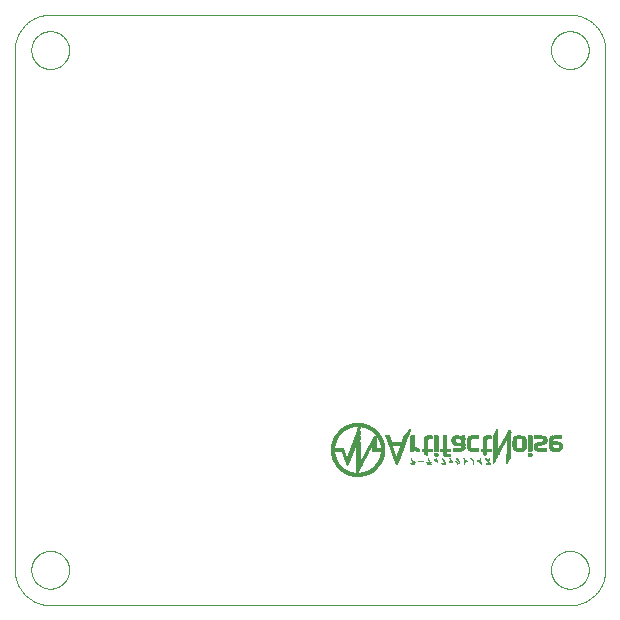
<source format=gbo>
G75*
%MOIN*%
%OFA0B0*%
%FSLAX25Y25*%
%IPPOS*%
%LPD*%
%AMOC8*
5,1,8,0,0,1.08239X$1,22.5*
%
%ADD10C,0.00000*%
%ADD11R,0.00039X0.00039*%
%ADD12R,0.00827X0.00039*%
%ADD13R,0.02008X0.00039*%
%ADD14R,0.00118X0.00039*%
%ADD15R,0.03110X0.00039*%
%ADD16R,0.03898X0.00039*%
%ADD17R,0.04528X0.00039*%
%ADD18R,0.04843X0.00039*%
%ADD19R,0.05079X0.00039*%
%ADD20R,0.05630X0.00039*%
%ADD21R,0.06102X0.00039*%
%ADD22R,0.06496X0.00039*%
%ADD23R,0.06654X0.00039*%
%ADD24R,0.06890X0.00039*%
%ADD25R,0.07283X0.00039*%
%ADD26R,0.07598X0.00039*%
%ADD27R,0.07913X0.00039*%
%ADD28R,0.07992X0.00039*%
%ADD29R,0.08228X0.00039*%
%ADD30R,0.03346X0.00039*%
%ADD31R,0.00276X0.00039*%
%ADD32R,0.02874X0.00039*%
%ADD33R,0.00354X0.00039*%
%ADD34R,0.02953X0.00039*%
%ADD35R,0.02717X0.00039*%
%ADD36R,0.00433X0.00039*%
%ADD37R,0.02559X0.00039*%
%ADD38R,0.00472X0.00039*%
%ADD39R,0.02638X0.00039*%
%ADD40R,0.02480X0.00039*%
%ADD41R,0.02323X0.00039*%
%ADD42R,0.00512X0.00039*%
%ADD43R,0.02402X0.00039*%
%ADD44R,0.02244X0.00039*%
%ADD45R,0.00591X0.00039*%
%ADD46R,0.02165X0.00039*%
%ADD47R,0.00669X0.00039*%
%ADD48R,0.02126X0.00039*%
%ADD49R,0.00748X0.00039*%
%ADD50R,0.02087X0.00039*%
%ADD51R,0.01969X0.00039*%
%ADD52R,0.01929X0.00039*%
%ADD53R,0.00079X0.00039*%
%ADD54R,0.01850X0.00039*%
%ADD55R,0.01772X0.00039*%
%ADD56R,0.01811X0.00039*%
%ADD57R,0.01693X0.00039*%
%ADD58R,0.00157X0.00039*%
%ADD59R,0.01732X0.00039*%
%ADD60R,0.00197X0.00039*%
%ADD61R,0.01654X0.00039*%
%ADD62R,0.00551X0.00039*%
%ADD63R,0.01614X0.00039*%
%ADD64R,0.00866X0.00039*%
%ADD65R,0.00236X0.00039*%
%ADD66R,0.00906X0.00039*%
%ADD67R,0.01535X0.00039*%
%ADD68R,0.00630X0.00039*%
%ADD69R,0.00984X0.00039*%
%ADD70R,0.00945X0.00039*%
%ADD71R,0.01575X0.00039*%
%ADD72R,0.00709X0.00039*%
%ADD73R,0.01496X0.00039*%
%ADD74R,0.01457X0.00039*%
%ADD75R,0.00787X0.00039*%
%ADD76R,0.01063X0.00039*%
%ADD77R,0.01378X0.00039*%
%ADD78R,0.01417X0.00039*%
%ADD79R,0.01102X0.00039*%
%ADD80R,0.01142X0.00039*%
%ADD81R,0.01024X0.00039*%
%ADD82R,0.01299X0.00039*%
%ADD83R,0.01220X0.00039*%
%ADD84R,0.01339X0.00039*%
%ADD85R,0.01181X0.00039*%
%ADD86R,0.01260X0.00039*%
%ADD87R,0.02362X0.00039*%
%ADD88R,0.02677X0.00039*%
%ADD89R,0.03031X0.00039*%
%ADD90R,0.02913X0.00039*%
%ADD91R,0.03189X0.00039*%
%ADD92R,0.03268X0.00039*%
%ADD93R,0.03071X0.00039*%
%ADD94R,0.02795X0.00039*%
%ADD95R,0.03425X0.00039*%
%ADD96R,0.02047X0.00039*%
%ADD97R,0.03386X0.00039*%
%ADD98R,0.03504X0.00039*%
%ADD99R,0.02205X0.00039*%
%ADD100R,0.03819X0.00039*%
%ADD101R,0.03307X0.00039*%
%ADD102R,0.03583X0.00039*%
%ADD103R,0.02283X0.00039*%
%ADD104R,0.03465X0.00039*%
%ADD105R,0.03661X0.00039*%
%ADD106R,0.03976X0.00039*%
%ADD107R,0.03740X0.00039*%
%ADD108R,0.04055X0.00039*%
%ADD109R,0.03780X0.00039*%
%ADD110R,0.02441X0.00039*%
%ADD111R,0.03543X0.00039*%
%ADD112R,0.03858X0.00039*%
%ADD113R,0.04134X0.00039*%
%ADD114R,0.04016X0.00039*%
%ADD115R,0.01890X0.00039*%
%ADD116R,0.04488X0.00039*%
%ADD117R,0.04449X0.00039*%
%ADD118R,0.04409X0.00039*%
%ADD119R,0.04370X0.00039*%
%ADD120R,0.02992X0.00039*%
%ADD121R,0.04331X0.00039*%
%ADD122R,0.04094X0.00039*%
%ADD123R,0.04252X0.00039*%
%ADD124R,0.04213X0.00039*%
%ADD125R,0.04173X0.00039*%
%ADD126R,0.03622X0.00039*%
%ADD127R,0.03701X0.00039*%
%ADD128R,0.03937X0.00039*%
%ADD129R,0.04291X0.00039*%
%ADD130R,0.00315X0.00039*%
%ADD131R,0.00394X0.00039*%
%ADD132R,0.08386X0.00039*%
%ADD133R,0.08071X0.00039*%
%ADD134R,0.07835X0.00039*%
%ADD135R,0.07441X0.00039*%
%ADD136R,0.07126X0.00039*%
%ADD137R,0.06811X0.00039*%
%ADD138R,0.06732X0.00039*%
%ADD139R,0.06339X0.00039*%
%ADD140R,0.05866X0.00039*%
%ADD141R,0.05472X0.00039*%
%ADD142R,0.04921X0.00039*%
D10*
X0004740Y0016551D02*
X0004740Y0189780D01*
X0010252Y0189780D02*
X0010254Y0189938D01*
X0010260Y0190096D01*
X0010270Y0190254D01*
X0010284Y0190412D01*
X0010302Y0190569D01*
X0010323Y0190726D01*
X0010349Y0190882D01*
X0010379Y0191038D01*
X0010412Y0191193D01*
X0010450Y0191346D01*
X0010491Y0191499D01*
X0010536Y0191651D01*
X0010585Y0191802D01*
X0010638Y0191951D01*
X0010694Y0192099D01*
X0010754Y0192245D01*
X0010818Y0192390D01*
X0010886Y0192533D01*
X0010957Y0192675D01*
X0011031Y0192815D01*
X0011109Y0192952D01*
X0011191Y0193088D01*
X0011275Y0193222D01*
X0011364Y0193353D01*
X0011455Y0193482D01*
X0011550Y0193609D01*
X0011647Y0193734D01*
X0011748Y0193856D01*
X0011852Y0193975D01*
X0011959Y0194092D01*
X0012069Y0194206D01*
X0012182Y0194317D01*
X0012297Y0194426D01*
X0012415Y0194531D01*
X0012536Y0194633D01*
X0012659Y0194733D01*
X0012785Y0194829D01*
X0012913Y0194922D01*
X0013043Y0195012D01*
X0013176Y0195098D01*
X0013311Y0195182D01*
X0013447Y0195261D01*
X0013586Y0195338D01*
X0013727Y0195410D01*
X0013869Y0195480D01*
X0014013Y0195545D01*
X0014159Y0195607D01*
X0014306Y0195665D01*
X0014455Y0195720D01*
X0014605Y0195771D01*
X0014756Y0195818D01*
X0014908Y0195861D01*
X0015061Y0195900D01*
X0015216Y0195936D01*
X0015371Y0195967D01*
X0015527Y0195995D01*
X0015683Y0196019D01*
X0015840Y0196039D01*
X0015998Y0196055D01*
X0016155Y0196067D01*
X0016314Y0196075D01*
X0016472Y0196079D01*
X0016630Y0196079D01*
X0016788Y0196075D01*
X0016947Y0196067D01*
X0017104Y0196055D01*
X0017262Y0196039D01*
X0017419Y0196019D01*
X0017575Y0195995D01*
X0017731Y0195967D01*
X0017886Y0195936D01*
X0018041Y0195900D01*
X0018194Y0195861D01*
X0018346Y0195818D01*
X0018497Y0195771D01*
X0018647Y0195720D01*
X0018796Y0195665D01*
X0018943Y0195607D01*
X0019089Y0195545D01*
X0019233Y0195480D01*
X0019375Y0195410D01*
X0019516Y0195338D01*
X0019655Y0195261D01*
X0019791Y0195182D01*
X0019926Y0195098D01*
X0020059Y0195012D01*
X0020189Y0194922D01*
X0020317Y0194829D01*
X0020443Y0194733D01*
X0020566Y0194633D01*
X0020687Y0194531D01*
X0020805Y0194426D01*
X0020920Y0194317D01*
X0021033Y0194206D01*
X0021143Y0194092D01*
X0021250Y0193975D01*
X0021354Y0193856D01*
X0021455Y0193734D01*
X0021552Y0193609D01*
X0021647Y0193482D01*
X0021738Y0193353D01*
X0021827Y0193222D01*
X0021911Y0193088D01*
X0021993Y0192952D01*
X0022071Y0192815D01*
X0022145Y0192675D01*
X0022216Y0192533D01*
X0022284Y0192390D01*
X0022348Y0192245D01*
X0022408Y0192099D01*
X0022464Y0191951D01*
X0022517Y0191802D01*
X0022566Y0191651D01*
X0022611Y0191499D01*
X0022652Y0191346D01*
X0022690Y0191193D01*
X0022723Y0191038D01*
X0022753Y0190882D01*
X0022779Y0190726D01*
X0022800Y0190569D01*
X0022818Y0190412D01*
X0022832Y0190254D01*
X0022842Y0190096D01*
X0022848Y0189938D01*
X0022850Y0189780D01*
X0022848Y0189622D01*
X0022842Y0189464D01*
X0022832Y0189306D01*
X0022818Y0189148D01*
X0022800Y0188991D01*
X0022779Y0188834D01*
X0022753Y0188678D01*
X0022723Y0188522D01*
X0022690Y0188367D01*
X0022652Y0188214D01*
X0022611Y0188061D01*
X0022566Y0187909D01*
X0022517Y0187758D01*
X0022464Y0187609D01*
X0022408Y0187461D01*
X0022348Y0187315D01*
X0022284Y0187170D01*
X0022216Y0187027D01*
X0022145Y0186885D01*
X0022071Y0186745D01*
X0021993Y0186608D01*
X0021911Y0186472D01*
X0021827Y0186338D01*
X0021738Y0186207D01*
X0021647Y0186078D01*
X0021552Y0185951D01*
X0021455Y0185826D01*
X0021354Y0185704D01*
X0021250Y0185585D01*
X0021143Y0185468D01*
X0021033Y0185354D01*
X0020920Y0185243D01*
X0020805Y0185134D01*
X0020687Y0185029D01*
X0020566Y0184927D01*
X0020443Y0184827D01*
X0020317Y0184731D01*
X0020189Y0184638D01*
X0020059Y0184548D01*
X0019926Y0184462D01*
X0019791Y0184378D01*
X0019655Y0184299D01*
X0019516Y0184222D01*
X0019375Y0184150D01*
X0019233Y0184080D01*
X0019089Y0184015D01*
X0018943Y0183953D01*
X0018796Y0183895D01*
X0018647Y0183840D01*
X0018497Y0183789D01*
X0018346Y0183742D01*
X0018194Y0183699D01*
X0018041Y0183660D01*
X0017886Y0183624D01*
X0017731Y0183593D01*
X0017575Y0183565D01*
X0017419Y0183541D01*
X0017262Y0183521D01*
X0017104Y0183505D01*
X0016947Y0183493D01*
X0016788Y0183485D01*
X0016630Y0183481D01*
X0016472Y0183481D01*
X0016314Y0183485D01*
X0016155Y0183493D01*
X0015998Y0183505D01*
X0015840Y0183521D01*
X0015683Y0183541D01*
X0015527Y0183565D01*
X0015371Y0183593D01*
X0015216Y0183624D01*
X0015061Y0183660D01*
X0014908Y0183699D01*
X0014756Y0183742D01*
X0014605Y0183789D01*
X0014455Y0183840D01*
X0014306Y0183895D01*
X0014159Y0183953D01*
X0014013Y0184015D01*
X0013869Y0184080D01*
X0013727Y0184150D01*
X0013586Y0184222D01*
X0013447Y0184299D01*
X0013311Y0184378D01*
X0013176Y0184462D01*
X0013043Y0184548D01*
X0012913Y0184638D01*
X0012785Y0184731D01*
X0012659Y0184827D01*
X0012536Y0184927D01*
X0012415Y0185029D01*
X0012297Y0185134D01*
X0012182Y0185243D01*
X0012069Y0185354D01*
X0011959Y0185468D01*
X0011852Y0185585D01*
X0011748Y0185704D01*
X0011647Y0185826D01*
X0011550Y0185951D01*
X0011455Y0186078D01*
X0011364Y0186207D01*
X0011275Y0186338D01*
X0011191Y0186472D01*
X0011109Y0186608D01*
X0011031Y0186745D01*
X0010957Y0186885D01*
X0010886Y0187027D01*
X0010818Y0187170D01*
X0010754Y0187315D01*
X0010694Y0187461D01*
X0010638Y0187609D01*
X0010585Y0187758D01*
X0010536Y0187909D01*
X0010491Y0188061D01*
X0010450Y0188214D01*
X0010412Y0188367D01*
X0010379Y0188522D01*
X0010349Y0188678D01*
X0010323Y0188834D01*
X0010302Y0188991D01*
X0010284Y0189148D01*
X0010270Y0189306D01*
X0010260Y0189464D01*
X0010254Y0189622D01*
X0010252Y0189780D01*
X0004740Y0189780D02*
X0004743Y0190065D01*
X0004754Y0190351D01*
X0004771Y0190636D01*
X0004795Y0190920D01*
X0004826Y0191204D01*
X0004864Y0191487D01*
X0004909Y0191768D01*
X0004960Y0192049D01*
X0005018Y0192329D01*
X0005083Y0192607D01*
X0005155Y0192883D01*
X0005233Y0193157D01*
X0005318Y0193430D01*
X0005410Y0193700D01*
X0005508Y0193968D01*
X0005612Y0194234D01*
X0005723Y0194497D01*
X0005840Y0194757D01*
X0005963Y0195015D01*
X0006093Y0195269D01*
X0006229Y0195520D01*
X0006370Y0195768D01*
X0006518Y0196012D01*
X0006671Y0196253D01*
X0006831Y0196489D01*
X0006996Y0196722D01*
X0007166Y0196951D01*
X0007342Y0197176D01*
X0007524Y0197396D01*
X0007710Y0197612D01*
X0007902Y0197823D01*
X0008099Y0198030D01*
X0008301Y0198232D01*
X0008508Y0198429D01*
X0008719Y0198621D01*
X0008935Y0198807D01*
X0009155Y0198989D01*
X0009380Y0199165D01*
X0009609Y0199335D01*
X0009842Y0199500D01*
X0010078Y0199660D01*
X0010319Y0199813D01*
X0010563Y0199961D01*
X0010811Y0200102D01*
X0011062Y0200238D01*
X0011316Y0200368D01*
X0011574Y0200491D01*
X0011834Y0200608D01*
X0012097Y0200719D01*
X0012363Y0200823D01*
X0012631Y0200921D01*
X0012901Y0201013D01*
X0013174Y0201098D01*
X0013448Y0201176D01*
X0013724Y0201248D01*
X0014002Y0201313D01*
X0014282Y0201371D01*
X0014563Y0201422D01*
X0014844Y0201467D01*
X0015127Y0201505D01*
X0015411Y0201536D01*
X0015695Y0201560D01*
X0015980Y0201577D01*
X0016266Y0201588D01*
X0016551Y0201591D01*
X0189780Y0201591D01*
X0183481Y0189780D02*
X0183483Y0189938D01*
X0183489Y0190096D01*
X0183499Y0190254D01*
X0183513Y0190412D01*
X0183531Y0190569D01*
X0183552Y0190726D01*
X0183578Y0190882D01*
X0183608Y0191038D01*
X0183641Y0191193D01*
X0183679Y0191346D01*
X0183720Y0191499D01*
X0183765Y0191651D01*
X0183814Y0191802D01*
X0183867Y0191951D01*
X0183923Y0192099D01*
X0183983Y0192245D01*
X0184047Y0192390D01*
X0184115Y0192533D01*
X0184186Y0192675D01*
X0184260Y0192815D01*
X0184338Y0192952D01*
X0184420Y0193088D01*
X0184504Y0193222D01*
X0184593Y0193353D01*
X0184684Y0193482D01*
X0184779Y0193609D01*
X0184876Y0193734D01*
X0184977Y0193856D01*
X0185081Y0193975D01*
X0185188Y0194092D01*
X0185298Y0194206D01*
X0185411Y0194317D01*
X0185526Y0194426D01*
X0185644Y0194531D01*
X0185765Y0194633D01*
X0185888Y0194733D01*
X0186014Y0194829D01*
X0186142Y0194922D01*
X0186272Y0195012D01*
X0186405Y0195098D01*
X0186540Y0195182D01*
X0186676Y0195261D01*
X0186815Y0195338D01*
X0186956Y0195410D01*
X0187098Y0195480D01*
X0187242Y0195545D01*
X0187388Y0195607D01*
X0187535Y0195665D01*
X0187684Y0195720D01*
X0187834Y0195771D01*
X0187985Y0195818D01*
X0188137Y0195861D01*
X0188290Y0195900D01*
X0188445Y0195936D01*
X0188600Y0195967D01*
X0188756Y0195995D01*
X0188912Y0196019D01*
X0189069Y0196039D01*
X0189227Y0196055D01*
X0189384Y0196067D01*
X0189543Y0196075D01*
X0189701Y0196079D01*
X0189859Y0196079D01*
X0190017Y0196075D01*
X0190176Y0196067D01*
X0190333Y0196055D01*
X0190491Y0196039D01*
X0190648Y0196019D01*
X0190804Y0195995D01*
X0190960Y0195967D01*
X0191115Y0195936D01*
X0191270Y0195900D01*
X0191423Y0195861D01*
X0191575Y0195818D01*
X0191726Y0195771D01*
X0191876Y0195720D01*
X0192025Y0195665D01*
X0192172Y0195607D01*
X0192318Y0195545D01*
X0192462Y0195480D01*
X0192604Y0195410D01*
X0192745Y0195338D01*
X0192884Y0195261D01*
X0193020Y0195182D01*
X0193155Y0195098D01*
X0193288Y0195012D01*
X0193418Y0194922D01*
X0193546Y0194829D01*
X0193672Y0194733D01*
X0193795Y0194633D01*
X0193916Y0194531D01*
X0194034Y0194426D01*
X0194149Y0194317D01*
X0194262Y0194206D01*
X0194372Y0194092D01*
X0194479Y0193975D01*
X0194583Y0193856D01*
X0194684Y0193734D01*
X0194781Y0193609D01*
X0194876Y0193482D01*
X0194967Y0193353D01*
X0195056Y0193222D01*
X0195140Y0193088D01*
X0195222Y0192952D01*
X0195300Y0192815D01*
X0195374Y0192675D01*
X0195445Y0192533D01*
X0195513Y0192390D01*
X0195577Y0192245D01*
X0195637Y0192099D01*
X0195693Y0191951D01*
X0195746Y0191802D01*
X0195795Y0191651D01*
X0195840Y0191499D01*
X0195881Y0191346D01*
X0195919Y0191193D01*
X0195952Y0191038D01*
X0195982Y0190882D01*
X0196008Y0190726D01*
X0196029Y0190569D01*
X0196047Y0190412D01*
X0196061Y0190254D01*
X0196071Y0190096D01*
X0196077Y0189938D01*
X0196079Y0189780D01*
X0196077Y0189622D01*
X0196071Y0189464D01*
X0196061Y0189306D01*
X0196047Y0189148D01*
X0196029Y0188991D01*
X0196008Y0188834D01*
X0195982Y0188678D01*
X0195952Y0188522D01*
X0195919Y0188367D01*
X0195881Y0188214D01*
X0195840Y0188061D01*
X0195795Y0187909D01*
X0195746Y0187758D01*
X0195693Y0187609D01*
X0195637Y0187461D01*
X0195577Y0187315D01*
X0195513Y0187170D01*
X0195445Y0187027D01*
X0195374Y0186885D01*
X0195300Y0186745D01*
X0195222Y0186608D01*
X0195140Y0186472D01*
X0195056Y0186338D01*
X0194967Y0186207D01*
X0194876Y0186078D01*
X0194781Y0185951D01*
X0194684Y0185826D01*
X0194583Y0185704D01*
X0194479Y0185585D01*
X0194372Y0185468D01*
X0194262Y0185354D01*
X0194149Y0185243D01*
X0194034Y0185134D01*
X0193916Y0185029D01*
X0193795Y0184927D01*
X0193672Y0184827D01*
X0193546Y0184731D01*
X0193418Y0184638D01*
X0193288Y0184548D01*
X0193155Y0184462D01*
X0193020Y0184378D01*
X0192884Y0184299D01*
X0192745Y0184222D01*
X0192604Y0184150D01*
X0192462Y0184080D01*
X0192318Y0184015D01*
X0192172Y0183953D01*
X0192025Y0183895D01*
X0191876Y0183840D01*
X0191726Y0183789D01*
X0191575Y0183742D01*
X0191423Y0183699D01*
X0191270Y0183660D01*
X0191115Y0183624D01*
X0190960Y0183593D01*
X0190804Y0183565D01*
X0190648Y0183541D01*
X0190491Y0183521D01*
X0190333Y0183505D01*
X0190176Y0183493D01*
X0190017Y0183485D01*
X0189859Y0183481D01*
X0189701Y0183481D01*
X0189543Y0183485D01*
X0189384Y0183493D01*
X0189227Y0183505D01*
X0189069Y0183521D01*
X0188912Y0183541D01*
X0188756Y0183565D01*
X0188600Y0183593D01*
X0188445Y0183624D01*
X0188290Y0183660D01*
X0188137Y0183699D01*
X0187985Y0183742D01*
X0187834Y0183789D01*
X0187684Y0183840D01*
X0187535Y0183895D01*
X0187388Y0183953D01*
X0187242Y0184015D01*
X0187098Y0184080D01*
X0186956Y0184150D01*
X0186815Y0184222D01*
X0186676Y0184299D01*
X0186540Y0184378D01*
X0186405Y0184462D01*
X0186272Y0184548D01*
X0186142Y0184638D01*
X0186014Y0184731D01*
X0185888Y0184827D01*
X0185765Y0184927D01*
X0185644Y0185029D01*
X0185526Y0185134D01*
X0185411Y0185243D01*
X0185298Y0185354D01*
X0185188Y0185468D01*
X0185081Y0185585D01*
X0184977Y0185704D01*
X0184876Y0185826D01*
X0184779Y0185951D01*
X0184684Y0186078D01*
X0184593Y0186207D01*
X0184504Y0186338D01*
X0184420Y0186472D01*
X0184338Y0186608D01*
X0184260Y0186745D01*
X0184186Y0186885D01*
X0184115Y0187027D01*
X0184047Y0187170D01*
X0183983Y0187315D01*
X0183923Y0187461D01*
X0183867Y0187609D01*
X0183814Y0187758D01*
X0183765Y0187909D01*
X0183720Y0188061D01*
X0183679Y0188214D01*
X0183641Y0188367D01*
X0183608Y0188522D01*
X0183578Y0188678D01*
X0183552Y0188834D01*
X0183531Y0188991D01*
X0183513Y0189148D01*
X0183499Y0189306D01*
X0183489Y0189464D01*
X0183483Y0189622D01*
X0183481Y0189780D01*
X0189780Y0201591D02*
X0190065Y0201588D01*
X0190351Y0201577D01*
X0190636Y0201560D01*
X0190920Y0201536D01*
X0191204Y0201505D01*
X0191487Y0201467D01*
X0191768Y0201422D01*
X0192049Y0201371D01*
X0192329Y0201313D01*
X0192607Y0201248D01*
X0192883Y0201176D01*
X0193157Y0201098D01*
X0193430Y0201013D01*
X0193700Y0200921D01*
X0193968Y0200823D01*
X0194234Y0200719D01*
X0194497Y0200608D01*
X0194757Y0200491D01*
X0195015Y0200368D01*
X0195269Y0200238D01*
X0195520Y0200102D01*
X0195768Y0199961D01*
X0196012Y0199813D01*
X0196253Y0199660D01*
X0196489Y0199500D01*
X0196722Y0199335D01*
X0196951Y0199165D01*
X0197176Y0198989D01*
X0197396Y0198807D01*
X0197612Y0198621D01*
X0197823Y0198429D01*
X0198030Y0198232D01*
X0198232Y0198030D01*
X0198429Y0197823D01*
X0198621Y0197612D01*
X0198807Y0197396D01*
X0198989Y0197176D01*
X0199165Y0196951D01*
X0199335Y0196722D01*
X0199500Y0196489D01*
X0199660Y0196253D01*
X0199813Y0196012D01*
X0199961Y0195768D01*
X0200102Y0195520D01*
X0200238Y0195269D01*
X0200368Y0195015D01*
X0200491Y0194757D01*
X0200608Y0194497D01*
X0200719Y0194234D01*
X0200823Y0193968D01*
X0200921Y0193700D01*
X0201013Y0193430D01*
X0201098Y0193157D01*
X0201176Y0192883D01*
X0201248Y0192607D01*
X0201313Y0192329D01*
X0201371Y0192049D01*
X0201422Y0191768D01*
X0201467Y0191487D01*
X0201505Y0191204D01*
X0201536Y0190920D01*
X0201560Y0190636D01*
X0201577Y0190351D01*
X0201588Y0190065D01*
X0201591Y0189780D01*
X0201591Y0016551D01*
X0183481Y0016551D02*
X0183483Y0016709D01*
X0183489Y0016867D01*
X0183499Y0017025D01*
X0183513Y0017183D01*
X0183531Y0017340D01*
X0183552Y0017497D01*
X0183578Y0017653D01*
X0183608Y0017809D01*
X0183641Y0017964D01*
X0183679Y0018117D01*
X0183720Y0018270D01*
X0183765Y0018422D01*
X0183814Y0018573D01*
X0183867Y0018722D01*
X0183923Y0018870D01*
X0183983Y0019016D01*
X0184047Y0019161D01*
X0184115Y0019304D01*
X0184186Y0019446D01*
X0184260Y0019586D01*
X0184338Y0019723D01*
X0184420Y0019859D01*
X0184504Y0019993D01*
X0184593Y0020124D01*
X0184684Y0020253D01*
X0184779Y0020380D01*
X0184876Y0020505D01*
X0184977Y0020627D01*
X0185081Y0020746D01*
X0185188Y0020863D01*
X0185298Y0020977D01*
X0185411Y0021088D01*
X0185526Y0021197D01*
X0185644Y0021302D01*
X0185765Y0021404D01*
X0185888Y0021504D01*
X0186014Y0021600D01*
X0186142Y0021693D01*
X0186272Y0021783D01*
X0186405Y0021869D01*
X0186540Y0021953D01*
X0186676Y0022032D01*
X0186815Y0022109D01*
X0186956Y0022181D01*
X0187098Y0022251D01*
X0187242Y0022316D01*
X0187388Y0022378D01*
X0187535Y0022436D01*
X0187684Y0022491D01*
X0187834Y0022542D01*
X0187985Y0022589D01*
X0188137Y0022632D01*
X0188290Y0022671D01*
X0188445Y0022707D01*
X0188600Y0022738D01*
X0188756Y0022766D01*
X0188912Y0022790D01*
X0189069Y0022810D01*
X0189227Y0022826D01*
X0189384Y0022838D01*
X0189543Y0022846D01*
X0189701Y0022850D01*
X0189859Y0022850D01*
X0190017Y0022846D01*
X0190176Y0022838D01*
X0190333Y0022826D01*
X0190491Y0022810D01*
X0190648Y0022790D01*
X0190804Y0022766D01*
X0190960Y0022738D01*
X0191115Y0022707D01*
X0191270Y0022671D01*
X0191423Y0022632D01*
X0191575Y0022589D01*
X0191726Y0022542D01*
X0191876Y0022491D01*
X0192025Y0022436D01*
X0192172Y0022378D01*
X0192318Y0022316D01*
X0192462Y0022251D01*
X0192604Y0022181D01*
X0192745Y0022109D01*
X0192884Y0022032D01*
X0193020Y0021953D01*
X0193155Y0021869D01*
X0193288Y0021783D01*
X0193418Y0021693D01*
X0193546Y0021600D01*
X0193672Y0021504D01*
X0193795Y0021404D01*
X0193916Y0021302D01*
X0194034Y0021197D01*
X0194149Y0021088D01*
X0194262Y0020977D01*
X0194372Y0020863D01*
X0194479Y0020746D01*
X0194583Y0020627D01*
X0194684Y0020505D01*
X0194781Y0020380D01*
X0194876Y0020253D01*
X0194967Y0020124D01*
X0195056Y0019993D01*
X0195140Y0019859D01*
X0195222Y0019723D01*
X0195300Y0019586D01*
X0195374Y0019446D01*
X0195445Y0019304D01*
X0195513Y0019161D01*
X0195577Y0019016D01*
X0195637Y0018870D01*
X0195693Y0018722D01*
X0195746Y0018573D01*
X0195795Y0018422D01*
X0195840Y0018270D01*
X0195881Y0018117D01*
X0195919Y0017964D01*
X0195952Y0017809D01*
X0195982Y0017653D01*
X0196008Y0017497D01*
X0196029Y0017340D01*
X0196047Y0017183D01*
X0196061Y0017025D01*
X0196071Y0016867D01*
X0196077Y0016709D01*
X0196079Y0016551D01*
X0196077Y0016393D01*
X0196071Y0016235D01*
X0196061Y0016077D01*
X0196047Y0015919D01*
X0196029Y0015762D01*
X0196008Y0015605D01*
X0195982Y0015449D01*
X0195952Y0015293D01*
X0195919Y0015138D01*
X0195881Y0014985D01*
X0195840Y0014832D01*
X0195795Y0014680D01*
X0195746Y0014529D01*
X0195693Y0014380D01*
X0195637Y0014232D01*
X0195577Y0014086D01*
X0195513Y0013941D01*
X0195445Y0013798D01*
X0195374Y0013656D01*
X0195300Y0013516D01*
X0195222Y0013379D01*
X0195140Y0013243D01*
X0195056Y0013109D01*
X0194967Y0012978D01*
X0194876Y0012849D01*
X0194781Y0012722D01*
X0194684Y0012597D01*
X0194583Y0012475D01*
X0194479Y0012356D01*
X0194372Y0012239D01*
X0194262Y0012125D01*
X0194149Y0012014D01*
X0194034Y0011905D01*
X0193916Y0011800D01*
X0193795Y0011698D01*
X0193672Y0011598D01*
X0193546Y0011502D01*
X0193418Y0011409D01*
X0193288Y0011319D01*
X0193155Y0011233D01*
X0193020Y0011149D01*
X0192884Y0011070D01*
X0192745Y0010993D01*
X0192604Y0010921D01*
X0192462Y0010851D01*
X0192318Y0010786D01*
X0192172Y0010724D01*
X0192025Y0010666D01*
X0191876Y0010611D01*
X0191726Y0010560D01*
X0191575Y0010513D01*
X0191423Y0010470D01*
X0191270Y0010431D01*
X0191115Y0010395D01*
X0190960Y0010364D01*
X0190804Y0010336D01*
X0190648Y0010312D01*
X0190491Y0010292D01*
X0190333Y0010276D01*
X0190176Y0010264D01*
X0190017Y0010256D01*
X0189859Y0010252D01*
X0189701Y0010252D01*
X0189543Y0010256D01*
X0189384Y0010264D01*
X0189227Y0010276D01*
X0189069Y0010292D01*
X0188912Y0010312D01*
X0188756Y0010336D01*
X0188600Y0010364D01*
X0188445Y0010395D01*
X0188290Y0010431D01*
X0188137Y0010470D01*
X0187985Y0010513D01*
X0187834Y0010560D01*
X0187684Y0010611D01*
X0187535Y0010666D01*
X0187388Y0010724D01*
X0187242Y0010786D01*
X0187098Y0010851D01*
X0186956Y0010921D01*
X0186815Y0010993D01*
X0186676Y0011070D01*
X0186540Y0011149D01*
X0186405Y0011233D01*
X0186272Y0011319D01*
X0186142Y0011409D01*
X0186014Y0011502D01*
X0185888Y0011598D01*
X0185765Y0011698D01*
X0185644Y0011800D01*
X0185526Y0011905D01*
X0185411Y0012014D01*
X0185298Y0012125D01*
X0185188Y0012239D01*
X0185081Y0012356D01*
X0184977Y0012475D01*
X0184876Y0012597D01*
X0184779Y0012722D01*
X0184684Y0012849D01*
X0184593Y0012978D01*
X0184504Y0013109D01*
X0184420Y0013243D01*
X0184338Y0013379D01*
X0184260Y0013516D01*
X0184186Y0013656D01*
X0184115Y0013798D01*
X0184047Y0013941D01*
X0183983Y0014086D01*
X0183923Y0014232D01*
X0183867Y0014380D01*
X0183814Y0014529D01*
X0183765Y0014680D01*
X0183720Y0014832D01*
X0183679Y0014985D01*
X0183641Y0015138D01*
X0183608Y0015293D01*
X0183578Y0015449D01*
X0183552Y0015605D01*
X0183531Y0015762D01*
X0183513Y0015919D01*
X0183499Y0016077D01*
X0183489Y0016235D01*
X0183483Y0016393D01*
X0183481Y0016551D01*
X0189780Y0004740D02*
X0190065Y0004743D01*
X0190351Y0004754D01*
X0190636Y0004771D01*
X0190920Y0004795D01*
X0191204Y0004826D01*
X0191487Y0004864D01*
X0191768Y0004909D01*
X0192049Y0004960D01*
X0192329Y0005018D01*
X0192607Y0005083D01*
X0192883Y0005155D01*
X0193157Y0005233D01*
X0193430Y0005318D01*
X0193700Y0005410D01*
X0193968Y0005508D01*
X0194234Y0005612D01*
X0194497Y0005723D01*
X0194757Y0005840D01*
X0195015Y0005963D01*
X0195269Y0006093D01*
X0195520Y0006229D01*
X0195768Y0006370D01*
X0196012Y0006518D01*
X0196253Y0006671D01*
X0196489Y0006831D01*
X0196722Y0006996D01*
X0196951Y0007166D01*
X0197176Y0007342D01*
X0197396Y0007524D01*
X0197612Y0007710D01*
X0197823Y0007902D01*
X0198030Y0008099D01*
X0198232Y0008301D01*
X0198429Y0008508D01*
X0198621Y0008719D01*
X0198807Y0008935D01*
X0198989Y0009155D01*
X0199165Y0009380D01*
X0199335Y0009609D01*
X0199500Y0009842D01*
X0199660Y0010078D01*
X0199813Y0010319D01*
X0199961Y0010563D01*
X0200102Y0010811D01*
X0200238Y0011062D01*
X0200368Y0011316D01*
X0200491Y0011574D01*
X0200608Y0011834D01*
X0200719Y0012097D01*
X0200823Y0012363D01*
X0200921Y0012631D01*
X0201013Y0012901D01*
X0201098Y0013174D01*
X0201176Y0013448D01*
X0201248Y0013724D01*
X0201313Y0014002D01*
X0201371Y0014282D01*
X0201422Y0014563D01*
X0201467Y0014844D01*
X0201505Y0015127D01*
X0201536Y0015411D01*
X0201560Y0015695D01*
X0201577Y0015980D01*
X0201588Y0016266D01*
X0201591Y0016551D01*
X0189780Y0004740D02*
X0016551Y0004740D01*
X0010252Y0016551D02*
X0010254Y0016709D01*
X0010260Y0016867D01*
X0010270Y0017025D01*
X0010284Y0017183D01*
X0010302Y0017340D01*
X0010323Y0017497D01*
X0010349Y0017653D01*
X0010379Y0017809D01*
X0010412Y0017964D01*
X0010450Y0018117D01*
X0010491Y0018270D01*
X0010536Y0018422D01*
X0010585Y0018573D01*
X0010638Y0018722D01*
X0010694Y0018870D01*
X0010754Y0019016D01*
X0010818Y0019161D01*
X0010886Y0019304D01*
X0010957Y0019446D01*
X0011031Y0019586D01*
X0011109Y0019723D01*
X0011191Y0019859D01*
X0011275Y0019993D01*
X0011364Y0020124D01*
X0011455Y0020253D01*
X0011550Y0020380D01*
X0011647Y0020505D01*
X0011748Y0020627D01*
X0011852Y0020746D01*
X0011959Y0020863D01*
X0012069Y0020977D01*
X0012182Y0021088D01*
X0012297Y0021197D01*
X0012415Y0021302D01*
X0012536Y0021404D01*
X0012659Y0021504D01*
X0012785Y0021600D01*
X0012913Y0021693D01*
X0013043Y0021783D01*
X0013176Y0021869D01*
X0013311Y0021953D01*
X0013447Y0022032D01*
X0013586Y0022109D01*
X0013727Y0022181D01*
X0013869Y0022251D01*
X0014013Y0022316D01*
X0014159Y0022378D01*
X0014306Y0022436D01*
X0014455Y0022491D01*
X0014605Y0022542D01*
X0014756Y0022589D01*
X0014908Y0022632D01*
X0015061Y0022671D01*
X0015216Y0022707D01*
X0015371Y0022738D01*
X0015527Y0022766D01*
X0015683Y0022790D01*
X0015840Y0022810D01*
X0015998Y0022826D01*
X0016155Y0022838D01*
X0016314Y0022846D01*
X0016472Y0022850D01*
X0016630Y0022850D01*
X0016788Y0022846D01*
X0016947Y0022838D01*
X0017104Y0022826D01*
X0017262Y0022810D01*
X0017419Y0022790D01*
X0017575Y0022766D01*
X0017731Y0022738D01*
X0017886Y0022707D01*
X0018041Y0022671D01*
X0018194Y0022632D01*
X0018346Y0022589D01*
X0018497Y0022542D01*
X0018647Y0022491D01*
X0018796Y0022436D01*
X0018943Y0022378D01*
X0019089Y0022316D01*
X0019233Y0022251D01*
X0019375Y0022181D01*
X0019516Y0022109D01*
X0019655Y0022032D01*
X0019791Y0021953D01*
X0019926Y0021869D01*
X0020059Y0021783D01*
X0020189Y0021693D01*
X0020317Y0021600D01*
X0020443Y0021504D01*
X0020566Y0021404D01*
X0020687Y0021302D01*
X0020805Y0021197D01*
X0020920Y0021088D01*
X0021033Y0020977D01*
X0021143Y0020863D01*
X0021250Y0020746D01*
X0021354Y0020627D01*
X0021455Y0020505D01*
X0021552Y0020380D01*
X0021647Y0020253D01*
X0021738Y0020124D01*
X0021827Y0019993D01*
X0021911Y0019859D01*
X0021993Y0019723D01*
X0022071Y0019586D01*
X0022145Y0019446D01*
X0022216Y0019304D01*
X0022284Y0019161D01*
X0022348Y0019016D01*
X0022408Y0018870D01*
X0022464Y0018722D01*
X0022517Y0018573D01*
X0022566Y0018422D01*
X0022611Y0018270D01*
X0022652Y0018117D01*
X0022690Y0017964D01*
X0022723Y0017809D01*
X0022753Y0017653D01*
X0022779Y0017497D01*
X0022800Y0017340D01*
X0022818Y0017183D01*
X0022832Y0017025D01*
X0022842Y0016867D01*
X0022848Y0016709D01*
X0022850Y0016551D01*
X0022848Y0016393D01*
X0022842Y0016235D01*
X0022832Y0016077D01*
X0022818Y0015919D01*
X0022800Y0015762D01*
X0022779Y0015605D01*
X0022753Y0015449D01*
X0022723Y0015293D01*
X0022690Y0015138D01*
X0022652Y0014985D01*
X0022611Y0014832D01*
X0022566Y0014680D01*
X0022517Y0014529D01*
X0022464Y0014380D01*
X0022408Y0014232D01*
X0022348Y0014086D01*
X0022284Y0013941D01*
X0022216Y0013798D01*
X0022145Y0013656D01*
X0022071Y0013516D01*
X0021993Y0013379D01*
X0021911Y0013243D01*
X0021827Y0013109D01*
X0021738Y0012978D01*
X0021647Y0012849D01*
X0021552Y0012722D01*
X0021455Y0012597D01*
X0021354Y0012475D01*
X0021250Y0012356D01*
X0021143Y0012239D01*
X0021033Y0012125D01*
X0020920Y0012014D01*
X0020805Y0011905D01*
X0020687Y0011800D01*
X0020566Y0011698D01*
X0020443Y0011598D01*
X0020317Y0011502D01*
X0020189Y0011409D01*
X0020059Y0011319D01*
X0019926Y0011233D01*
X0019791Y0011149D01*
X0019655Y0011070D01*
X0019516Y0010993D01*
X0019375Y0010921D01*
X0019233Y0010851D01*
X0019089Y0010786D01*
X0018943Y0010724D01*
X0018796Y0010666D01*
X0018647Y0010611D01*
X0018497Y0010560D01*
X0018346Y0010513D01*
X0018194Y0010470D01*
X0018041Y0010431D01*
X0017886Y0010395D01*
X0017731Y0010364D01*
X0017575Y0010336D01*
X0017419Y0010312D01*
X0017262Y0010292D01*
X0017104Y0010276D01*
X0016947Y0010264D01*
X0016788Y0010256D01*
X0016630Y0010252D01*
X0016472Y0010252D01*
X0016314Y0010256D01*
X0016155Y0010264D01*
X0015998Y0010276D01*
X0015840Y0010292D01*
X0015683Y0010312D01*
X0015527Y0010336D01*
X0015371Y0010364D01*
X0015216Y0010395D01*
X0015061Y0010431D01*
X0014908Y0010470D01*
X0014756Y0010513D01*
X0014605Y0010560D01*
X0014455Y0010611D01*
X0014306Y0010666D01*
X0014159Y0010724D01*
X0014013Y0010786D01*
X0013869Y0010851D01*
X0013727Y0010921D01*
X0013586Y0010993D01*
X0013447Y0011070D01*
X0013311Y0011149D01*
X0013176Y0011233D01*
X0013043Y0011319D01*
X0012913Y0011409D01*
X0012785Y0011502D01*
X0012659Y0011598D01*
X0012536Y0011698D01*
X0012415Y0011800D01*
X0012297Y0011905D01*
X0012182Y0012014D01*
X0012069Y0012125D01*
X0011959Y0012239D01*
X0011852Y0012356D01*
X0011748Y0012475D01*
X0011647Y0012597D01*
X0011550Y0012722D01*
X0011455Y0012849D01*
X0011364Y0012978D01*
X0011275Y0013109D01*
X0011191Y0013243D01*
X0011109Y0013379D01*
X0011031Y0013516D01*
X0010957Y0013656D01*
X0010886Y0013798D01*
X0010818Y0013941D01*
X0010754Y0014086D01*
X0010694Y0014232D01*
X0010638Y0014380D01*
X0010585Y0014529D01*
X0010536Y0014680D01*
X0010491Y0014832D01*
X0010450Y0014985D01*
X0010412Y0015138D01*
X0010379Y0015293D01*
X0010349Y0015449D01*
X0010323Y0015605D01*
X0010302Y0015762D01*
X0010284Y0015919D01*
X0010270Y0016077D01*
X0010260Y0016235D01*
X0010254Y0016393D01*
X0010252Y0016551D01*
X0004740Y0016551D02*
X0004743Y0016266D01*
X0004754Y0015980D01*
X0004771Y0015695D01*
X0004795Y0015411D01*
X0004826Y0015127D01*
X0004864Y0014844D01*
X0004909Y0014563D01*
X0004960Y0014282D01*
X0005018Y0014002D01*
X0005083Y0013724D01*
X0005155Y0013448D01*
X0005233Y0013174D01*
X0005318Y0012901D01*
X0005410Y0012631D01*
X0005508Y0012363D01*
X0005612Y0012097D01*
X0005723Y0011834D01*
X0005840Y0011574D01*
X0005963Y0011316D01*
X0006093Y0011062D01*
X0006229Y0010811D01*
X0006370Y0010563D01*
X0006518Y0010319D01*
X0006671Y0010078D01*
X0006831Y0009842D01*
X0006996Y0009609D01*
X0007166Y0009380D01*
X0007342Y0009155D01*
X0007524Y0008935D01*
X0007710Y0008719D01*
X0007902Y0008508D01*
X0008099Y0008301D01*
X0008301Y0008099D01*
X0008508Y0007902D01*
X0008719Y0007710D01*
X0008935Y0007524D01*
X0009155Y0007342D01*
X0009380Y0007166D01*
X0009609Y0006996D01*
X0009842Y0006831D01*
X0010078Y0006671D01*
X0010319Y0006518D01*
X0010563Y0006370D01*
X0010811Y0006229D01*
X0011062Y0006093D01*
X0011316Y0005963D01*
X0011574Y0005840D01*
X0011834Y0005723D01*
X0012097Y0005612D01*
X0012363Y0005508D01*
X0012631Y0005410D01*
X0012901Y0005318D01*
X0013174Y0005233D01*
X0013448Y0005155D01*
X0013724Y0005083D01*
X0014002Y0005018D01*
X0014282Y0004960D01*
X0014563Y0004909D01*
X0014844Y0004864D01*
X0015127Y0004826D01*
X0015411Y0004795D01*
X0015695Y0004771D01*
X0015980Y0004754D01*
X0016266Y0004743D01*
X0016551Y0004740D01*
D11*
X0111512Y0052071D03*
X0111591Y0051992D03*
X0111669Y0051835D03*
X0111669Y0051756D03*
X0111748Y0051677D03*
X0111827Y0051520D03*
X0112142Y0051126D03*
X0112299Y0050890D03*
X0112614Y0050496D03*
X0112693Y0050417D03*
X0112929Y0050181D03*
X0113008Y0050102D03*
X0113244Y0049866D03*
X0113323Y0049787D03*
X0113559Y0049551D03*
X0113638Y0049472D03*
X0113874Y0049315D03*
X0114110Y0049157D03*
X0114740Y0049945D03*
X0114898Y0049866D03*
X0114976Y0049787D03*
X0115213Y0049630D03*
X0115370Y0049551D03*
X0115843Y0049315D03*
X0116000Y0049236D03*
X0116630Y0049000D03*
X0116787Y0048921D03*
X0116866Y0048921D03*
X0117614Y0048724D03*
X0117693Y0048724D03*
X0117732Y0048685D03*
X0117811Y0048685D03*
X0118087Y0048646D03*
X0118165Y0048646D03*
X0118205Y0048606D03*
X0118283Y0048606D03*
X0118362Y0048606D03*
X0118756Y0048606D03*
X0118756Y0048685D03*
X0118756Y0048921D03*
X0118756Y0049000D03*
X0118756Y0049236D03*
X0118756Y0049315D03*
X0118756Y0049551D03*
X0118756Y0049630D03*
X0118756Y0049866D03*
X0118756Y0049945D03*
X0118756Y0050181D03*
X0118756Y0050260D03*
X0118756Y0050496D03*
X0118756Y0050575D03*
X0118756Y0050811D03*
X0118756Y0050890D03*
X0118756Y0051126D03*
X0118756Y0051205D03*
X0118756Y0051441D03*
X0118756Y0051520D03*
X0118756Y0051756D03*
X0118756Y0051835D03*
X0118756Y0052071D03*
X0118756Y0052150D03*
X0118756Y0052386D03*
X0118756Y0052465D03*
X0118756Y0052701D03*
X0118756Y0052780D03*
X0118756Y0053016D03*
X0118756Y0053094D03*
X0118756Y0053331D03*
X0118756Y0053409D03*
X0118756Y0053646D03*
X0118756Y0053724D03*
X0118756Y0053961D03*
X0118756Y0054039D03*
X0118756Y0054276D03*
X0118756Y0054354D03*
X0118756Y0054591D03*
X0118756Y0054669D03*
X0118756Y0054906D03*
X0118756Y0054984D03*
X0118756Y0055220D03*
X0118756Y0055299D03*
X0118756Y0055535D03*
X0118756Y0055614D03*
X0118756Y0055850D03*
X0118756Y0055929D03*
X0118756Y0056165D03*
X0118756Y0056244D03*
X0118756Y0056480D03*
X0118756Y0056559D03*
X0118756Y0056795D03*
X0118756Y0056874D03*
X0118756Y0057110D03*
X0118756Y0057189D03*
X0118756Y0057425D03*
X0118756Y0057504D03*
X0118756Y0057740D03*
X0118756Y0057819D03*
X0118756Y0058055D03*
X0118756Y0058134D03*
X0118598Y0058291D03*
X0118520Y0058134D03*
X0118520Y0058055D03*
X0118756Y0058370D03*
X0118756Y0058449D03*
X0118677Y0058449D03*
X0117654Y0058685D03*
X0117654Y0058764D03*
X0117732Y0058921D03*
X0117575Y0058606D03*
X0117496Y0058370D03*
X0117260Y0057661D03*
X0117181Y0057504D03*
X0117181Y0057425D03*
X0117024Y0057110D03*
X0116866Y0056559D03*
X0116787Y0056402D03*
X0116709Y0056244D03*
X0116709Y0056165D03*
X0116551Y0055850D03*
X0116394Y0055299D03*
X0116315Y0055142D03*
X0116236Y0054984D03*
X0116236Y0054906D03*
X0116000Y0054197D03*
X0115921Y0054039D03*
X0115843Y0053882D03*
X0115764Y0053724D03*
X0115764Y0053646D03*
X0115606Y0053567D03*
X0115370Y0054276D03*
X0115291Y0054512D03*
X0115213Y0054591D03*
X0115213Y0054669D03*
X0115134Y0054827D03*
X0114898Y0055535D03*
X0114819Y0055772D03*
X0114740Y0055850D03*
X0114740Y0055929D03*
X0114661Y0056087D03*
X0114031Y0055850D03*
X0113913Y0055890D03*
X0113835Y0055890D03*
X0113756Y0055890D03*
X0113677Y0055890D03*
X0113598Y0055890D03*
X0113520Y0055890D03*
X0113441Y0055890D03*
X0113362Y0055890D03*
X0113283Y0055890D03*
X0113205Y0055890D03*
X0113126Y0055890D03*
X0113047Y0055890D03*
X0112969Y0055890D03*
X0112890Y0055890D03*
X0112811Y0055890D03*
X0112732Y0055890D03*
X0112654Y0055890D03*
X0112575Y0055890D03*
X0112496Y0055890D03*
X0112417Y0055890D03*
X0112339Y0055890D03*
X0112260Y0055890D03*
X0112181Y0055890D03*
X0112102Y0055890D03*
X0112024Y0055890D03*
X0111945Y0055890D03*
X0111866Y0055890D03*
X0111787Y0055890D03*
X0111709Y0055890D03*
X0111630Y0055890D03*
X0111551Y0055890D03*
X0111354Y0055772D03*
X0111433Y0055299D03*
X0111433Y0055220D03*
X0111512Y0054827D03*
X0111591Y0054591D03*
X0111669Y0054197D03*
X0111748Y0054039D03*
X0111748Y0053961D03*
X0110882Y0053646D03*
X0110803Y0053882D03*
X0110724Y0054039D03*
X0110646Y0054512D03*
X0110567Y0054906D03*
X0110567Y0054984D03*
X0110488Y0055457D03*
X0110488Y0055772D03*
X0110488Y0056717D03*
X0110488Y0057031D03*
X0110488Y0057346D03*
X0110567Y0057740D03*
X0110567Y0057819D03*
X0110646Y0058291D03*
X0110724Y0058449D03*
X0110882Y0059000D03*
X0110882Y0059079D03*
X0110961Y0059236D03*
X0111197Y0059945D03*
X0111354Y0060260D03*
X0111906Y0061126D03*
X0111984Y0061283D03*
X0112063Y0061441D03*
X0112142Y0061520D03*
X0112457Y0061913D03*
X0112850Y0062386D03*
X0112929Y0062465D03*
X0113165Y0062701D03*
X0113244Y0062780D03*
X0113717Y0063173D03*
X0113953Y0063331D03*
X0114031Y0063409D03*
X0114504Y0063724D03*
X0114898Y0063961D03*
X0114976Y0064039D03*
X0115134Y0064118D03*
X0115606Y0064354D03*
X0115764Y0064433D03*
X0116157Y0064591D03*
X0116394Y0064669D03*
X0116433Y0064709D03*
X0116984Y0064866D03*
X0117181Y0064906D03*
X0117260Y0064906D03*
X0117299Y0064945D03*
X0117496Y0064984D03*
X0117693Y0065024D03*
X0117969Y0065063D03*
X0118165Y0065102D03*
X0118598Y0065142D03*
X0118677Y0065142D03*
X0118756Y0065142D03*
X0118835Y0065142D03*
X0119780Y0065142D03*
X0119858Y0065142D03*
X0119937Y0065142D03*
X0120291Y0065102D03*
X0120370Y0065102D03*
X0120449Y0065102D03*
X0120567Y0065063D03*
X0120646Y0065063D03*
X0120921Y0065024D03*
X0121039Y0064984D03*
X0121630Y0064866D03*
X0121866Y0064787D03*
X0122142Y0064669D03*
X0122220Y0064669D03*
X0122378Y0064591D03*
X0122772Y0064433D03*
X0122929Y0064354D03*
X0123008Y0064354D03*
X0123283Y0064236D03*
X0123323Y0064197D03*
X0123402Y0064118D03*
X0123480Y0064118D03*
X0123559Y0064039D03*
X0122929Y0063252D03*
X0122811Y0063291D03*
X0122772Y0063331D03*
X0122654Y0063370D03*
X0123402Y0063016D03*
X0123638Y0062858D03*
X0123795Y0062780D03*
X0123874Y0062701D03*
X0124110Y0062543D03*
X0124583Y0062150D03*
X0124661Y0062071D03*
X0124898Y0061835D03*
X0124976Y0061756D03*
X0125213Y0061520D03*
X0125291Y0061441D03*
X0125685Y0060890D03*
X0125764Y0060811D03*
X0125843Y0060654D03*
X0125370Y0060732D03*
X0125291Y0060732D03*
X0125213Y0060732D03*
X0125134Y0060732D03*
X0125055Y0060732D03*
X0124976Y0060732D03*
X0124898Y0060732D03*
X0124819Y0060732D03*
X0124740Y0060654D03*
X0124661Y0060496D03*
X0124583Y0060339D03*
X0124504Y0060181D03*
X0124425Y0060024D03*
X0125370Y0060181D03*
X0125370Y0059866D03*
X0125370Y0059551D03*
X0125370Y0059236D03*
X0125370Y0058921D03*
X0125370Y0058606D03*
X0125370Y0058291D03*
X0125370Y0057976D03*
X0125370Y0057661D03*
X0125370Y0057346D03*
X0125370Y0057031D03*
X0125488Y0056835D03*
X0125567Y0056835D03*
X0125646Y0056835D03*
X0125724Y0056835D03*
X0125803Y0056835D03*
X0125882Y0056835D03*
X0125961Y0056835D03*
X0126039Y0056835D03*
X0126118Y0056835D03*
X0126197Y0056835D03*
X0126276Y0056835D03*
X0126354Y0056835D03*
X0126433Y0056835D03*
X0126512Y0056835D03*
X0126591Y0056835D03*
X0126669Y0056835D03*
X0126748Y0056835D03*
X0126827Y0056835D03*
X0126906Y0056835D03*
X0126984Y0056835D03*
X0127102Y0056874D03*
X0127102Y0057110D03*
X0127102Y0057189D03*
X0127102Y0057425D03*
X0127024Y0057661D03*
X0126945Y0058055D03*
X0126945Y0058134D03*
X0126787Y0058685D03*
X0126787Y0058764D03*
X0126709Y0058921D03*
X0126472Y0059630D03*
X0126315Y0059945D03*
X0127181Y0060260D03*
X0127024Y0060575D03*
X0126866Y0060890D03*
X0126472Y0061441D03*
X0126394Y0061598D03*
X0126000Y0062071D03*
X0125921Y0062150D03*
X0125685Y0062386D03*
X0125606Y0062465D03*
X0125370Y0062701D03*
X0125291Y0062780D03*
X0125055Y0063016D03*
X0124976Y0063094D03*
X0125370Y0060496D03*
X0127339Y0059945D03*
X0127496Y0059630D03*
X0127654Y0059079D03*
X0127732Y0058921D03*
X0127811Y0058685D03*
X0127890Y0058291D03*
X0127969Y0058055D03*
X0127969Y0057819D03*
X0128047Y0057346D03*
X0128126Y0056874D03*
X0128126Y0056795D03*
X0128126Y0056559D03*
X0128126Y0056480D03*
X0128126Y0056244D03*
X0128126Y0056165D03*
X0128126Y0055929D03*
X0128126Y0055850D03*
X0128047Y0055142D03*
X0127969Y0054669D03*
X0127969Y0054591D03*
X0127890Y0054197D03*
X0127811Y0054039D03*
X0127811Y0053961D03*
X0127654Y0053409D03*
X0127575Y0053252D03*
X0127496Y0053016D03*
X0127339Y0052701D03*
X0127024Y0052071D03*
X0126866Y0051756D03*
X0126709Y0051520D03*
X0126630Y0051362D03*
X0126236Y0050811D03*
X0126157Y0050732D03*
X0125764Y0050260D03*
X0125449Y0049945D03*
X0124976Y0049551D03*
X0124898Y0049472D03*
X0124189Y0048921D03*
X0123480Y0048528D03*
X0123362Y0048409D03*
X0123244Y0048370D03*
X0123087Y0048291D03*
X0122850Y0048213D03*
X0122299Y0047976D03*
X0122063Y0047898D03*
X0121787Y0047780D03*
X0121591Y0047740D03*
X0121512Y0047740D03*
X0121472Y0047701D03*
X0121276Y0047661D03*
X0121197Y0047661D03*
X0120882Y0047583D03*
X0120803Y0047583D03*
X0120764Y0047543D03*
X0120685Y0047543D03*
X0120409Y0047504D03*
X0120331Y0047504D03*
X0120134Y0047465D03*
X0120055Y0047465D03*
X0119976Y0047465D03*
X0119661Y0048567D03*
X0119583Y0048567D03*
X0119504Y0048567D03*
X0119346Y0048567D03*
X0119189Y0048567D03*
X0119150Y0048606D03*
X0119150Y0048685D03*
X0119228Y0048843D03*
X0119307Y0048921D03*
X0119307Y0049000D03*
X0119465Y0049236D03*
X0119622Y0049551D03*
X0119780Y0049866D03*
X0120173Y0048606D03*
X0120370Y0048646D03*
X0120646Y0048685D03*
X0120843Y0048724D03*
X0121039Y0048764D03*
X0121157Y0048803D03*
X0121354Y0048843D03*
X0121472Y0048882D03*
X0121906Y0049000D03*
X0121945Y0049039D03*
X0122299Y0049157D03*
X0122339Y0049197D03*
X0122693Y0049315D03*
X0122772Y0049394D03*
X0122929Y0049472D03*
X0123638Y0049866D03*
X0124346Y0050417D03*
X0124425Y0050496D03*
X0125055Y0051126D03*
X0125291Y0051362D03*
X0125370Y0051441D03*
X0125685Y0051835D03*
X0125764Y0051992D03*
X0125843Y0052071D03*
X0126000Y0052386D03*
X0126630Y0053646D03*
X0126709Y0053882D03*
X0126787Y0054039D03*
X0126945Y0054591D03*
X0126945Y0054669D03*
X0127024Y0055142D03*
X0127102Y0055535D03*
X0127102Y0055614D03*
X0127102Y0055850D03*
X0130094Y0056795D03*
X0130094Y0056874D03*
X0130016Y0057031D03*
X0130173Y0056717D03*
X0130252Y0056480D03*
X0130409Y0055929D03*
X0130488Y0055772D03*
X0130567Y0055614D03*
X0130567Y0055535D03*
X0130803Y0054827D03*
X0130882Y0054669D03*
X0130961Y0054512D03*
X0131039Y0054276D03*
X0131197Y0053724D03*
X0131276Y0053567D03*
X0131354Y0053409D03*
X0131354Y0053331D03*
X0131512Y0053016D03*
X0131669Y0052465D03*
X0131748Y0052307D03*
X0131827Y0052071D03*
X0132220Y0051520D03*
X0132063Y0051362D03*
X0132850Y0052386D03*
X0132929Y0052622D03*
X0133008Y0052780D03*
X0133323Y0053646D03*
X0133323Y0053724D03*
X0133402Y0053882D03*
X0133480Y0054039D03*
X0133638Y0054591D03*
X0133795Y0054906D03*
X0133795Y0054984D03*
X0133874Y0055142D03*
X0134110Y0055850D03*
X0134189Y0056087D03*
X0134268Y0056165D03*
X0134268Y0056244D03*
X0134346Y0056402D03*
X0134583Y0057110D03*
X0134661Y0057346D03*
X0134740Y0057504D03*
X0135055Y0058370D03*
X0135055Y0058449D03*
X0135134Y0058606D03*
X0135213Y0058764D03*
X0135370Y0059315D03*
X0135528Y0059630D03*
X0135528Y0059709D03*
X0135606Y0059866D03*
X0135843Y0060575D03*
X0135921Y0060811D03*
X0136000Y0060890D03*
X0136000Y0060969D03*
X0136079Y0061126D03*
X0136315Y0061835D03*
X0136394Y0062071D03*
X0136472Y0062228D03*
X0136079Y0062465D03*
X0136315Y0062701D03*
X0136394Y0062780D03*
X0136630Y0063016D03*
X0136709Y0063094D03*
X0136787Y0063094D03*
X0136787Y0063173D03*
X0136827Y0063213D03*
X0136866Y0063252D03*
X0135764Y0062150D03*
X0135291Y0061598D03*
X0134976Y0061283D03*
X0134661Y0060890D03*
X0134425Y0060181D03*
X0134346Y0060024D03*
X0134346Y0059945D03*
X0134268Y0059866D03*
X0134189Y0059630D03*
X0134031Y0059079D03*
X0133953Y0058921D03*
X0133756Y0058803D03*
X0133677Y0058803D03*
X0133598Y0058803D03*
X0133520Y0058803D03*
X0133441Y0058803D03*
X0133362Y0058803D03*
X0133283Y0058803D03*
X0133205Y0058803D03*
X0133126Y0058803D03*
X0133047Y0058803D03*
X0132969Y0058803D03*
X0132890Y0058803D03*
X0132811Y0058803D03*
X0132732Y0058803D03*
X0132654Y0058803D03*
X0132575Y0058803D03*
X0132496Y0058803D03*
X0132417Y0058803D03*
X0132339Y0058803D03*
X0132260Y0058803D03*
X0132181Y0058803D03*
X0132102Y0058803D03*
X0132024Y0058803D03*
X0131945Y0058803D03*
X0131866Y0058803D03*
X0131787Y0058803D03*
X0131709Y0058803D03*
X0131630Y0058803D03*
X0131551Y0058803D03*
X0131472Y0058803D03*
X0131394Y0058803D03*
X0131315Y0058803D03*
X0131236Y0058803D03*
X0131157Y0058803D03*
X0131079Y0058803D03*
X0131000Y0058803D03*
X0130921Y0058803D03*
X0130843Y0058803D03*
X0130764Y0058803D03*
X0130724Y0058764D03*
X0130685Y0058803D03*
X0130724Y0058685D03*
X0130409Y0058606D03*
X0130488Y0058449D03*
X0130488Y0058370D03*
X0130882Y0058134D03*
X0130961Y0057976D03*
X0130646Y0057819D03*
X0130724Y0057661D03*
X0130803Y0057425D03*
X0130961Y0056874D03*
X0131039Y0056717D03*
X0131118Y0056559D03*
X0131118Y0056480D03*
X0131354Y0055772D03*
X0131433Y0055614D03*
X0131433Y0055535D03*
X0131591Y0055220D03*
X0131748Y0054669D03*
X0131827Y0054512D03*
X0131906Y0054276D03*
X0132299Y0054276D03*
X0132378Y0054512D03*
X0132457Y0054591D03*
X0132457Y0054669D03*
X0132535Y0054827D03*
X0132772Y0055535D03*
X0132850Y0055772D03*
X0132929Y0055850D03*
X0132929Y0055929D03*
X0133008Y0056087D03*
X0133244Y0056795D03*
X0133323Y0057031D03*
X0133402Y0057189D03*
X0133480Y0057346D03*
X0133402Y0057819D03*
X0133559Y0057819D03*
X0133244Y0057819D03*
X0133087Y0057819D03*
X0132929Y0057819D03*
X0132772Y0057819D03*
X0132614Y0057819D03*
X0132457Y0057819D03*
X0132299Y0057819D03*
X0132142Y0057819D03*
X0131984Y0057819D03*
X0131827Y0057819D03*
X0131669Y0057819D03*
X0131512Y0057819D03*
X0130331Y0059000D03*
X0130173Y0059315D03*
X0130173Y0059394D03*
X0130094Y0059551D03*
X0129858Y0060260D03*
X0129780Y0060496D03*
X0129701Y0060654D03*
X0129543Y0061126D03*
X0129465Y0061126D03*
X0129386Y0061126D03*
X0129307Y0061126D03*
X0129228Y0061126D03*
X0129150Y0061126D03*
X0129071Y0061126D03*
X0128992Y0061126D03*
X0128913Y0061126D03*
X0128835Y0061126D03*
X0128756Y0061126D03*
X0128677Y0061126D03*
X0128598Y0061126D03*
X0128677Y0060890D03*
X0128835Y0060339D03*
X0128913Y0060181D03*
X0128992Y0059945D03*
X0129228Y0059236D03*
X0129307Y0059079D03*
X0129307Y0059000D03*
X0129386Y0058921D03*
X0129465Y0058685D03*
X0129622Y0058134D03*
X0129701Y0057976D03*
X0129780Y0057819D03*
X0129780Y0057740D03*
X0124189Y0057661D03*
X0124031Y0057740D03*
X0123874Y0057425D03*
X0123795Y0057346D03*
X0123717Y0057189D03*
X0123717Y0057110D03*
X0123638Y0057031D03*
X0123559Y0056874D03*
X0123480Y0056717D03*
X0123402Y0056559D03*
X0123323Y0056402D03*
X0123244Y0056244D03*
X0123165Y0056087D03*
X0122457Y0056402D03*
X0122535Y0056559D03*
X0122614Y0056717D03*
X0122693Y0056874D03*
X0122772Y0057031D03*
X0122850Y0057110D03*
X0122850Y0057189D03*
X0122929Y0057346D03*
X0123008Y0057425D03*
X0123008Y0057504D03*
X0123165Y0057740D03*
X0123323Y0058055D03*
X0123480Y0058370D03*
X0124189Y0057346D03*
X0124189Y0057031D03*
X0124189Y0056717D03*
X0124189Y0056402D03*
X0124189Y0056087D03*
X0122378Y0056244D03*
X0122299Y0056087D03*
X0122220Y0055929D03*
X0122142Y0055772D03*
X0122142Y0054276D03*
X0121984Y0053961D03*
X0121827Y0053646D03*
X0121669Y0053331D03*
X0121591Y0053252D03*
X0121512Y0053094D03*
X0121512Y0053016D03*
X0121433Y0052937D03*
X0121354Y0052780D03*
X0121276Y0052622D03*
X0121197Y0052465D03*
X0121118Y0052307D03*
X0121039Y0052150D03*
X0120961Y0051992D03*
X0120882Y0051835D03*
X0120173Y0052150D03*
X0120252Y0052307D03*
X0120331Y0052465D03*
X0120409Y0052622D03*
X0120488Y0052780D03*
X0120567Y0052937D03*
X0120646Y0053016D03*
X0120646Y0053094D03*
X0120724Y0053252D03*
X0120803Y0053331D03*
X0120803Y0053409D03*
X0120961Y0053646D03*
X0121118Y0053961D03*
X0121276Y0054276D03*
X0120094Y0051992D03*
X0116630Y0052780D03*
X0116551Y0052622D03*
X0116472Y0052465D03*
X0116472Y0052386D03*
X0116000Y0051520D03*
X0115606Y0051441D03*
X0115528Y0051677D03*
X0115449Y0051835D03*
X0115291Y0052386D03*
X0115134Y0052701D03*
X0115134Y0052780D03*
X0115055Y0052937D03*
X0114976Y0053094D03*
X0114819Y0053646D03*
X0114740Y0053882D03*
X0114661Y0053961D03*
X0114661Y0054039D03*
X0114583Y0054197D03*
X0114346Y0054906D03*
X0114346Y0054984D03*
X0114268Y0055142D03*
X0114189Y0055299D03*
X0114189Y0056795D03*
X0114268Y0056795D03*
X0114346Y0056795D03*
X0114110Y0056795D03*
X0114031Y0056795D03*
X0113953Y0056795D03*
X0113874Y0056795D03*
X0113795Y0056795D03*
X0113717Y0056795D03*
X0113638Y0056795D03*
X0113559Y0056795D03*
X0113480Y0056795D03*
X0113402Y0056795D03*
X0113323Y0056795D03*
X0113244Y0056795D03*
X0113165Y0056795D03*
X0113087Y0056795D03*
X0113008Y0056795D03*
X0112929Y0056795D03*
X0112850Y0056795D03*
X0112772Y0056795D03*
X0112693Y0056795D03*
X0112614Y0056795D03*
X0112535Y0056795D03*
X0112457Y0056795D03*
X0112378Y0056795D03*
X0112299Y0056795D03*
X0112220Y0056795D03*
X0112142Y0056795D03*
X0112063Y0056795D03*
X0111984Y0056795D03*
X0111906Y0056795D03*
X0111827Y0056795D03*
X0111748Y0056795D03*
X0111669Y0056795D03*
X0111591Y0056795D03*
X0111512Y0056795D03*
X0111433Y0056795D03*
X0111433Y0057110D03*
X0111433Y0057189D03*
X0111433Y0057425D03*
X0111512Y0057661D03*
X0111591Y0058055D03*
X0111591Y0058134D03*
X0111748Y0058685D03*
X0111748Y0058764D03*
X0111827Y0058921D03*
X0111906Y0059079D03*
X0112614Y0060496D03*
X0112693Y0060654D03*
X0112772Y0060811D03*
X0112850Y0060890D03*
X0113165Y0061283D03*
X0113559Y0061756D03*
X0114110Y0062228D03*
X0114661Y0062701D03*
X0114898Y0062858D03*
X0115134Y0063016D03*
X0115213Y0063016D03*
X0115764Y0063331D03*
X0116669Y0063685D03*
X0116906Y0063764D03*
X0116945Y0063803D03*
X0117142Y0063843D03*
X0117496Y0063961D03*
X0117575Y0063961D03*
X0117850Y0064000D03*
X0118047Y0064039D03*
X0118402Y0064079D03*
X0118480Y0064079D03*
X0118677Y0064118D03*
X0118756Y0064118D03*
X0119228Y0063488D03*
X0119228Y0063409D03*
X0119228Y0063173D03*
X0119228Y0063094D03*
X0119071Y0062543D03*
X0118992Y0062386D03*
X0118913Y0062228D03*
X0118913Y0062150D03*
X0118677Y0061441D03*
X0118598Y0061283D03*
X0118520Y0061126D03*
X0118441Y0060890D03*
X0118205Y0060181D03*
X0118126Y0060024D03*
X0118047Y0059866D03*
X0117969Y0059630D03*
X0118283Y0057346D03*
X0118205Y0057189D03*
X0118126Y0057031D03*
X0118047Y0056795D03*
X0117811Y0056087D03*
X0117732Y0055929D03*
X0117732Y0055850D03*
X0117575Y0055535D03*
X0117417Y0054984D03*
X0117339Y0054827D03*
X0117260Y0054591D03*
X0117024Y0053882D03*
X0116945Y0053724D03*
X0116945Y0053646D03*
X0116866Y0053567D03*
X0116787Y0053331D03*
X0115685Y0051205D03*
X0114504Y0050102D03*
X0114425Y0050181D03*
X0113953Y0050575D03*
X0113638Y0050890D03*
X0113323Y0051205D03*
X0112929Y0051677D03*
X0112850Y0051835D03*
X0112693Y0052071D03*
X0112299Y0052622D03*
X0112220Y0052780D03*
X0112142Y0052937D03*
X0112063Y0053094D03*
X0111276Y0052622D03*
X0111197Y0052701D03*
X0111197Y0052780D03*
X0111118Y0052937D03*
X0111039Y0053094D03*
X0110961Y0053252D03*
X0111354Y0052386D03*
X0115055Y0048528D03*
X0115685Y0048213D03*
X0115843Y0048134D03*
X0116079Y0048055D03*
X0116236Y0047976D03*
X0116472Y0047898D03*
X0116709Y0047819D03*
X0117024Y0047740D03*
X0117063Y0047701D03*
X0117339Y0047661D03*
X0117457Y0047622D03*
X0117732Y0047583D03*
X0117850Y0047543D03*
X0118205Y0047504D03*
X0118480Y0047465D03*
X0118559Y0047465D03*
X0118638Y0047465D03*
X0119543Y0063803D03*
X0119701Y0064039D03*
X0119701Y0064118D03*
X0120055Y0064079D03*
X0120134Y0064079D03*
X0120488Y0064039D03*
X0120685Y0064000D03*
X0120961Y0063961D03*
X0121039Y0063961D03*
X0121079Y0063921D03*
X0121591Y0063803D03*
X0121630Y0063764D03*
X0136827Y0055811D03*
X0137693Y0055811D03*
X0137732Y0056165D03*
X0137732Y0056480D03*
X0137732Y0056559D03*
X0137969Y0056480D03*
X0138047Y0056402D03*
X0138165Y0056205D03*
X0138283Y0056165D03*
X0138402Y0056047D03*
X0138520Y0056008D03*
X0138756Y0055929D03*
X0138795Y0055890D03*
X0138992Y0055850D03*
X0139071Y0055850D03*
X0139189Y0055811D03*
X0139780Y0055850D03*
X0139780Y0055929D03*
X0139780Y0056165D03*
X0139780Y0056244D03*
X0139780Y0056480D03*
X0139780Y0056559D03*
X0139150Y0056717D03*
X0139071Y0056717D03*
X0138913Y0056795D03*
X0138835Y0056795D03*
X0138677Y0056874D03*
X0138441Y0057031D03*
X0138047Y0057504D03*
X0137811Y0057976D03*
X0137811Y0058291D03*
X0137811Y0058606D03*
X0137811Y0058921D03*
X0137811Y0059236D03*
X0137811Y0059551D03*
X0137811Y0059866D03*
X0137811Y0060181D03*
X0137811Y0060496D03*
X0137811Y0060811D03*
X0141512Y0059866D03*
X0141591Y0060260D03*
X0141591Y0060339D03*
X0141669Y0060496D03*
X0141748Y0060575D03*
X0141984Y0060811D03*
X0142378Y0060969D03*
X0142496Y0061008D03*
X0142693Y0060102D03*
X0142457Y0059709D03*
X0142457Y0059630D03*
X0142457Y0059394D03*
X0142457Y0059315D03*
X0142457Y0059079D03*
X0142457Y0059000D03*
X0142457Y0058764D03*
X0142457Y0058685D03*
X0142457Y0058449D03*
X0142457Y0058370D03*
X0142457Y0058134D03*
X0142457Y0058055D03*
X0142457Y0057819D03*
X0142457Y0057740D03*
X0142457Y0057504D03*
X0142457Y0057425D03*
X0142457Y0057189D03*
X0142457Y0057110D03*
X0142457Y0056874D03*
X0142457Y0056795D03*
X0142535Y0056638D03*
X0142614Y0056638D03*
X0142693Y0056638D03*
X0142772Y0056638D03*
X0142850Y0056638D03*
X0142929Y0056638D03*
X0143008Y0056638D03*
X0143087Y0056638D03*
X0143165Y0056638D03*
X0143244Y0056638D03*
X0143323Y0056638D03*
X0143402Y0056638D03*
X0143480Y0056638D03*
X0143559Y0056638D03*
X0143638Y0056638D03*
X0143717Y0056638D03*
X0143795Y0056638D03*
X0143874Y0056638D03*
X0143953Y0056638D03*
X0143953Y0056402D03*
X0143953Y0056087D03*
X0143913Y0055811D03*
X0143756Y0055811D03*
X0143598Y0055811D03*
X0143441Y0055811D03*
X0143283Y0055811D03*
X0143126Y0055811D03*
X0142969Y0055811D03*
X0142811Y0055811D03*
X0142654Y0055811D03*
X0142457Y0055614D03*
X0142457Y0055535D03*
X0142457Y0055299D03*
X0142457Y0055220D03*
X0142457Y0054984D03*
X0142457Y0054906D03*
X0142457Y0054669D03*
X0141512Y0054827D03*
X0141512Y0055142D03*
X0141512Y0055457D03*
X0141394Y0055811D03*
X0141236Y0055811D03*
X0141079Y0055811D03*
X0140921Y0055811D03*
X0140764Y0055811D03*
X0140724Y0056087D03*
X0140724Y0056402D03*
X0140724Y0056638D03*
X0140803Y0056638D03*
X0140882Y0056638D03*
X0140961Y0056638D03*
X0141039Y0056638D03*
X0141118Y0056638D03*
X0141197Y0056638D03*
X0141276Y0056638D03*
X0141354Y0056638D03*
X0142654Y0053528D03*
X0142693Y0053488D03*
X0142772Y0053409D03*
X0142850Y0053252D03*
X0142850Y0053016D03*
X0143087Y0052780D03*
X0143087Y0052701D03*
X0143008Y0052465D03*
X0143008Y0052386D03*
X0142929Y0052307D03*
X0142772Y0052307D03*
X0142614Y0052307D03*
X0142457Y0052307D03*
X0142299Y0052307D03*
X0142220Y0052150D03*
X0142457Y0051677D03*
X0142535Y0051520D03*
X0142693Y0051520D03*
X0142850Y0051520D03*
X0143008Y0051520D03*
X0143165Y0051520D03*
X0143323Y0051520D03*
X0143480Y0051520D03*
X0143520Y0051717D03*
X0143559Y0052307D03*
X0143402Y0052307D03*
X0143244Y0052307D03*
X0143165Y0052307D03*
X0143717Y0052307D03*
X0144898Y0053016D03*
X0144898Y0053094D03*
X0145370Y0053094D03*
X0145370Y0053016D03*
X0145370Y0053331D03*
X0145370Y0053409D03*
X0145252Y0054079D03*
X0145134Y0054118D03*
X0145488Y0054079D03*
X0145685Y0054197D03*
X0145764Y0054276D03*
X0145843Y0054512D03*
X0145843Y0054827D03*
X0145528Y0055299D03*
X0145449Y0055299D03*
X0145213Y0055299D03*
X0145055Y0055220D03*
X0144976Y0055142D03*
X0144898Y0054984D03*
X0144898Y0054906D03*
X0144898Y0054669D03*
X0144898Y0054591D03*
X0144858Y0055811D03*
X0144898Y0055850D03*
X0144898Y0055929D03*
X0144898Y0056165D03*
X0144898Y0056244D03*
X0144898Y0056480D03*
X0144898Y0056559D03*
X0144898Y0056795D03*
X0144898Y0056874D03*
X0144898Y0057110D03*
X0144898Y0057189D03*
X0144898Y0057425D03*
X0144898Y0057504D03*
X0144898Y0057740D03*
X0144898Y0057819D03*
X0144898Y0058055D03*
X0144898Y0058134D03*
X0144898Y0058370D03*
X0144898Y0058449D03*
X0144898Y0058685D03*
X0144898Y0058764D03*
X0144898Y0059000D03*
X0144898Y0059079D03*
X0144898Y0059315D03*
X0144898Y0059394D03*
X0144898Y0059630D03*
X0144898Y0059709D03*
X0144898Y0059945D03*
X0144898Y0060024D03*
X0144898Y0060260D03*
X0144898Y0060339D03*
X0144898Y0060575D03*
X0144898Y0060654D03*
X0144898Y0060890D03*
X0144898Y0060969D03*
X0144937Y0061008D03*
X0144858Y0061008D03*
X0145016Y0061008D03*
X0145094Y0061008D03*
X0145173Y0061008D03*
X0145252Y0061008D03*
X0145331Y0061008D03*
X0145409Y0061008D03*
X0145488Y0061008D03*
X0145567Y0061008D03*
X0145646Y0061008D03*
X0145724Y0061008D03*
X0145803Y0061008D03*
X0145843Y0060811D03*
X0145843Y0060496D03*
X0145843Y0060181D03*
X0145843Y0059866D03*
X0145843Y0059551D03*
X0145843Y0059236D03*
X0145843Y0058921D03*
X0145843Y0058606D03*
X0145843Y0058291D03*
X0145843Y0057976D03*
X0145843Y0057661D03*
X0145843Y0057346D03*
X0145843Y0057031D03*
X0145843Y0056717D03*
X0145843Y0056402D03*
X0145843Y0056087D03*
X0146748Y0055811D03*
X0146787Y0055850D03*
X0146787Y0055929D03*
X0146906Y0055811D03*
X0147063Y0055811D03*
X0147220Y0055811D03*
X0147378Y0055811D03*
X0147535Y0055811D03*
X0147654Y0055772D03*
X0147654Y0055457D03*
X0147654Y0055142D03*
X0147732Y0054906D03*
X0147890Y0054591D03*
X0148047Y0054354D03*
X0148205Y0054276D03*
X0148520Y0054118D03*
X0148717Y0054079D03*
X0148598Y0055299D03*
X0148598Y0055535D03*
X0148598Y0055614D03*
X0148795Y0055811D03*
X0148953Y0055811D03*
X0149110Y0055811D03*
X0149268Y0055811D03*
X0149425Y0055811D03*
X0149583Y0055811D03*
X0149740Y0055811D03*
X0149898Y0055811D03*
X0150055Y0055811D03*
X0150094Y0054827D03*
X0150094Y0054512D03*
X0150094Y0054197D03*
X0149937Y0053488D03*
X0150016Y0053409D03*
X0149937Y0053331D03*
X0150016Y0053252D03*
X0150094Y0053252D03*
X0150094Y0053094D03*
X0150094Y0053016D03*
X0150173Y0053016D03*
X0150173Y0053094D03*
X0150094Y0052780D03*
X0150094Y0052701D03*
X0150134Y0052504D03*
X0150213Y0052504D03*
X0150252Y0052228D03*
X0150331Y0052228D03*
X0150409Y0052228D03*
X0150488Y0052228D03*
X0150567Y0052228D03*
X0150646Y0052228D03*
X0150724Y0052228D03*
X0150724Y0052307D03*
X0150488Y0052622D03*
X0150370Y0052819D03*
X0150173Y0052228D03*
X0150094Y0052228D03*
X0150016Y0052228D03*
X0149937Y0052228D03*
X0149858Y0052228D03*
X0149780Y0052228D03*
X0149701Y0052228D03*
X0149701Y0052307D03*
X0148362Y0051992D03*
X0148205Y0052071D03*
X0148205Y0051835D03*
X0148362Y0051677D03*
X0148126Y0052307D03*
X0148283Y0052386D03*
X0148047Y0052465D03*
X0147969Y0052622D03*
X0147890Y0052701D03*
X0148126Y0052701D03*
X0147811Y0053094D03*
X0147575Y0053094D03*
X0147496Y0053409D03*
X0147417Y0053488D03*
X0147024Y0051677D03*
X0145803Y0052110D03*
X0145724Y0052110D03*
X0145685Y0052150D03*
X0145528Y0052465D03*
X0145528Y0052622D03*
X0145291Y0052622D03*
X0145213Y0052701D03*
X0146787Y0056165D03*
X0146787Y0056244D03*
X0146787Y0056480D03*
X0146787Y0056559D03*
X0147654Y0056717D03*
X0147654Y0057031D03*
X0147654Y0057346D03*
X0147654Y0057661D03*
X0147654Y0057976D03*
X0147654Y0058291D03*
X0147654Y0058606D03*
X0147654Y0058921D03*
X0147654Y0059236D03*
X0147654Y0059551D03*
X0147654Y0059866D03*
X0147654Y0060181D03*
X0147654Y0060496D03*
X0147654Y0060811D03*
X0148598Y0060890D03*
X0148598Y0060969D03*
X0148598Y0060654D03*
X0148598Y0060575D03*
X0148598Y0060339D03*
X0148598Y0060260D03*
X0148598Y0060024D03*
X0148598Y0059945D03*
X0148598Y0059709D03*
X0148598Y0059630D03*
X0148598Y0059394D03*
X0148598Y0059315D03*
X0148598Y0059079D03*
X0148598Y0059000D03*
X0148598Y0058764D03*
X0148598Y0058685D03*
X0148598Y0058449D03*
X0148598Y0058370D03*
X0148598Y0058134D03*
X0148598Y0058055D03*
X0148598Y0057819D03*
X0148598Y0057740D03*
X0148598Y0057504D03*
X0148598Y0057425D03*
X0148598Y0057189D03*
X0148598Y0057110D03*
X0148598Y0056874D03*
X0148598Y0056795D03*
X0150803Y0058606D03*
X0151197Y0058134D03*
X0151354Y0058055D03*
X0151709Y0057858D03*
X0152220Y0057740D03*
X0152299Y0057740D03*
X0152417Y0057701D03*
X0152496Y0057701D03*
X0152575Y0057701D03*
X0152614Y0058528D03*
X0152535Y0058528D03*
X0152417Y0058567D03*
X0152339Y0058567D03*
X0152142Y0058606D03*
X0151748Y0059945D03*
X0152063Y0060102D03*
X0152181Y0060142D03*
X0152299Y0060181D03*
X0152378Y0060181D03*
X0152535Y0060181D03*
X0152693Y0060181D03*
X0152772Y0060181D03*
X0152850Y0060181D03*
X0153165Y0060102D03*
X0153402Y0060024D03*
X0153559Y0059945D03*
X0153638Y0059866D03*
X0153874Y0059709D03*
X0153953Y0059551D03*
X0153953Y0059236D03*
X0153953Y0058921D03*
X0153953Y0058606D03*
X0153953Y0057661D03*
X0153953Y0057346D03*
X0153323Y0056717D03*
X0153323Y0055850D03*
X0153244Y0055850D03*
X0153165Y0055850D03*
X0153677Y0055890D03*
X0153795Y0055929D03*
X0154189Y0056087D03*
X0154425Y0056244D03*
X0154898Y0057425D03*
X0154898Y0057740D03*
X0154898Y0058055D03*
X0154898Y0058370D03*
X0154898Y0058685D03*
X0154898Y0059000D03*
X0154898Y0059315D03*
X0154898Y0059630D03*
X0154898Y0059945D03*
X0154898Y0060260D03*
X0154898Y0060575D03*
X0154898Y0060890D03*
X0154819Y0061047D03*
X0154740Y0061047D03*
X0154661Y0061047D03*
X0154583Y0061047D03*
X0154504Y0061047D03*
X0154425Y0061047D03*
X0154346Y0061047D03*
X0154268Y0061047D03*
X0154189Y0061047D03*
X0154110Y0061047D03*
X0154031Y0061047D03*
X0153953Y0060811D03*
X0153559Y0060811D03*
X0152969Y0061008D03*
X0152614Y0061047D03*
X0152535Y0061047D03*
X0152457Y0061047D03*
X0152378Y0061047D03*
X0152299Y0061047D03*
X0152220Y0061047D03*
X0151866Y0061008D03*
X0151827Y0060969D03*
X0151748Y0060969D03*
X0151551Y0060929D03*
X0151512Y0060890D03*
X0151039Y0060575D03*
X0150961Y0060496D03*
X0150882Y0060339D03*
X0150803Y0060181D03*
X0150724Y0060024D03*
X0150646Y0059866D03*
X0150646Y0059551D03*
X0150646Y0059236D03*
X0155764Y0059315D03*
X0155764Y0059394D03*
X0155764Y0059630D03*
X0155764Y0059709D03*
X0155921Y0060260D03*
X0156236Y0060654D03*
X0156315Y0060732D03*
X0156354Y0060772D03*
X0156472Y0060811D03*
X0156512Y0060850D03*
X0156709Y0060890D03*
X0156748Y0060929D03*
X0156945Y0060969D03*
X0157024Y0060969D03*
X0157063Y0061008D03*
X0157654Y0061047D03*
X0157732Y0061047D03*
X0157811Y0061047D03*
X0157890Y0061047D03*
X0157969Y0061047D03*
X0158047Y0061047D03*
X0158126Y0061047D03*
X0158205Y0061047D03*
X0158283Y0061047D03*
X0158362Y0061047D03*
X0158441Y0061047D03*
X0158520Y0061047D03*
X0158598Y0061047D03*
X0158677Y0061047D03*
X0158756Y0061047D03*
X0158835Y0061047D03*
X0158913Y0061047D03*
X0158992Y0061047D03*
X0159071Y0061047D03*
X0159150Y0061047D03*
X0159228Y0061047D03*
X0159307Y0061047D03*
X0159386Y0061047D03*
X0159465Y0061047D03*
X0159465Y0060969D03*
X0159465Y0060890D03*
X0159465Y0060654D03*
X0159465Y0060575D03*
X0159465Y0060339D03*
X0159465Y0060260D03*
X0159425Y0060142D03*
X0159346Y0060142D03*
X0159268Y0060142D03*
X0159189Y0060142D03*
X0159110Y0060142D03*
X0159031Y0060142D03*
X0158953Y0060142D03*
X0158874Y0060142D03*
X0158795Y0060142D03*
X0158717Y0060142D03*
X0158638Y0060142D03*
X0158559Y0060142D03*
X0158480Y0060142D03*
X0158402Y0060142D03*
X0158323Y0060142D03*
X0158244Y0060142D03*
X0158165Y0060142D03*
X0158087Y0060142D03*
X0158008Y0060142D03*
X0157929Y0060142D03*
X0157850Y0060142D03*
X0157772Y0060142D03*
X0157693Y0060142D03*
X0157614Y0060142D03*
X0157535Y0060142D03*
X0157181Y0060102D03*
X0156945Y0060024D03*
X0156787Y0059709D03*
X0156787Y0059630D03*
X0156787Y0059394D03*
X0156787Y0059315D03*
X0156787Y0059079D03*
X0156787Y0059000D03*
X0156787Y0058764D03*
X0156787Y0058685D03*
X0156787Y0058449D03*
X0156787Y0058370D03*
X0156787Y0058134D03*
X0156787Y0058055D03*
X0156787Y0057819D03*
X0156787Y0057740D03*
X0156787Y0057504D03*
X0156787Y0057425D03*
X0156787Y0057189D03*
X0156787Y0057110D03*
X0156945Y0056874D03*
X0157220Y0056756D03*
X0157299Y0056756D03*
X0157496Y0056717D03*
X0157575Y0056717D03*
X0157654Y0056717D03*
X0157732Y0056717D03*
X0157811Y0056717D03*
X0157890Y0056717D03*
X0157969Y0056717D03*
X0158047Y0056717D03*
X0158126Y0056717D03*
X0158205Y0056717D03*
X0158283Y0056717D03*
X0158362Y0056717D03*
X0158441Y0056717D03*
X0158520Y0056717D03*
X0158598Y0056717D03*
X0158677Y0056717D03*
X0158756Y0056717D03*
X0158835Y0056717D03*
X0158913Y0056717D03*
X0158992Y0056717D03*
X0159071Y0056717D03*
X0159150Y0056717D03*
X0159228Y0056717D03*
X0159307Y0056717D03*
X0159386Y0056717D03*
X0159465Y0056717D03*
X0159465Y0056559D03*
X0159465Y0056480D03*
X0159465Y0056244D03*
X0159465Y0056165D03*
X0159386Y0055850D03*
X0159307Y0055850D03*
X0159228Y0055850D03*
X0159150Y0055850D03*
X0159071Y0055850D03*
X0158992Y0055850D03*
X0158913Y0055850D03*
X0158835Y0055850D03*
X0158756Y0055850D03*
X0158677Y0055850D03*
X0158598Y0055850D03*
X0158520Y0055850D03*
X0158441Y0055850D03*
X0158362Y0055850D03*
X0158283Y0055850D03*
X0158205Y0055850D03*
X0158126Y0055850D03*
X0158047Y0055850D03*
X0157969Y0055850D03*
X0157890Y0055850D03*
X0157811Y0055850D03*
X0157732Y0055850D03*
X0157654Y0055850D03*
X0157575Y0055850D03*
X0157496Y0055850D03*
X0157417Y0055850D03*
X0157339Y0055850D03*
X0156984Y0055890D03*
X0156866Y0055929D03*
X0156472Y0056087D03*
X0156354Y0056126D03*
X0156236Y0056244D03*
X0155843Y0057031D03*
X0155764Y0057189D03*
X0155764Y0057425D03*
X0155764Y0057504D03*
X0155764Y0057740D03*
X0155764Y0057819D03*
X0155764Y0058055D03*
X0155764Y0058134D03*
X0155764Y0058370D03*
X0155764Y0058449D03*
X0155764Y0058685D03*
X0155764Y0058764D03*
X0155764Y0059000D03*
X0155764Y0059079D03*
X0154780Y0053528D03*
X0154701Y0053528D03*
X0154622Y0053528D03*
X0154661Y0053409D03*
X0154661Y0053331D03*
X0154661Y0053094D03*
X0154661Y0053016D03*
X0154661Y0052780D03*
X0154661Y0052701D03*
X0154661Y0052465D03*
X0154661Y0052386D03*
X0154661Y0052150D03*
X0154661Y0052071D03*
X0154661Y0051835D03*
X0154661Y0051756D03*
X0154661Y0051520D03*
X0154661Y0051441D03*
X0155213Y0052386D03*
X0155252Y0052661D03*
X0155449Y0052780D03*
X0155528Y0052858D03*
X0156866Y0053331D03*
X0156945Y0053488D03*
X0156984Y0053528D03*
X0157181Y0053094D03*
X0157417Y0053094D03*
X0157496Y0052780D03*
X0157732Y0052780D03*
X0157732Y0052701D03*
X0157811Y0052622D03*
X0157890Y0052465D03*
X0157890Y0052386D03*
X0157811Y0052150D03*
X0157811Y0052071D03*
X0157969Y0051992D03*
X0157811Y0051835D03*
X0157811Y0051756D03*
X0157969Y0051677D03*
X0159228Y0052701D03*
X0159307Y0052622D03*
X0159465Y0052701D03*
X0159543Y0052465D03*
X0159780Y0052465D03*
X0159780Y0052307D03*
X0159937Y0052386D03*
X0160016Y0052386D03*
X0160016Y0052465D03*
X0160173Y0052622D03*
X0160016Y0052701D03*
X0160016Y0052780D03*
X0160173Y0052937D03*
X0160016Y0053016D03*
X0160016Y0053094D03*
X0160173Y0053252D03*
X0160016Y0053331D03*
X0160016Y0053409D03*
X0160173Y0052307D03*
X0160252Y0052071D03*
X0160331Y0051992D03*
X0160331Y0051756D03*
X0160409Y0051677D03*
X0160567Y0051520D03*
X0160567Y0051441D03*
X0160016Y0052071D03*
X0162063Y0051756D03*
X0162929Y0051992D03*
X0163087Y0052071D03*
X0163087Y0051835D03*
X0163087Y0051756D03*
X0163244Y0051677D03*
X0163323Y0051677D03*
X0163559Y0051677D03*
X0163638Y0051677D03*
X0163362Y0051402D03*
X0163283Y0051402D03*
X0163008Y0052307D03*
X0162929Y0052386D03*
X0162929Y0052465D03*
X0162693Y0052465D03*
X0162614Y0052622D03*
X0162535Y0052701D03*
X0162299Y0052937D03*
X0162063Y0053094D03*
X0161906Y0053331D03*
X0161984Y0053409D03*
X0161945Y0053449D03*
X0162850Y0053016D03*
X0163008Y0052937D03*
X0163087Y0053016D03*
X0163087Y0053252D03*
X0163165Y0053409D03*
X0163244Y0053409D03*
X0164425Y0053409D03*
X0164425Y0053331D03*
X0164425Y0053094D03*
X0164425Y0053016D03*
X0164425Y0052780D03*
X0164425Y0052701D03*
X0164425Y0052465D03*
X0164425Y0052386D03*
X0164425Y0052150D03*
X0164425Y0052071D03*
X0164583Y0051992D03*
X0164661Y0052150D03*
X0164740Y0052307D03*
X0164819Y0052465D03*
X0164898Y0052622D03*
X0164976Y0052701D03*
X0164976Y0052780D03*
X0165055Y0052937D03*
X0165134Y0053016D03*
X0165291Y0053331D03*
X0165449Y0053646D03*
X0164425Y0053646D03*
X0164425Y0053724D03*
X0164425Y0053961D03*
X0164425Y0054039D03*
X0164425Y0054276D03*
X0164425Y0054354D03*
X0164425Y0054591D03*
X0164425Y0054669D03*
X0164425Y0054906D03*
X0164425Y0054984D03*
X0164425Y0055220D03*
X0164425Y0055299D03*
X0164425Y0055535D03*
X0165843Y0055929D03*
X0165921Y0056087D03*
X0166000Y0056165D03*
X0166000Y0056244D03*
X0166079Y0056402D03*
X0166157Y0056480D03*
X0166157Y0056559D03*
X0166315Y0056795D03*
X0166472Y0057110D03*
X0166630Y0057425D03*
X0167181Y0056795D03*
X0167024Y0056480D03*
X0166866Y0056165D03*
X0166787Y0056087D03*
X0166709Y0055929D03*
X0166709Y0055850D03*
X0166630Y0055772D03*
X0166551Y0055614D03*
X0166472Y0055457D03*
X0166394Y0055299D03*
X0166315Y0055142D03*
X0164425Y0051835D03*
X0164465Y0051795D03*
X0164425Y0051756D03*
X0162063Y0054827D03*
X0162063Y0055142D03*
X0162063Y0055457D03*
X0162063Y0055772D03*
X0162063Y0056717D03*
X0162063Y0057031D03*
X0162063Y0057346D03*
X0162063Y0057661D03*
X0162063Y0057976D03*
X0162063Y0058291D03*
X0162063Y0058606D03*
X0162063Y0058921D03*
X0162063Y0059236D03*
X0162063Y0059551D03*
X0162142Y0059945D03*
X0162378Y0060102D03*
X0162339Y0061008D03*
X0162417Y0061008D03*
X0162260Y0061008D03*
X0162063Y0060969D03*
X0161709Y0060850D03*
X0161669Y0060811D03*
X0161433Y0060575D03*
X0161354Y0060496D03*
X0161276Y0060339D03*
X0161197Y0060181D03*
X0161118Y0059709D03*
X0161118Y0059630D03*
X0161118Y0059394D03*
X0161118Y0059315D03*
X0161118Y0059079D03*
X0161118Y0059000D03*
X0161118Y0058764D03*
X0161118Y0058685D03*
X0161118Y0058449D03*
X0161118Y0058370D03*
X0161118Y0058134D03*
X0161118Y0058055D03*
X0161118Y0057819D03*
X0161118Y0057740D03*
X0161118Y0057504D03*
X0161118Y0057425D03*
X0161118Y0057189D03*
X0161118Y0057110D03*
X0161118Y0056874D03*
X0161118Y0056795D03*
X0161118Y0055614D03*
X0161118Y0055535D03*
X0163559Y0060260D03*
X0163559Y0060339D03*
X0163598Y0061008D03*
X0165685Y0061126D03*
X0165685Y0061441D03*
X0165685Y0061756D03*
X0165685Y0062071D03*
X0165685Y0062386D03*
X0165685Y0062701D03*
X0165528Y0062858D03*
X0165449Y0062701D03*
X0165370Y0062543D03*
X0165291Y0062386D03*
X0165606Y0063016D03*
X0165685Y0063016D03*
X0165685Y0063173D03*
X0165685Y0060811D03*
X0165685Y0060496D03*
X0165685Y0060181D03*
X0165685Y0059866D03*
X0165685Y0059551D03*
X0165685Y0059236D03*
X0165685Y0058921D03*
X0165685Y0058606D03*
X0165685Y0058291D03*
X0167417Y0058764D03*
X0167496Y0058921D03*
X0167575Y0059079D03*
X0167654Y0059236D03*
X0167732Y0059394D03*
X0167811Y0059551D03*
X0167890Y0059630D03*
X0167890Y0059709D03*
X0167969Y0059866D03*
X0168047Y0059945D03*
X0168047Y0060024D03*
X0168205Y0060260D03*
X0168362Y0060575D03*
X0168520Y0060890D03*
X0168913Y0059945D03*
X0168992Y0059945D03*
X0168992Y0059709D03*
X0168992Y0059630D03*
X0168756Y0059630D03*
X0168992Y0059394D03*
X0168992Y0059315D03*
X0168992Y0059079D03*
X0168992Y0059000D03*
X0168992Y0058764D03*
X0168992Y0058685D03*
X0168992Y0058449D03*
X0168992Y0058370D03*
X0168992Y0058134D03*
X0168992Y0058055D03*
X0168992Y0057819D03*
X0168992Y0057740D03*
X0168992Y0057504D03*
X0168992Y0057425D03*
X0168992Y0057189D03*
X0168992Y0057110D03*
X0168992Y0056874D03*
X0168992Y0056795D03*
X0168992Y0056559D03*
X0168992Y0056480D03*
X0168992Y0056244D03*
X0168992Y0056165D03*
X0168992Y0055929D03*
X0168992Y0055850D03*
X0168992Y0055614D03*
X0168992Y0055535D03*
X0168992Y0055299D03*
X0168992Y0055220D03*
X0168992Y0054984D03*
X0168992Y0054906D03*
X0170173Y0054906D03*
X0170173Y0055220D03*
X0170173Y0055535D03*
X0170173Y0055850D03*
X0170173Y0056165D03*
X0170173Y0056480D03*
X0170173Y0056795D03*
X0170173Y0057110D03*
X0170173Y0057425D03*
X0170173Y0057740D03*
X0170173Y0058055D03*
X0170173Y0058370D03*
X0170173Y0058685D03*
X0170173Y0059000D03*
X0170173Y0059315D03*
X0170173Y0059630D03*
X0170173Y0059945D03*
X0170173Y0060260D03*
X0170173Y0060575D03*
X0170173Y0060890D03*
X0170173Y0061205D03*
X0170173Y0061520D03*
X0170173Y0061835D03*
X0170173Y0062150D03*
X0170173Y0062465D03*
X0170173Y0062780D03*
X0169622Y0062858D03*
X0169543Y0062701D03*
X0169465Y0062543D03*
X0169386Y0062386D03*
X0171197Y0060339D03*
X0171197Y0060260D03*
X0171118Y0060181D03*
X0171039Y0059945D03*
X0170961Y0059236D03*
X0170961Y0058921D03*
X0170961Y0058606D03*
X0170961Y0058291D03*
X0170961Y0057976D03*
X0170961Y0057661D03*
X0170961Y0057346D03*
X0171039Y0056874D03*
X0171118Y0056717D03*
X0171197Y0056559D03*
X0171197Y0056480D03*
X0171276Y0056402D03*
X0171512Y0056165D03*
X0171748Y0056008D03*
X0171984Y0055929D03*
X0172024Y0055890D03*
X0172299Y0055850D03*
X0172575Y0055811D03*
X0172654Y0055811D03*
X0172732Y0055811D03*
X0173598Y0055811D03*
X0173677Y0055811D03*
X0173795Y0055850D03*
X0173874Y0055850D03*
X0174504Y0056087D03*
X0174583Y0056087D03*
X0174740Y0056244D03*
X0174031Y0056795D03*
X0173835Y0056756D03*
X0173795Y0056717D03*
X0173717Y0056717D03*
X0174268Y0057346D03*
X0174268Y0057661D03*
X0174268Y0057976D03*
X0174268Y0058291D03*
X0174268Y0058606D03*
X0174268Y0058921D03*
X0174268Y0059236D03*
X0174268Y0059551D03*
X0174031Y0060024D03*
X0173835Y0060063D03*
X0173638Y0060102D03*
X0173559Y0060102D03*
X0173480Y0060102D03*
X0172693Y0060102D03*
X0172614Y0060102D03*
X0172417Y0060063D03*
X0171984Y0059551D03*
X0171984Y0059236D03*
X0171984Y0058921D03*
X0171984Y0058606D03*
X0171984Y0058291D03*
X0171984Y0057976D03*
X0171984Y0057661D03*
X0171984Y0057346D03*
X0171984Y0057031D03*
X0172220Y0056795D03*
X0172339Y0056756D03*
X0172457Y0056717D03*
X0172535Y0056717D03*
X0170173Y0054591D03*
X0170173Y0054276D03*
X0170094Y0053882D03*
X0170016Y0053724D03*
X0168913Y0052307D03*
X0169071Y0052071D03*
X0168913Y0051992D03*
X0168953Y0051795D03*
X0168913Y0051756D03*
X0168047Y0058291D03*
X0168126Y0058449D03*
X0168205Y0058606D03*
X0168283Y0058764D03*
X0168362Y0058921D03*
X0168441Y0059000D03*
X0168441Y0059079D03*
X0168520Y0059236D03*
X0168598Y0059315D03*
X0171512Y0060654D03*
X0171984Y0060890D03*
X0172299Y0060969D03*
X0172378Y0060969D03*
X0172457Y0060969D03*
X0172575Y0061008D03*
X0172654Y0061008D03*
X0172732Y0061008D03*
X0172811Y0061008D03*
X0172890Y0061008D03*
X0172969Y0061008D03*
X0173047Y0061008D03*
X0173126Y0061008D03*
X0173205Y0061008D03*
X0173283Y0061008D03*
X0173362Y0061008D03*
X0173441Y0061008D03*
X0173520Y0061008D03*
X0173598Y0061008D03*
X0173795Y0060969D03*
X0173874Y0060969D03*
X0174346Y0060811D03*
X0174425Y0060811D03*
X0174819Y0060496D03*
X0175055Y0060260D03*
X0175213Y0059709D03*
X0175213Y0059630D03*
X0175213Y0059394D03*
X0175213Y0059315D03*
X0175213Y0059079D03*
X0175213Y0059000D03*
X0175213Y0058764D03*
X0175213Y0058685D03*
X0175213Y0058449D03*
X0175213Y0058370D03*
X0175213Y0058134D03*
X0175213Y0058055D03*
X0175213Y0057819D03*
X0175213Y0057740D03*
X0175213Y0057504D03*
X0175213Y0057425D03*
X0175213Y0057189D03*
X0175213Y0057110D03*
X0176157Y0057031D03*
X0176157Y0056717D03*
X0176157Y0056402D03*
X0176157Y0056087D03*
X0176197Y0055811D03*
X0176354Y0055811D03*
X0176512Y0055811D03*
X0176669Y0055811D03*
X0176827Y0055811D03*
X0176984Y0055811D03*
X0177102Y0055850D03*
X0177102Y0055929D03*
X0177102Y0056165D03*
X0177102Y0056244D03*
X0177102Y0056480D03*
X0177102Y0056559D03*
X0177102Y0056795D03*
X0177102Y0056874D03*
X0177102Y0057110D03*
X0177102Y0057189D03*
X0177102Y0057425D03*
X0177102Y0057504D03*
X0177102Y0057740D03*
X0177102Y0057819D03*
X0177102Y0058055D03*
X0177102Y0058134D03*
X0177102Y0058370D03*
X0177102Y0058449D03*
X0177102Y0058685D03*
X0177102Y0058764D03*
X0177102Y0059000D03*
X0177102Y0059079D03*
X0177102Y0059315D03*
X0177102Y0059394D03*
X0177102Y0059630D03*
X0177102Y0059709D03*
X0177102Y0059945D03*
X0177102Y0060024D03*
X0177102Y0060260D03*
X0177102Y0060339D03*
X0177102Y0060575D03*
X0177102Y0060654D03*
X0177102Y0060890D03*
X0177102Y0060969D03*
X0177063Y0061008D03*
X0176984Y0061008D03*
X0176906Y0061008D03*
X0176827Y0061008D03*
X0176748Y0061008D03*
X0176669Y0061008D03*
X0176591Y0061008D03*
X0176512Y0061008D03*
X0176433Y0061008D03*
X0176354Y0061008D03*
X0176276Y0061008D03*
X0176197Y0061008D03*
X0176118Y0061008D03*
X0176157Y0060811D03*
X0176157Y0060496D03*
X0176157Y0060181D03*
X0176157Y0059866D03*
X0176157Y0059551D03*
X0176157Y0059236D03*
X0176157Y0058921D03*
X0176157Y0058606D03*
X0176157Y0058291D03*
X0176157Y0057976D03*
X0176157Y0057661D03*
X0176157Y0057346D03*
X0178047Y0057346D03*
X0178047Y0057031D03*
X0178126Y0056795D03*
X0178441Y0056244D03*
X0178677Y0056087D03*
X0179110Y0055890D03*
X0179307Y0055850D03*
X0179386Y0055850D03*
X0179504Y0055811D03*
X0179661Y0055811D03*
X0179740Y0055811D03*
X0179819Y0055811D03*
X0179622Y0056717D03*
X0179543Y0056717D03*
X0179425Y0056756D03*
X0179268Y0056835D03*
X0179150Y0056874D03*
X0179071Y0057031D03*
X0179228Y0057661D03*
X0179937Y0057898D03*
X0180213Y0057937D03*
X0180331Y0057976D03*
X0180528Y0058016D03*
X0180606Y0058016D03*
X0180724Y0058055D03*
X0180921Y0058094D03*
X0181039Y0058134D03*
X0181276Y0058213D03*
X0181433Y0058291D03*
X0181669Y0058449D03*
X0181984Y0058764D03*
X0182063Y0058921D03*
X0182142Y0059079D03*
X0182142Y0059315D03*
X0182142Y0059709D03*
X0182142Y0059945D03*
X0182063Y0060181D03*
X0181984Y0060260D03*
X0181984Y0060339D03*
X0181669Y0060654D03*
X0181079Y0060929D03*
X0180803Y0060969D03*
X0180724Y0060969D03*
X0180528Y0061008D03*
X0180449Y0061008D03*
X0180370Y0061008D03*
X0180291Y0061008D03*
X0180213Y0061008D03*
X0180134Y0061008D03*
X0180055Y0061008D03*
X0179976Y0061008D03*
X0179898Y0061008D03*
X0179819Y0061008D03*
X0179740Y0061008D03*
X0179661Y0061008D03*
X0179583Y0061008D03*
X0179504Y0061008D03*
X0179425Y0061008D03*
X0179346Y0061008D03*
X0179268Y0061008D03*
X0179189Y0061008D03*
X0179110Y0061008D03*
X0179031Y0061008D03*
X0178953Y0061008D03*
X0178874Y0061008D03*
X0178795Y0061008D03*
X0178717Y0061008D03*
X0178638Y0061008D03*
X0178559Y0061008D03*
X0178480Y0061008D03*
X0178402Y0061008D03*
X0178323Y0061008D03*
X0178244Y0061008D03*
X0178165Y0061008D03*
X0180252Y0060102D03*
X0180331Y0060102D03*
X0180409Y0060102D03*
X0180606Y0060063D03*
X0180803Y0060024D03*
X0180961Y0059079D03*
X0180843Y0059039D03*
X0180803Y0059000D03*
X0180567Y0058921D03*
X0180291Y0058882D03*
X0180094Y0058843D03*
X0179819Y0058803D03*
X0179701Y0058764D03*
X0179228Y0058685D03*
X0178992Y0058606D03*
X0178283Y0058134D03*
X0178283Y0058055D03*
X0178205Y0057976D03*
X0178126Y0057819D03*
X0178126Y0057740D03*
X0176945Y0055220D03*
X0177024Y0055142D03*
X0177102Y0054984D03*
X0177102Y0054906D03*
X0177102Y0054669D03*
X0177102Y0054591D03*
X0176748Y0054079D03*
X0176669Y0054079D03*
X0176591Y0054079D03*
X0176512Y0054079D03*
X0176315Y0054197D03*
X0176236Y0054276D03*
X0176236Y0054354D03*
X0176157Y0054512D03*
X0176157Y0054827D03*
X0176315Y0055142D03*
X0176394Y0055220D03*
X0176551Y0055299D03*
X0176787Y0055299D03*
X0181827Y0055850D03*
X0181827Y0055929D03*
X0181827Y0056165D03*
X0181827Y0056244D03*
X0181827Y0056480D03*
X0181827Y0056559D03*
X0183165Y0056874D03*
X0183244Y0056717D03*
X0183323Y0056559D03*
X0183402Y0056402D03*
X0184268Y0055929D03*
X0184307Y0055890D03*
X0184661Y0055850D03*
X0184740Y0055850D03*
X0184819Y0055850D03*
X0184898Y0055850D03*
X0184976Y0055850D03*
X0185055Y0055850D03*
X0185134Y0055850D03*
X0185213Y0055850D03*
X0185291Y0055850D03*
X0185370Y0055850D03*
X0185449Y0055850D03*
X0185528Y0055850D03*
X0185606Y0055850D03*
X0185685Y0055850D03*
X0185764Y0055850D03*
X0185843Y0055850D03*
X0186197Y0055890D03*
X0186236Y0055929D03*
X0186315Y0055929D03*
X0186866Y0056165D03*
X0187102Y0056402D03*
X0187181Y0056480D03*
X0187339Y0056795D03*
X0187339Y0056874D03*
X0187417Y0057031D03*
X0187417Y0057346D03*
X0187417Y0057661D03*
X0187339Y0058055D03*
X0187339Y0058134D03*
X0187260Y0058291D03*
X0187181Y0058370D03*
X0186866Y0058685D03*
X0186315Y0058921D03*
X0186197Y0058961D03*
X0185843Y0059000D03*
X0185764Y0059000D03*
X0185685Y0059000D03*
X0185606Y0059000D03*
X0185528Y0059000D03*
X0185449Y0059000D03*
X0185370Y0059000D03*
X0185291Y0059000D03*
X0185213Y0059000D03*
X0185134Y0059000D03*
X0185055Y0059000D03*
X0184976Y0059000D03*
X0184898Y0059000D03*
X0184819Y0059000D03*
X0184740Y0059000D03*
X0184661Y0059000D03*
X0184583Y0059000D03*
X0184504Y0059000D03*
X0184425Y0059000D03*
X0184346Y0059000D03*
X0184268Y0059000D03*
X0184189Y0059000D03*
X0184110Y0059551D03*
X0184858Y0060142D03*
X0184937Y0060142D03*
X0185016Y0060142D03*
X0185094Y0060142D03*
X0185173Y0060142D03*
X0185252Y0060142D03*
X0185331Y0060142D03*
X0185409Y0060142D03*
X0185488Y0060142D03*
X0185567Y0060142D03*
X0185646Y0060142D03*
X0185724Y0060142D03*
X0185803Y0060142D03*
X0185882Y0060142D03*
X0185961Y0060142D03*
X0186039Y0060142D03*
X0186118Y0060142D03*
X0186197Y0060142D03*
X0186276Y0060142D03*
X0186354Y0060142D03*
X0186433Y0060142D03*
X0186512Y0060142D03*
X0186591Y0060142D03*
X0186669Y0060142D03*
X0186748Y0060142D03*
X0186827Y0060142D03*
X0186906Y0060142D03*
X0186984Y0060142D03*
X0187063Y0060142D03*
X0187024Y0061047D03*
X0186945Y0061047D03*
X0186866Y0061047D03*
X0186787Y0061047D03*
X0186709Y0061047D03*
X0186630Y0061047D03*
X0186551Y0061047D03*
X0186472Y0061047D03*
X0186394Y0061047D03*
X0186315Y0061047D03*
X0186236Y0061047D03*
X0186157Y0061047D03*
X0186079Y0061047D03*
X0186000Y0061047D03*
X0185921Y0061047D03*
X0185843Y0061047D03*
X0185764Y0061047D03*
X0185685Y0061047D03*
X0185606Y0061047D03*
X0185528Y0061047D03*
X0185449Y0061047D03*
X0185370Y0061047D03*
X0185291Y0061047D03*
X0185213Y0061047D03*
X0185134Y0061047D03*
X0185055Y0061047D03*
X0184976Y0061047D03*
X0184307Y0061008D03*
X0184268Y0060969D03*
X0184189Y0060969D03*
X0183992Y0060929D03*
X0183953Y0060890D03*
X0183480Y0060575D03*
X0183402Y0060496D03*
X0183323Y0060339D03*
X0183244Y0060181D03*
X0183165Y0060024D03*
X0183165Y0059945D03*
X0184228Y0058173D03*
X0184307Y0058173D03*
X0184386Y0058173D03*
X0184465Y0058173D03*
X0184543Y0058173D03*
X0184622Y0058173D03*
X0184701Y0058173D03*
X0184780Y0058173D03*
X0184858Y0058173D03*
X0184937Y0058173D03*
X0185016Y0058173D03*
X0185094Y0058173D03*
X0185173Y0058173D03*
X0185252Y0058173D03*
X0185331Y0058173D03*
X0185409Y0058173D03*
X0185488Y0058173D03*
X0185567Y0058173D03*
X0185646Y0058173D03*
X0185724Y0058173D03*
X0186394Y0057031D03*
X0186157Y0056795D03*
X0185961Y0056756D03*
X0185882Y0056756D03*
X0185803Y0056756D03*
X0184701Y0056756D03*
X0184622Y0056756D03*
X0184110Y0057346D03*
X0184110Y0057661D03*
X0184110Y0057976D03*
X0153087Y0052071D03*
X0153008Y0052307D03*
X0152929Y0052465D03*
X0152850Y0052622D03*
X0152772Y0052701D03*
X0152772Y0052937D03*
X0152693Y0053016D03*
X0152535Y0052937D03*
X0152457Y0053016D03*
X0152457Y0053252D03*
X0152220Y0053173D03*
X0152220Y0053409D03*
X0152102Y0053528D03*
X0151945Y0052583D03*
X0151984Y0052543D03*
X0152063Y0052465D03*
X0152142Y0052150D03*
X0152378Y0052150D03*
X0152378Y0052071D03*
X0152457Y0051992D03*
X0152535Y0051756D03*
X0152378Y0051677D03*
X0143953Y0060181D03*
X0143953Y0060496D03*
X0143953Y0060811D03*
X0141039Y0052543D03*
X0140961Y0052543D03*
X0140882Y0052543D03*
X0140803Y0052543D03*
X0140724Y0052543D03*
X0140646Y0052543D03*
X0140567Y0052543D03*
X0140488Y0052543D03*
X0140409Y0052543D03*
X0140331Y0052543D03*
X0140252Y0052543D03*
X0140173Y0052543D03*
X0140094Y0052543D03*
X0140016Y0052543D03*
X0139937Y0052543D03*
X0139858Y0052543D03*
X0139780Y0052543D03*
X0139701Y0052543D03*
X0139622Y0052543D03*
X0139543Y0052543D03*
X0139465Y0052543D03*
X0139504Y0052346D03*
X0139583Y0052346D03*
X0139661Y0052346D03*
X0139740Y0052346D03*
X0139819Y0052346D03*
X0139898Y0052346D03*
X0139976Y0052346D03*
X0140055Y0052346D03*
X0140134Y0052346D03*
X0140213Y0052346D03*
X0140291Y0052346D03*
X0140370Y0052346D03*
X0140449Y0052346D03*
X0140528Y0052346D03*
X0140606Y0052346D03*
X0140685Y0052346D03*
X0140764Y0052346D03*
X0140843Y0052346D03*
X0140921Y0052346D03*
X0141000Y0052346D03*
X0141079Y0052346D03*
X0139425Y0052346D03*
X0138205Y0052071D03*
X0138047Y0051992D03*
X0138126Y0051835D03*
X0137969Y0052150D03*
X0137890Y0052386D03*
X0137732Y0052307D03*
X0137654Y0052386D03*
X0137496Y0052307D03*
X0137339Y0052386D03*
X0137339Y0052465D03*
X0137496Y0052622D03*
X0137339Y0052701D03*
X0137339Y0052780D03*
X0137260Y0052937D03*
X0137181Y0053094D03*
X0137024Y0053331D03*
X0137024Y0053409D03*
X0137102Y0053488D03*
X0137339Y0052150D03*
X0137339Y0052071D03*
X0137378Y0051953D03*
X0137457Y0051953D03*
X0137496Y0051992D03*
X0137535Y0051953D03*
D12*
X0132260Y0051953D03*
X0124976Y0060417D03*
X0125016Y0060457D03*
X0119622Y0062937D03*
X0119583Y0062898D03*
X0119583Y0062976D03*
X0119622Y0063252D03*
X0119307Y0065142D03*
X0114386Y0055890D03*
X0114386Y0055811D03*
X0114465Y0055654D03*
X0114465Y0055575D03*
X0114543Y0055496D03*
X0114543Y0055417D03*
X0114583Y0055339D03*
X0114622Y0055260D03*
X0114622Y0055181D03*
X0114661Y0055102D03*
X0114661Y0055063D03*
X0114701Y0055024D03*
X0114701Y0054945D03*
X0114780Y0054787D03*
X0114819Y0054748D03*
X0114780Y0054709D03*
X0114858Y0054630D03*
X0114858Y0054551D03*
X0114898Y0054433D03*
X0114937Y0054394D03*
X0114937Y0054315D03*
X0115016Y0054157D03*
X0115094Y0053921D03*
X0115134Y0053803D03*
X0115173Y0053764D03*
X0115173Y0053685D03*
X0115252Y0053528D03*
X0115882Y0051795D03*
X0119150Y0049394D03*
X0119150Y0049354D03*
X0164819Y0053173D03*
X0164858Y0053213D03*
X0169346Y0053213D03*
X0169346Y0053291D03*
X0165291Y0061677D03*
X0165331Y0061874D03*
X0169740Y0062346D03*
D13*
X0169150Y0060220D03*
X0173087Y0060929D03*
X0173087Y0055890D03*
X0179150Y0057937D03*
X0165449Y0055417D03*
X0165409Y0055378D03*
X0165449Y0055339D03*
X0162614Y0060772D03*
X0138795Y0056638D03*
X0137811Y0056835D03*
X0132299Y0053528D03*
X0132299Y0053449D03*
X0124110Y0049591D03*
X0123874Y0049433D03*
X0123835Y0049394D03*
X0119740Y0051559D03*
X0119740Y0051598D03*
X0119268Y0047504D03*
X0114661Y0049433D03*
X0124386Y0058213D03*
X0124425Y0058252D03*
X0124425Y0058331D03*
X0119031Y0059787D03*
X0118992Y0059748D03*
X0118992Y0059669D03*
X0119228Y0065102D03*
X0115055Y0063449D03*
D14*
X0115094Y0063488D03*
X0115094Y0063409D03*
X0115016Y0063331D03*
X0114937Y0063409D03*
X0114937Y0063488D03*
X0114780Y0063488D03*
X0114780Y0063409D03*
X0114858Y0063331D03*
X0114701Y0063331D03*
X0114622Y0063409D03*
X0114622Y0063488D03*
X0114465Y0063488D03*
X0114465Y0063409D03*
X0114543Y0063331D03*
X0114386Y0063331D03*
X0114307Y0063409D03*
X0114307Y0063488D03*
X0114150Y0063488D03*
X0114150Y0063409D03*
X0114228Y0063331D03*
X0114071Y0063331D03*
X0114150Y0063173D03*
X0114150Y0063094D03*
X0114228Y0063016D03*
X0114307Y0063094D03*
X0114307Y0063173D03*
X0114465Y0063173D03*
X0114465Y0063094D03*
X0114543Y0063016D03*
X0114622Y0063094D03*
X0114622Y0063173D03*
X0114780Y0063173D03*
X0114780Y0063094D03*
X0114858Y0063016D03*
X0114937Y0063094D03*
X0114937Y0063173D03*
X0115094Y0063173D03*
X0115094Y0063094D03*
X0115016Y0063016D03*
X0115252Y0063094D03*
X0115252Y0063173D03*
X0115409Y0063173D03*
X0115331Y0063331D03*
X0115409Y0063409D03*
X0115409Y0063488D03*
X0115252Y0063488D03*
X0115252Y0063409D03*
X0115173Y0063331D03*
X0115173Y0063646D03*
X0115094Y0063724D03*
X0115094Y0063803D03*
X0114937Y0063803D03*
X0114937Y0063724D03*
X0114858Y0063646D03*
X0114780Y0063724D03*
X0114780Y0063803D03*
X0114622Y0063803D03*
X0114622Y0063724D03*
X0114543Y0063646D03*
X0114386Y0063646D03*
X0114701Y0063646D03*
X0115016Y0063646D03*
X0115252Y0063724D03*
X0115252Y0063803D03*
X0115409Y0063803D03*
X0115409Y0063724D03*
X0115331Y0063646D03*
X0115488Y0063646D03*
X0115567Y0063724D03*
X0115567Y0063803D03*
X0115724Y0063803D03*
X0115724Y0063724D03*
X0115646Y0063646D03*
X0115803Y0063646D03*
X0115882Y0063724D03*
X0115882Y0063803D03*
X0116039Y0063803D03*
X0116039Y0063724D03*
X0115961Y0063646D03*
X0116118Y0063646D03*
X0116197Y0063724D03*
X0116197Y0063803D03*
X0116354Y0063803D03*
X0116354Y0063724D03*
X0116276Y0063646D03*
X0116433Y0063646D03*
X0116512Y0063724D03*
X0116512Y0063803D03*
X0116669Y0063803D03*
X0116669Y0063724D03*
X0116827Y0063803D03*
X0116906Y0063961D03*
X0116984Y0064039D03*
X0116984Y0064118D03*
X0116827Y0064118D03*
X0116827Y0064039D03*
X0116748Y0063961D03*
X0116669Y0064039D03*
X0116669Y0064118D03*
X0116512Y0064118D03*
X0116512Y0064039D03*
X0116591Y0063961D03*
X0116433Y0063961D03*
X0116354Y0064039D03*
X0116354Y0064118D03*
X0116197Y0064118D03*
X0116197Y0064039D03*
X0116276Y0063961D03*
X0116118Y0063961D03*
X0116039Y0064039D03*
X0116039Y0064118D03*
X0115882Y0064118D03*
X0115882Y0064039D03*
X0115961Y0063961D03*
X0115803Y0063961D03*
X0115724Y0064039D03*
X0115724Y0064118D03*
X0115567Y0064118D03*
X0115567Y0064039D03*
X0115646Y0063961D03*
X0115488Y0063961D03*
X0115409Y0064039D03*
X0115409Y0064118D03*
X0115252Y0064118D03*
X0115252Y0064039D03*
X0115331Y0063961D03*
X0115173Y0063961D03*
X0115094Y0064039D03*
X0115016Y0063961D03*
X0115488Y0064276D03*
X0115646Y0064276D03*
X0115724Y0064354D03*
X0115803Y0064276D03*
X0115882Y0064354D03*
X0115882Y0064433D03*
X0116039Y0064433D03*
X0116039Y0064354D03*
X0115961Y0064276D03*
X0116118Y0064276D03*
X0116197Y0064354D03*
X0116197Y0064433D03*
X0116354Y0064433D03*
X0116354Y0064354D03*
X0116276Y0064276D03*
X0116433Y0064276D03*
X0116512Y0064354D03*
X0116512Y0064433D03*
X0116669Y0064433D03*
X0116669Y0064354D03*
X0116591Y0064276D03*
X0116748Y0064276D03*
X0116827Y0064354D03*
X0116827Y0064433D03*
X0116984Y0064433D03*
X0116984Y0064354D03*
X0116906Y0064276D03*
X0117063Y0064276D03*
X0117142Y0064354D03*
X0117142Y0064433D03*
X0117299Y0064433D03*
X0117299Y0064354D03*
X0117220Y0064276D03*
X0117378Y0064276D03*
X0117457Y0064354D03*
X0117457Y0064433D03*
X0117614Y0064433D03*
X0117614Y0064354D03*
X0117535Y0064276D03*
X0117693Y0064276D03*
X0117772Y0064354D03*
X0117772Y0064433D03*
X0117929Y0064433D03*
X0117929Y0064354D03*
X0117850Y0064276D03*
X0118008Y0064276D03*
X0118087Y0064354D03*
X0118087Y0064433D03*
X0118244Y0064433D03*
X0118244Y0064354D03*
X0118165Y0064276D03*
X0118323Y0064276D03*
X0118402Y0064354D03*
X0118402Y0064433D03*
X0118559Y0064433D03*
X0118559Y0064354D03*
X0118480Y0064276D03*
X0118638Y0064276D03*
X0118717Y0064354D03*
X0118717Y0064433D03*
X0118874Y0064433D03*
X0118874Y0064354D03*
X0118795Y0064276D03*
X0118953Y0064276D03*
X0119031Y0064354D03*
X0119031Y0064433D03*
X0119189Y0064433D03*
X0119189Y0064354D03*
X0119268Y0064276D03*
X0119346Y0064354D03*
X0119346Y0064433D03*
X0119504Y0064433D03*
X0119504Y0064354D03*
X0119583Y0064276D03*
X0119661Y0064354D03*
X0119661Y0064433D03*
X0119819Y0064433D03*
X0119819Y0064354D03*
X0119898Y0064276D03*
X0119976Y0064354D03*
X0119976Y0064433D03*
X0120134Y0064433D03*
X0120134Y0064354D03*
X0120213Y0064276D03*
X0120291Y0064354D03*
X0120291Y0064433D03*
X0120449Y0064433D03*
X0120449Y0064354D03*
X0120528Y0064276D03*
X0120606Y0064354D03*
X0120606Y0064433D03*
X0120764Y0064433D03*
X0120764Y0064354D03*
X0120843Y0064276D03*
X0120921Y0064354D03*
X0120921Y0064433D03*
X0121079Y0064433D03*
X0121079Y0064354D03*
X0121157Y0064276D03*
X0121236Y0064354D03*
X0121236Y0064433D03*
X0121394Y0064433D03*
X0121394Y0064354D03*
X0121472Y0064276D03*
X0121551Y0064354D03*
X0121551Y0064433D03*
X0121709Y0064433D03*
X0121709Y0064354D03*
X0121787Y0064276D03*
X0121866Y0064354D03*
X0121866Y0064433D03*
X0122024Y0064433D03*
X0122024Y0064354D03*
X0122102Y0064276D03*
X0122181Y0064354D03*
X0122181Y0064433D03*
X0122339Y0064433D03*
X0122339Y0064354D03*
X0122417Y0064276D03*
X0122496Y0064354D03*
X0122496Y0064433D03*
X0122654Y0064433D03*
X0122654Y0064354D03*
X0122732Y0064276D03*
X0122811Y0064354D03*
X0122890Y0064276D03*
X0123047Y0064276D03*
X0122969Y0064118D03*
X0122969Y0064039D03*
X0123047Y0063961D03*
X0123126Y0064039D03*
X0123126Y0064118D03*
X0123283Y0064118D03*
X0123283Y0064039D03*
X0123205Y0063961D03*
X0123362Y0063961D03*
X0123441Y0064039D03*
X0123520Y0063961D03*
X0123677Y0063961D03*
X0123598Y0063803D03*
X0123598Y0063724D03*
X0123520Y0063646D03*
X0123441Y0063724D03*
X0123441Y0063803D03*
X0123283Y0063803D03*
X0123283Y0063724D03*
X0123205Y0063646D03*
X0123126Y0063724D03*
X0123126Y0063803D03*
X0122969Y0063803D03*
X0122969Y0063724D03*
X0123047Y0063646D03*
X0122890Y0063646D03*
X0122811Y0063724D03*
X0122811Y0063803D03*
X0122654Y0063803D03*
X0122654Y0063724D03*
X0122732Y0063646D03*
X0122575Y0063646D03*
X0122496Y0063724D03*
X0122496Y0063803D03*
X0122339Y0063803D03*
X0122339Y0063724D03*
X0122417Y0063646D03*
X0122260Y0063646D03*
X0122181Y0063724D03*
X0122181Y0063803D03*
X0122024Y0063803D03*
X0122024Y0063724D03*
X0122102Y0063646D03*
X0121866Y0063724D03*
X0121866Y0063803D03*
X0121709Y0063803D03*
X0121787Y0063961D03*
X0121709Y0064039D03*
X0121709Y0064118D03*
X0121866Y0064118D03*
X0121866Y0064039D03*
X0121945Y0063961D03*
X0122024Y0064039D03*
X0122024Y0064118D03*
X0122181Y0064118D03*
X0122181Y0064039D03*
X0122102Y0063961D03*
X0122260Y0063961D03*
X0122339Y0064039D03*
X0122339Y0064118D03*
X0122496Y0064118D03*
X0122496Y0064039D03*
X0122417Y0063961D03*
X0122575Y0063961D03*
X0122654Y0064039D03*
X0122654Y0064118D03*
X0122811Y0064118D03*
X0122811Y0064039D03*
X0122732Y0063961D03*
X0122890Y0063961D03*
X0122575Y0064276D03*
X0122260Y0064276D03*
X0122260Y0064591D03*
X0122102Y0064591D03*
X0122024Y0064669D03*
X0121945Y0064591D03*
X0121866Y0064669D03*
X0121866Y0064748D03*
X0121709Y0064748D03*
X0121709Y0064669D03*
X0121787Y0064591D03*
X0121630Y0064591D03*
X0121551Y0064669D03*
X0121551Y0064748D03*
X0121394Y0064748D03*
X0121394Y0064669D03*
X0121472Y0064591D03*
X0121315Y0064591D03*
X0121236Y0064669D03*
X0121236Y0064748D03*
X0121079Y0064748D03*
X0121079Y0064669D03*
X0121157Y0064591D03*
X0121000Y0064591D03*
X0120921Y0064669D03*
X0120921Y0064748D03*
X0120764Y0064748D03*
X0120764Y0064669D03*
X0120843Y0064591D03*
X0120685Y0064591D03*
X0120606Y0064669D03*
X0120606Y0064748D03*
X0120449Y0064748D03*
X0120449Y0064669D03*
X0120528Y0064591D03*
X0120370Y0064591D03*
X0120291Y0064669D03*
X0120291Y0064748D03*
X0120134Y0064748D03*
X0120134Y0064669D03*
X0120213Y0064591D03*
X0120055Y0064591D03*
X0119976Y0064669D03*
X0119976Y0064748D03*
X0119819Y0064748D03*
X0119819Y0064669D03*
X0119898Y0064591D03*
X0119740Y0064591D03*
X0119661Y0064669D03*
X0119661Y0064748D03*
X0119504Y0064748D03*
X0119504Y0064669D03*
X0119583Y0064591D03*
X0119425Y0064591D03*
X0119346Y0064669D03*
X0119346Y0064748D03*
X0119189Y0064748D03*
X0119189Y0064669D03*
X0119268Y0064591D03*
X0119110Y0064591D03*
X0119031Y0064669D03*
X0119031Y0064748D03*
X0118874Y0064748D03*
X0118874Y0064669D03*
X0118795Y0064591D03*
X0118717Y0064669D03*
X0118717Y0064748D03*
X0118559Y0064748D03*
X0118559Y0064669D03*
X0118480Y0064591D03*
X0118402Y0064669D03*
X0118402Y0064748D03*
X0118244Y0064748D03*
X0118244Y0064669D03*
X0118165Y0064591D03*
X0118087Y0064669D03*
X0118087Y0064748D03*
X0117929Y0064748D03*
X0117929Y0064669D03*
X0117850Y0064591D03*
X0117772Y0064669D03*
X0117772Y0064748D03*
X0117614Y0064748D03*
X0117614Y0064669D03*
X0117535Y0064591D03*
X0117457Y0064669D03*
X0117457Y0064748D03*
X0117299Y0064748D03*
X0117299Y0064669D03*
X0117220Y0064591D03*
X0117142Y0064669D03*
X0117142Y0064748D03*
X0116984Y0064748D03*
X0116984Y0064669D03*
X0116906Y0064591D03*
X0116827Y0064669D03*
X0116827Y0064748D03*
X0116669Y0064748D03*
X0116669Y0064669D03*
X0116591Y0064591D03*
X0116512Y0064669D03*
X0116433Y0064591D03*
X0116276Y0064591D03*
X0116748Y0064591D03*
X0117063Y0064591D03*
X0117378Y0064591D03*
X0117378Y0064906D03*
X0117535Y0064906D03*
X0117614Y0064984D03*
X0117693Y0064906D03*
X0117772Y0064984D03*
X0117850Y0064906D03*
X0117929Y0064984D03*
X0118008Y0064906D03*
X0118087Y0064984D03*
X0118087Y0065063D03*
X0118244Y0065063D03*
X0118244Y0064984D03*
X0118165Y0064906D03*
X0118323Y0064906D03*
X0118402Y0064984D03*
X0118402Y0065063D03*
X0118559Y0065063D03*
X0118559Y0064984D03*
X0118480Y0064906D03*
X0118638Y0064906D03*
X0118717Y0064984D03*
X0118717Y0065063D03*
X0118874Y0065063D03*
X0118874Y0064984D03*
X0118795Y0064906D03*
X0118953Y0064906D03*
X0119031Y0064984D03*
X0119031Y0065063D03*
X0119189Y0065063D03*
X0119189Y0064984D03*
X0119268Y0064906D03*
X0119346Y0064984D03*
X0119346Y0065063D03*
X0119504Y0065063D03*
X0119504Y0064984D03*
X0119583Y0064906D03*
X0119661Y0064984D03*
X0119661Y0065063D03*
X0119819Y0065063D03*
X0119819Y0064984D03*
X0119898Y0064906D03*
X0119976Y0064984D03*
X0119976Y0065063D03*
X0120134Y0065063D03*
X0120134Y0064984D03*
X0120213Y0064906D03*
X0120291Y0064984D03*
X0120291Y0065063D03*
X0120449Y0065063D03*
X0120449Y0064984D03*
X0120528Y0064906D03*
X0120606Y0064984D03*
X0120685Y0064906D03*
X0120764Y0064984D03*
X0120843Y0064906D03*
X0120921Y0064984D03*
X0121000Y0064906D03*
X0121157Y0064906D03*
X0121315Y0064906D03*
X0121315Y0064276D03*
X0121394Y0064118D03*
X0121394Y0064039D03*
X0121472Y0063961D03*
X0121551Y0064039D03*
X0121551Y0064118D03*
X0121630Y0063961D03*
X0121630Y0064276D03*
X0121945Y0064276D03*
X0121315Y0063961D03*
X0121236Y0064039D03*
X0121236Y0064118D03*
X0121079Y0064118D03*
X0121079Y0064039D03*
X0121157Y0063961D03*
X0120921Y0064039D03*
X0120921Y0064118D03*
X0120764Y0064118D03*
X0120764Y0064039D03*
X0120606Y0064039D03*
X0120606Y0064118D03*
X0120449Y0064118D03*
X0120291Y0064118D03*
X0120134Y0064118D03*
X0119976Y0064118D03*
X0119976Y0064039D03*
X0119898Y0063961D03*
X0119819Y0064039D03*
X0119819Y0064118D03*
X0119740Y0063961D03*
X0119661Y0063803D03*
X0119661Y0063724D03*
X0119583Y0063646D03*
X0119504Y0063724D03*
X0119425Y0063646D03*
X0119346Y0063488D03*
X0119346Y0063409D03*
X0119425Y0063331D03*
X0119504Y0063409D03*
X0119504Y0063488D03*
X0119661Y0063488D03*
X0119661Y0063409D03*
X0119583Y0063331D03*
X0119740Y0063331D03*
X0119819Y0063409D03*
X0119819Y0063488D03*
X0119976Y0063488D03*
X0119976Y0063409D03*
X0119898Y0063331D03*
X0119976Y0063173D03*
X0119976Y0063094D03*
X0119898Y0063016D03*
X0119819Y0063094D03*
X0119819Y0063173D03*
X0119661Y0063173D03*
X0119661Y0063094D03*
X0119583Y0063016D03*
X0119504Y0063094D03*
X0119504Y0063173D03*
X0119346Y0063173D03*
X0119346Y0063094D03*
X0119268Y0063016D03*
X0119425Y0063016D03*
X0119346Y0062858D03*
X0119346Y0062780D03*
X0119268Y0062701D03*
X0119189Y0062780D03*
X0119189Y0062858D03*
X0119425Y0062701D03*
X0119504Y0062780D03*
X0119504Y0062858D03*
X0119661Y0062858D03*
X0119661Y0062780D03*
X0119583Y0062701D03*
X0119740Y0062701D03*
X0119819Y0062780D03*
X0119819Y0062858D03*
X0119976Y0062858D03*
X0119976Y0062780D03*
X0119898Y0062701D03*
X0119976Y0062543D03*
X0119976Y0062465D03*
X0119898Y0062386D03*
X0119819Y0062465D03*
X0119819Y0062543D03*
X0119661Y0062543D03*
X0119661Y0062465D03*
X0119583Y0062386D03*
X0119504Y0062465D03*
X0119504Y0062543D03*
X0119346Y0062543D03*
X0119346Y0062465D03*
X0119268Y0062386D03*
X0119189Y0062465D03*
X0119189Y0062543D03*
X0119110Y0062386D03*
X0119031Y0062228D03*
X0119031Y0062150D03*
X0118953Y0062071D03*
X0119110Y0062071D03*
X0119189Y0062150D03*
X0119189Y0062228D03*
X0119346Y0062228D03*
X0119346Y0062150D03*
X0119268Y0062071D03*
X0119425Y0062071D03*
X0119504Y0062150D03*
X0119504Y0062228D03*
X0119661Y0062228D03*
X0119661Y0062150D03*
X0119583Y0062071D03*
X0119740Y0062071D03*
X0119819Y0062150D03*
X0119819Y0062228D03*
X0119976Y0062228D03*
X0119976Y0062150D03*
X0119898Y0062071D03*
X0119976Y0061913D03*
X0119976Y0061835D03*
X0119898Y0061756D03*
X0119819Y0061835D03*
X0119819Y0061913D03*
X0119661Y0061913D03*
X0119661Y0061835D03*
X0119583Y0061756D03*
X0119504Y0061835D03*
X0119504Y0061913D03*
X0119346Y0061913D03*
X0119346Y0061835D03*
X0119268Y0061756D03*
X0119189Y0061835D03*
X0119189Y0061913D03*
X0119031Y0061913D03*
X0119031Y0061835D03*
X0118953Y0061756D03*
X0118874Y0061835D03*
X0118874Y0061913D03*
X0118795Y0061756D03*
X0118874Y0061598D03*
X0118874Y0061520D03*
X0118795Y0061441D03*
X0118717Y0061520D03*
X0118717Y0061283D03*
X0118717Y0061205D03*
X0118795Y0061126D03*
X0118874Y0061205D03*
X0118874Y0061283D03*
X0119031Y0061283D03*
X0119031Y0061205D03*
X0118953Y0061126D03*
X0119110Y0061126D03*
X0119189Y0061205D03*
X0119189Y0061283D03*
X0119346Y0061283D03*
X0119346Y0061205D03*
X0119268Y0061126D03*
X0119425Y0061126D03*
X0119504Y0061205D03*
X0119504Y0061283D03*
X0119661Y0061283D03*
X0119661Y0061205D03*
X0119583Y0061126D03*
X0119740Y0061126D03*
X0119819Y0061205D03*
X0119819Y0061283D03*
X0119976Y0061283D03*
X0119976Y0061205D03*
X0119898Y0061126D03*
X0119976Y0060969D03*
X0119976Y0060890D03*
X0119898Y0060811D03*
X0119819Y0060890D03*
X0119819Y0060969D03*
X0119661Y0060969D03*
X0119661Y0060890D03*
X0119583Y0060811D03*
X0119504Y0060890D03*
X0119504Y0060969D03*
X0119346Y0060969D03*
X0119346Y0060890D03*
X0119268Y0060811D03*
X0119189Y0060890D03*
X0119189Y0060969D03*
X0119031Y0060969D03*
X0119031Y0060890D03*
X0118953Y0060811D03*
X0118874Y0060890D03*
X0118874Y0060969D03*
X0118717Y0060969D03*
X0118717Y0060890D03*
X0118795Y0060811D03*
X0118638Y0060811D03*
X0118559Y0060890D03*
X0118559Y0060969D03*
X0118638Y0061126D03*
X0118480Y0060811D03*
X0118402Y0060654D03*
X0118402Y0060575D03*
X0118480Y0060496D03*
X0118559Y0060575D03*
X0118559Y0060654D03*
X0118717Y0060654D03*
X0118717Y0060575D03*
X0118795Y0060496D03*
X0118874Y0060575D03*
X0118874Y0060654D03*
X0119031Y0060654D03*
X0119031Y0060575D03*
X0118953Y0060496D03*
X0119110Y0060496D03*
X0119189Y0060575D03*
X0119189Y0060654D03*
X0119346Y0060654D03*
X0119346Y0060575D03*
X0119268Y0060496D03*
X0119425Y0060496D03*
X0119504Y0060575D03*
X0119504Y0060654D03*
X0119661Y0060654D03*
X0119661Y0060575D03*
X0119583Y0060496D03*
X0119740Y0060496D03*
X0119819Y0060575D03*
X0119819Y0060654D03*
X0119976Y0060654D03*
X0119976Y0060575D03*
X0119898Y0060496D03*
X0119976Y0060339D03*
X0119976Y0060260D03*
X0119898Y0060181D03*
X0119819Y0060260D03*
X0119819Y0060339D03*
X0119661Y0060339D03*
X0119661Y0060260D03*
X0119583Y0060181D03*
X0119504Y0060260D03*
X0119504Y0060339D03*
X0119346Y0060339D03*
X0119346Y0060260D03*
X0119268Y0060181D03*
X0119189Y0060260D03*
X0119189Y0060339D03*
X0119031Y0060339D03*
X0119031Y0060260D03*
X0118953Y0060181D03*
X0118874Y0060260D03*
X0118874Y0060339D03*
X0118717Y0060339D03*
X0118717Y0060260D03*
X0118795Y0060181D03*
X0118638Y0060181D03*
X0118559Y0060260D03*
X0118559Y0060339D03*
X0118402Y0060339D03*
X0118402Y0060260D03*
X0118480Y0060181D03*
X0118323Y0060181D03*
X0118244Y0060260D03*
X0118244Y0060024D03*
X0118244Y0059945D03*
X0118165Y0059866D03*
X0118323Y0059866D03*
X0118402Y0059945D03*
X0118402Y0060024D03*
X0118559Y0060024D03*
X0118559Y0059945D03*
X0118480Y0059866D03*
X0118638Y0059866D03*
X0118717Y0059945D03*
X0118717Y0060024D03*
X0118874Y0060024D03*
X0118874Y0059945D03*
X0118795Y0059866D03*
X0118953Y0059866D03*
X0119031Y0059945D03*
X0119031Y0060024D03*
X0119189Y0060024D03*
X0119189Y0059945D03*
X0119268Y0059866D03*
X0119346Y0059945D03*
X0119346Y0060024D03*
X0119504Y0060024D03*
X0119504Y0059945D03*
X0119583Y0059866D03*
X0119661Y0059945D03*
X0119661Y0060024D03*
X0119819Y0060024D03*
X0119819Y0059945D03*
X0119898Y0059866D03*
X0119976Y0059945D03*
X0119976Y0060024D03*
X0119740Y0060181D03*
X0119425Y0060181D03*
X0119110Y0060181D03*
X0119110Y0059866D03*
X0119031Y0059709D03*
X0119031Y0059630D03*
X0118953Y0059551D03*
X0118874Y0059630D03*
X0118874Y0059709D03*
X0118717Y0059709D03*
X0118717Y0059630D03*
X0118795Y0059551D03*
X0118638Y0059551D03*
X0118559Y0059630D03*
X0118559Y0059709D03*
X0118402Y0059709D03*
X0118402Y0059630D03*
X0118480Y0059551D03*
X0118323Y0059551D03*
X0118244Y0059630D03*
X0118244Y0059709D03*
X0118087Y0059709D03*
X0118087Y0059630D03*
X0118165Y0059551D03*
X0118008Y0059551D03*
X0118087Y0059394D03*
X0118087Y0059315D03*
X0118165Y0059236D03*
X0118244Y0059315D03*
X0118244Y0059394D03*
X0118402Y0059394D03*
X0118402Y0059315D03*
X0118480Y0059236D03*
X0118559Y0059315D03*
X0118559Y0059394D03*
X0118717Y0059394D03*
X0118717Y0059315D03*
X0118795Y0059236D03*
X0118874Y0059315D03*
X0118874Y0059394D03*
X0119031Y0059394D03*
X0119031Y0059315D03*
X0118953Y0059236D03*
X0119110Y0059236D03*
X0119189Y0059315D03*
X0119189Y0059394D03*
X0119346Y0059394D03*
X0119346Y0059315D03*
X0119268Y0059236D03*
X0119425Y0059236D03*
X0119504Y0059315D03*
X0119504Y0059394D03*
X0119661Y0059394D03*
X0119661Y0059315D03*
X0119583Y0059236D03*
X0119740Y0059236D03*
X0119819Y0059315D03*
X0119819Y0059394D03*
X0119898Y0059551D03*
X0119819Y0059630D03*
X0119819Y0059709D03*
X0119661Y0059709D03*
X0119661Y0059630D03*
X0119583Y0059551D03*
X0119504Y0059630D03*
X0119504Y0059709D03*
X0119346Y0059709D03*
X0119346Y0059630D03*
X0119268Y0059551D03*
X0119189Y0059630D03*
X0119189Y0059709D03*
X0119110Y0059551D03*
X0119425Y0059551D03*
X0119425Y0059866D03*
X0119740Y0059866D03*
X0119740Y0059551D03*
X0119898Y0059236D03*
X0119819Y0059079D03*
X0119819Y0059000D03*
X0119898Y0058921D03*
X0119740Y0058921D03*
X0119661Y0059000D03*
X0119661Y0059079D03*
X0119504Y0059079D03*
X0119504Y0059000D03*
X0119583Y0058921D03*
X0119425Y0058921D03*
X0119346Y0059000D03*
X0119346Y0059079D03*
X0119189Y0059079D03*
X0119189Y0059000D03*
X0119268Y0058921D03*
X0119110Y0058921D03*
X0119031Y0059000D03*
X0119031Y0059079D03*
X0118874Y0059079D03*
X0118874Y0059000D03*
X0118795Y0058921D03*
X0118717Y0059000D03*
X0118717Y0059079D03*
X0118559Y0059079D03*
X0118559Y0059000D03*
X0118480Y0058921D03*
X0118402Y0059000D03*
X0118402Y0059079D03*
X0118244Y0059079D03*
X0118244Y0059000D03*
X0118165Y0058921D03*
X0118087Y0059000D03*
X0118087Y0059079D03*
X0117929Y0059079D03*
X0117929Y0059000D03*
X0117850Y0058921D03*
X0117772Y0059000D03*
X0117772Y0058764D03*
X0117772Y0058685D03*
X0117850Y0058606D03*
X0117929Y0058685D03*
X0117929Y0058764D03*
X0118087Y0058764D03*
X0118087Y0058685D03*
X0118165Y0058606D03*
X0118244Y0058685D03*
X0118244Y0058764D03*
X0118402Y0058764D03*
X0118402Y0058685D03*
X0118480Y0058606D03*
X0118559Y0058685D03*
X0118559Y0058764D03*
X0118717Y0058764D03*
X0118717Y0058685D03*
X0118795Y0058606D03*
X0118874Y0058685D03*
X0118874Y0058764D03*
X0119031Y0058764D03*
X0119031Y0058685D03*
X0118953Y0058606D03*
X0119110Y0058606D03*
X0119189Y0058685D03*
X0119189Y0058764D03*
X0119346Y0058764D03*
X0119346Y0058685D03*
X0119268Y0058606D03*
X0119425Y0058606D03*
X0119504Y0058685D03*
X0119504Y0058764D03*
X0119661Y0058764D03*
X0119661Y0058685D03*
X0119583Y0058606D03*
X0119740Y0058606D03*
X0119819Y0058685D03*
X0119819Y0058764D03*
X0119898Y0058606D03*
X0119819Y0058449D03*
X0119819Y0058370D03*
X0119898Y0058291D03*
X0119740Y0058291D03*
X0119661Y0058370D03*
X0119661Y0058449D03*
X0119504Y0058449D03*
X0119504Y0058370D03*
X0119583Y0058291D03*
X0119425Y0058291D03*
X0119346Y0058370D03*
X0119346Y0058449D03*
X0119189Y0058449D03*
X0119189Y0058370D03*
X0119268Y0058291D03*
X0119110Y0058291D03*
X0119031Y0058370D03*
X0119031Y0058449D03*
X0118874Y0058449D03*
X0118874Y0058370D03*
X0118795Y0058291D03*
X0118953Y0058291D03*
X0119031Y0058134D03*
X0119031Y0058055D03*
X0118953Y0057976D03*
X0118874Y0058055D03*
X0118874Y0058134D03*
X0118795Y0057976D03*
X0118874Y0057819D03*
X0118874Y0057740D03*
X0118795Y0057661D03*
X0118953Y0057661D03*
X0119031Y0057740D03*
X0119031Y0057819D03*
X0119189Y0057819D03*
X0119189Y0057740D03*
X0119268Y0057661D03*
X0119346Y0057740D03*
X0119346Y0057819D03*
X0119504Y0057819D03*
X0119504Y0057740D03*
X0119583Y0057661D03*
X0119661Y0057740D03*
X0119661Y0057819D03*
X0119819Y0057819D03*
X0119819Y0057740D03*
X0119898Y0057661D03*
X0119740Y0057661D03*
X0119661Y0057504D03*
X0119661Y0057425D03*
X0119583Y0057346D03*
X0119504Y0057425D03*
X0119504Y0057504D03*
X0119346Y0057504D03*
X0119346Y0057425D03*
X0119268Y0057346D03*
X0119189Y0057425D03*
X0119189Y0057504D03*
X0119031Y0057504D03*
X0119031Y0057425D03*
X0118953Y0057346D03*
X0118874Y0057425D03*
X0118874Y0057504D03*
X0118795Y0057346D03*
X0118874Y0057189D03*
X0118874Y0057110D03*
X0118795Y0057031D03*
X0118953Y0057031D03*
X0119031Y0057110D03*
X0119031Y0057189D03*
X0119189Y0057189D03*
X0119189Y0057110D03*
X0119268Y0057031D03*
X0119346Y0057110D03*
X0119346Y0057189D03*
X0119504Y0057189D03*
X0119504Y0057110D03*
X0119583Y0057031D03*
X0119661Y0057110D03*
X0119661Y0057189D03*
X0119819Y0057189D03*
X0119819Y0057110D03*
X0119898Y0057031D03*
X0119740Y0057031D03*
X0119661Y0056874D03*
X0119661Y0056795D03*
X0119583Y0056717D03*
X0119504Y0056795D03*
X0119504Y0056874D03*
X0119346Y0056874D03*
X0119346Y0056795D03*
X0119268Y0056717D03*
X0119189Y0056795D03*
X0119189Y0056874D03*
X0119031Y0056874D03*
X0119031Y0056795D03*
X0118953Y0056717D03*
X0118874Y0056795D03*
X0118874Y0056874D03*
X0118795Y0056717D03*
X0118874Y0056559D03*
X0118874Y0056480D03*
X0118795Y0056402D03*
X0118953Y0056402D03*
X0119031Y0056480D03*
X0119031Y0056559D03*
X0119189Y0056559D03*
X0119189Y0056480D03*
X0119268Y0056402D03*
X0119346Y0056480D03*
X0119346Y0056559D03*
X0119504Y0056559D03*
X0119504Y0056480D03*
X0119583Y0056402D03*
X0119661Y0056480D03*
X0119661Y0056559D03*
X0119819Y0056559D03*
X0119819Y0056480D03*
X0119898Y0056402D03*
X0119740Y0056402D03*
X0119661Y0056244D03*
X0119661Y0056165D03*
X0119583Y0056087D03*
X0119504Y0056165D03*
X0119504Y0056244D03*
X0119346Y0056244D03*
X0119346Y0056165D03*
X0119268Y0056087D03*
X0119189Y0056165D03*
X0119189Y0056244D03*
X0119031Y0056244D03*
X0119031Y0056165D03*
X0118953Y0056087D03*
X0118874Y0056165D03*
X0118874Y0056244D03*
X0118795Y0056087D03*
X0118874Y0055929D03*
X0118874Y0055850D03*
X0118795Y0055772D03*
X0118953Y0055772D03*
X0119031Y0055850D03*
X0119031Y0055929D03*
X0119189Y0055929D03*
X0119189Y0055850D03*
X0119268Y0055772D03*
X0119346Y0055850D03*
X0119346Y0055929D03*
X0119504Y0055929D03*
X0119504Y0055850D03*
X0119583Y0055772D03*
X0119661Y0055850D03*
X0119661Y0055929D03*
X0119819Y0055929D03*
X0119819Y0055850D03*
X0119898Y0055772D03*
X0119740Y0055772D03*
X0119661Y0055614D03*
X0119661Y0055535D03*
X0119583Y0055457D03*
X0119504Y0055535D03*
X0119504Y0055614D03*
X0119346Y0055614D03*
X0119346Y0055535D03*
X0119268Y0055457D03*
X0119189Y0055535D03*
X0119189Y0055614D03*
X0119031Y0055614D03*
X0119031Y0055535D03*
X0118953Y0055457D03*
X0118874Y0055535D03*
X0118874Y0055614D03*
X0118795Y0055457D03*
X0118874Y0055299D03*
X0118874Y0055220D03*
X0118795Y0055142D03*
X0118953Y0055142D03*
X0119031Y0055220D03*
X0119031Y0055299D03*
X0119189Y0055299D03*
X0119189Y0055220D03*
X0119268Y0055142D03*
X0119346Y0055220D03*
X0119346Y0055299D03*
X0119504Y0055299D03*
X0119504Y0055220D03*
X0119583Y0055142D03*
X0119661Y0055220D03*
X0119661Y0055299D03*
X0119819Y0055299D03*
X0119819Y0055220D03*
X0119898Y0055142D03*
X0119740Y0055142D03*
X0119661Y0054984D03*
X0119661Y0054906D03*
X0119583Y0054827D03*
X0119504Y0054906D03*
X0119504Y0054984D03*
X0119346Y0054984D03*
X0119346Y0054906D03*
X0119268Y0054827D03*
X0119189Y0054906D03*
X0119189Y0054984D03*
X0119031Y0054984D03*
X0119031Y0054906D03*
X0118953Y0054827D03*
X0118874Y0054906D03*
X0118874Y0054984D03*
X0118795Y0054827D03*
X0118874Y0054669D03*
X0118874Y0054591D03*
X0118795Y0054512D03*
X0118953Y0054512D03*
X0119031Y0054591D03*
X0119031Y0054669D03*
X0119189Y0054669D03*
X0119189Y0054591D03*
X0119268Y0054512D03*
X0119346Y0054591D03*
X0119346Y0054669D03*
X0119504Y0054669D03*
X0119504Y0054591D03*
X0119583Y0054512D03*
X0119661Y0054591D03*
X0119661Y0054669D03*
X0119819Y0054669D03*
X0119819Y0054591D03*
X0119898Y0054512D03*
X0119740Y0054512D03*
X0119661Y0054354D03*
X0119661Y0054276D03*
X0119583Y0054197D03*
X0119504Y0054276D03*
X0119504Y0054354D03*
X0119346Y0054354D03*
X0119346Y0054276D03*
X0119268Y0054197D03*
X0119189Y0054276D03*
X0119189Y0054354D03*
X0119031Y0054354D03*
X0119031Y0054276D03*
X0118953Y0054197D03*
X0118874Y0054276D03*
X0118874Y0054354D03*
X0118795Y0054197D03*
X0118874Y0054039D03*
X0118874Y0053961D03*
X0118795Y0053882D03*
X0118953Y0053882D03*
X0119031Y0053961D03*
X0119031Y0054039D03*
X0119189Y0054039D03*
X0119189Y0053961D03*
X0119268Y0053882D03*
X0119346Y0053961D03*
X0119346Y0054039D03*
X0119504Y0054039D03*
X0119504Y0053961D03*
X0119583Y0053882D03*
X0119661Y0053961D03*
X0119661Y0054039D03*
X0119819Y0054039D03*
X0119819Y0053961D03*
X0119898Y0053882D03*
X0119740Y0053882D03*
X0119661Y0053724D03*
X0119661Y0053646D03*
X0119583Y0053567D03*
X0119504Y0053646D03*
X0119504Y0053724D03*
X0119346Y0053724D03*
X0119346Y0053646D03*
X0119268Y0053567D03*
X0119189Y0053646D03*
X0119189Y0053724D03*
X0119031Y0053724D03*
X0119031Y0053646D03*
X0118953Y0053567D03*
X0118874Y0053646D03*
X0118874Y0053724D03*
X0118795Y0053567D03*
X0118874Y0053409D03*
X0118874Y0053331D03*
X0118795Y0053252D03*
X0118953Y0053252D03*
X0119031Y0053331D03*
X0119031Y0053409D03*
X0119189Y0053409D03*
X0119189Y0053331D03*
X0119268Y0053252D03*
X0119346Y0053331D03*
X0119346Y0053409D03*
X0119504Y0053409D03*
X0119504Y0053331D03*
X0119583Y0053252D03*
X0119661Y0053331D03*
X0119661Y0053409D03*
X0119819Y0053409D03*
X0119819Y0053331D03*
X0119898Y0053252D03*
X0119740Y0053252D03*
X0119661Y0053094D03*
X0119661Y0053016D03*
X0119583Y0052937D03*
X0119504Y0053016D03*
X0119504Y0053094D03*
X0119346Y0053094D03*
X0119346Y0053016D03*
X0119268Y0052937D03*
X0119189Y0053016D03*
X0119189Y0053094D03*
X0119031Y0053094D03*
X0119031Y0053016D03*
X0118953Y0052937D03*
X0118874Y0053016D03*
X0118874Y0053094D03*
X0118795Y0052937D03*
X0118874Y0052780D03*
X0118874Y0052701D03*
X0118795Y0052622D03*
X0118953Y0052622D03*
X0119031Y0052701D03*
X0119031Y0052780D03*
X0119189Y0052780D03*
X0119189Y0052701D03*
X0119268Y0052622D03*
X0119346Y0052701D03*
X0119346Y0052780D03*
X0119504Y0052780D03*
X0119504Y0052701D03*
X0119583Y0052622D03*
X0119661Y0052701D03*
X0119661Y0052780D03*
X0119819Y0052780D03*
X0119819Y0052701D03*
X0119898Y0052622D03*
X0119740Y0052622D03*
X0119661Y0052465D03*
X0119661Y0052386D03*
X0119583Y0052307D03*
X0119504Y0052386D03*
X0119504Y0052465D03*
X0119346Y0052465D03*
X0119346Y0052386D03*
X0119268Y0052307D03*
X0119189Y0052386D03*
X0119189Y0052465D03*
X0119031Y0052465D03*
X0119031Y0052386D03*
X0118953Y0052307D03*
X0118874Y0052386D03*
X0118874Y0052465D03*
X0118795Y0052307D03*
X0118874Y0052150D03*
X0118874Y0052071D03*
X0118795Y0051992D03*
X0118953Y0051992D03*
X0119031Y0052071D03*
X0119031Y0052150D03*
X0119189Y0052150D03*
X0119189Y0052071D03*
X0119268Y0051992D03*
X0119346Y0052071D03*
X0119346Y0052150D03*
X0119504Y0052150D03*
X0119504Y0052071D03*
X0119583Y0051992D03*
X0119661Y0052071D03*
X0119661Y0052150D03*
X0119819Y0052150D03*
X0119819Y0052071D03*
X0119898Y0051992D03*
X0119740Y0051992D03*
X0119661Y0051835D03*
X0119661Y0051756D03*
X0119583Y0051677D03*
X0119504Y0051756D03*
X0119504Y0051835D03*
X0119346Y0051835D03*
X0119346Y0051756D03*
X0119268Y0051677D03*
X0119189Y0051756D03*
X0119189Y0051835D03*
X0119031Y0051835D03*
X0119031Y0051756D03*
X0118953Y0051677D03*
X0118874Y0051756D03*
X0118874Y0051835D03*
X0118795Y0051677D03*
X0118874Y0051520D03*
X0118874Y0051441D03*
X0118795Y0051362D03*
X0118953Y0051362D03*
X0119031Y0051441D03*
X0119031Y0051520D03*
X0119189Y0051520D03*
X0119189Y0051441D03*
X0119268Y0051362D03*
X0119346Y0051441D03*
X0119346Y0051520D03*
X0119504Y0051520D03*
X0119504Y0051441D03*
X0119583Y0051362D03*
X0119661Y0051441D03*
X0119661Y0051520D03*
X0119819Y0051520D03*
X0119819Y0051441D03*
X0119898Y0051362D03*
X0119976Y0051441D03*
X0119976Y0051520D03*
X0120134Y0051520D03*
X0120134Y0051441D03*
X0120213Y0051362D03*
X0120291Y0051441D03*
X0120291Y0051520D03*
X0120449Y0051520D03*
X0120449Y0051441D03*
X0120528Y0051362D03*
X0120606Y0051441D03*
X0120606Y0051520D03*
X0120528Y0051677D03*
X0120606Y0051756D03*
X0120606Y0051835D03*
X0120449Y0051835D03*
X0120449Y0051756D03*
X0120370Y0051677D03*
X0120291Y0051756D03*
X0120291Y0051835D03*
X0120134Y0051835D03*
X0120134Y0051756D03*
X0120213Y0051677D03*
X0120055Y0051677D03*
X0119976Y0051756D03*
X0119976Y0051835D03*
X0119819Y0051835D03*
X0119819Y0051756D03*
X0119898Y0051677D03*
X0119740Y0051677D03*
X0119740Y0051362D03*
X0119661Y0051205D03*
X0119661Y0051126D03*
X0119583Y0051047D03*
X0119504Y0051126D03*
X0119504Y0051205D03*
X0119346Y0051205D03*
X0119346Y0051126D03*
X0119268Y0051047D03*
X0119189Y0051126D03*
X0119189Y0051205D03*
X0119031Y0051205D03*
X0119031Y0051126D03*
X0118953Y0051047D03*
X0118874Y0051126D03*
X0118874Y0051205D03*
X0118795Y0051047D03*
X0118874Y0050890D03*
X0118874Y0050811D03*
X0118795Y0050732D03*
X0118953Y0050732D03*
X0119031Y0050811D03*
X0119031Y0050890D03*
X0119189Y0050890D03*
X0119189Y0050811D03*
X0119268Y0050732D03*
X0119346Y0050811D03*
X0119346Y0050890D03*
X0119504Y0050890D03*
X0119504Y0050811D03*
X0119583Y0050732D03*
X0119661Y0050811D03*
X0119661Y0050890D03*
X0119819Y0050890D03*
X0119819Y0050811D03*
X0119898Y0050732D03*
X0119976Y0050811D03*
X0119976Y0050890D03*
X0120134Y0050890D03*
X0120134Y0050811D03*
X0120213Y0050732D03*
X0120291Y0050811D03*
X0120291Y0050890D03*
X0120213Y0051047D03*
X0120291Y0051126D03*
X0120291Y0051205D03*
X0120134Y0051205D03*
X0120134Y0051126D03*
X0120055Y0051047D03*
X0119976Y0051126D03*
X0119976Y0051205D03*
X0119819Y0051205D03*
X0119819Y0051126D03*
X0119898Y0051047D03*
X0119740Y0051047D03*
X0119740Y0050732D03*
X0119661Y0050575D03*
X0119661Y0050496D03*
X0119583Y0050417D03*
X0119504Y0050496D03*
X0119504Y0050575D03*
X0119346Y0050575D03*
X0119346Y0050496D03*
X0119268Y0050417D03*
X0119189Y0050496D03*
X0119189Y0050575D03*
X0119031Y0050575D03*
X0119031Y0050496D03*
X0118953Y0050417D03*
X0118874Y0050496D03*
X0118874Y0050575D03*
X0118795Y0050417D03*
X0118874Y0050260D03*
X0118874Y0050181D03*
X0118795Y0050102D03*
X0118953Y0050102D03*
X0119031Y0050181D03*
X0119031Y0050260D03*
X0119189Y0050260D03*
X0119189Y0050181D03*
X0119268Y0050102D03*
X0119346Y0050181D03*
X0119346Y0050260D03*
X0119504Y0050260D03*
X0119504Y0050181D03*
X0119583Y0050102D03*
X0119661Y0050181D03*
X0119661Y0050260D03*
X0119819Y0050260D03*
X0119819Y0050181D03*
X0119898Y0050102D03*
X0119740Y0050102D03*
X0119661Y0049945D03*
X0119661Y0049866D03*
X0119583Y0049787D03*
X0119504Y0049866D03*
X0119504Y0049945D03*
X0119346Y0049945D03*
X0119346Y0049866D03*
X0119268Y0049787D03*
X0119189Y0049866D03*
X0119189Y0049945D03*
X0119031Y0049945D03*
X0119031Y0049866D03*
X0118953Y0049787D03*
X0118874Y0049866D03*
X0118874Y0049945D03*
X0118795Y0049787D03*
X0118874Y0049630D03*
X0118874Y0049551D03*
X0118795Y0049472D03*
X0118953Y0049472D03*
X0119031Y0049551D03*
X0119031Y0049630D03*
X0119189Y0049630D03*
X0119189Y0049551D03*
X0119268Y0049472D03*
X0119346Y0049551D03*
X0119346Y0049630D03*
X0119504Y0049630D03*
X0119504Y0049551D03*
X0119425Y0049472D03*
X0119346Y0049315D03*
X0119346Y0049236D03*
X0119268Y0049157D03*
X0119189Y0049236D03*
X0119189Y0049315D03*
X0119031Y0049315D03*
X0119031Y0049236D03*
X0118953Y0049157D03*
X0118874Y0049236D03*
X0118874Y0049315D03*
X0118795Y0049157D03*
X0118874Y0049000D03*
X0118874Y0048921D03*
X0118795Y0048843D03*
X0118953Y0048843D03*
X0119031Y0048921D03*
X0119031Y0049000D03*
X0119189Y0049000D03*
X0119189Y0048921D03*
X0119110Y0048843D03*
X0119031Y0048685D03*
X0119031Y0048606D03*
X0118953Y0048528D03*
X0118874Y0048606D03*
X0118874Y0048685D03*
X0118795Y0048528D03*
X0118638Y0048528D03*
X0118480Y0048528D03*
X0118323Y0048528D03*
X0118165Y0048528D03*
X0118087Y0048606D03*
X0118008Y0048528D03*
X0117929Y0048606D03*
X0117850Y0048528D03*
X0117772Y0048606D03*
X0117693Y0048528D03*
X0117614Y0048606D03*
X0117614Y0048685D03*
X0117457Y0048685D03*
X0117457Y0048606D03*
X0117535Y0048528D03*
X0117378Y0048528D03*
X0117299Y0048606D03*
X0117299Y0048685D03*
X0117142Y0048685D03*
X0117142Y0048606D03*
X0117220Y0048528D03*
X0117063Y0048528D03*
X0116984Y0048606D03*
X0116984Y0048685D03*
X0116827Y0048685D03*
X0116827Y0048606D03*
X0116906Y0048528D03*
X0116748Y0048528D03*
X0116669Y0048606D03*
X0116669Y0048685D03*
X0116512Y0048685D03*
X0116512Y0048606D03*
X0116591Y0048528D03*
X0116433Y0048528D03*
X0116354Y0048606D03*
X0116354Y0048685D03*
X0116197Y0048685D03*
X0116197Y0048606D03*
X0116276Y0048528D03*
X0116118Y0048528D03*
X0116039Y0048606D03*
X0116039Y0048685D03*
X0115882Y0048685D03*
X0115882Y0048606D03*
X0115961Y0048528D03*
X0115803Y0048528D03*
X0115724Y0048606D03*
X0115724Y0048685D03*
X0115567Y0048685D03*
X0115567Y0048606D03*
X0115646Y0048528D03*
X0115488Y0048528D03*
X0115409Y0048606D03*
X0115409Y0048685D03*
X0115252Y0048685D03*
X0115252Y0048606D03*
X0115331Y0048528D03*
X0115173Y0048528D03*
X0115094Y0048606D03*
X0115094Y0048685D03*
X0114937Y0048685D03*
X0114937Y0048606D03*
X0115016Y0048843D03*
X0115094Y0048921D03*
X0115094Y0049000D03*
X0114937Y0049000D03*
X0114937Y0048921D03*
X0114858Y0048843D03*
X0114780Y0048921D03*
X0114780Y0049000D03*
X0114622Y0049000D03*
X0114622Y0048921D03*
X0114543Y0048843D03*
X0114465Y0048921D03*
X0114465Y0049000D03*
X0114307Y0049000D03*
X0114228Y0049157D03*
X0114150Y0049236D03*
X0114150Y0049315D03*
X0114307Y0049315D03*
X0114307Y0049236D03*
X0114386Y0049157D03*
X0114465Y0049236D03*
X0114465Y0049315D03*
X0114622Y0049315D03*
X0114622Y0049236D03*
X0114543Y0049157D03*
X0114701Y0049157D03*
X0114780Y0049236D03*
X0114780Y0049315D03*
X0114937Y0049315D03*
X0114937Y0049236D03*
X0114858Y0049157D03*
X0115016Y0049157D03*
X0115094Y0049236D03*
X0115094Y0049315D03*
X0115252Y0049315D03*
X0115252Y0049236D03*
X0115331Y0049157D03*
X0115409Y0049236D03*
X0115409Y0049315D03*
X0115567Y0049315D03*
X0115567Y0049236D03*
X0115646Y0049157D03*
X0115724Y0049236D03*
X0115724Y0049315D03*
X0115803Y0049157D03*
X0115882Y0049236D03*
X0115961Y0049157D03*
X0116118Y0049157D03*
X0116039Y0049000D03*
X0116039Y0048921D03*
X0115961Y0048843D03*
X0115882Y0048921D03*
X0115882Y0049000D03*
X0115724Y0049000D03*
X0115724Y0048921D03*
X0115646Y0048843D03*
X0115567Y0048921D03*
X0115567Y0049000D03*
X0115409Y0049000D03*
X0115409Y0048921D03*
X0115331Y0048843D03*
X0115252Y0048921D03*
X0115252Y0049000D03*
X0115173Y0048843D03*
X0115173Y0049157D03*
X0115488Y0049157D03*
X0115488Y0048843D03*
X0115803Y0048843D03*
X0116118Y0048843D03*
X0116197Y0048921D03*
X0116197Y0049000D03*
X0116354Y0049000D03*
X0116354Y0048921D03*
X0116276Y0048843D03*
X0116433Y0048843D03*
X0116512Y0048921D03*
X0116512Y0049000D03*
X0116669Y0048921D03*
X0116591Y0048843D03*
X0116748Y0048843D03*
X0116906Y0048843D03*
X0117063Y0048843D03*
X0117142Y0048370D03*
X0117142Y0048291D03*
X0117220Y0048213D03*
X0117299Y0048291D03*
X0117299Y0048370D03*
X0117457Y0048370D03*
X0117457Y0048291D03*
X0117535Y0048213D03*
X0117614Y0048291D03*
X0117614Y0048370D03*
X0117772Y0048370D03*
X0117772Y0048291D03*
X0117850Y0048213D03*
X0117929Y0048291D03*
X0117929Y0048370D03*
X0118087Y0048370D03*
X0118087Y0048291D03*
X0118165Y0048213D03*
X0118244Y0048291D03*
X0118244Y0048370D03*
X0118402Y0048370D03*
X0118402Y0048291D03*
X0118480Y0048213D03*
X0118559Y0048291D03*
X0118559Y0048370D03*
X0118717Y0048370D03*
X0118717Y0048291D03*
X0118795Y0048213D03*
X0118874Y0048291D03*
X0118874Y0048370D03*
X0119031Y0048370D03*
X0119031Y0048291D03*
X0118953Y0048213D03*
X0119110Y0048213D03*
X0119189Y0048291D03*
X0119189Y0048370D03*
X0119346Y0048370D03*
X0119346Y0048291D03*
X0119268Y0048213D03*
X0119425Y0048213D03*
X0119504Y0048291D03*
X0119504Y0048370D03*
X0119661Y0048370D03*
X0119661Y0048291D03*
X0119583Y0048213D03*
X0119740Y0048213D03*
X0119819Y0048291D03*
X0119819Y0048370D03*
X0119976Y0048370D03*
X0119976Y0048291D03*
X0119898Y0048213D03*
X0120055Y0048213D03*
X0120134Y0048291D03*
X0120134Y0048370D03*
X0120291Y0048370D03*
X0120291Y0048291D03*
X0120213Y0048213D03*
X0120370Y0048213D03*
X0120449Y0048291D03*
X0120449Y0048370D03*
X0120606Y0048370D03*
X0120606Y0048291D03*
X0120528Y0048213D03*
X0120685Y0048213D03*
X0120764Y0048291D03*
X0120764Y0048370D03*
X0120921Y0048370D03*
X0120921Y0048291D03*
X0120843Y0048213D03*
X0121000Y0048213D03*
X0121079Y0048291D03*
X0121079Y0048370D03*
X0121236Y0048370D03*
X0121236Y0048291D03*
X0121157Y0048213D03*
X0121315Y0048213D03*
X0121394Y0048291D03*
X0121394Y0048370D03*
X0121551Y0048370D03*
X0121551Y0048291D03*
X0121472Y0048213D03*
X0121630Y0048213D03*
X0121709Y0048291D03*
X0121709Y0048370D03*
X0121866Y0048370D03*
X0121866Y0048291D03*
X0121787Y0048213D03*
X0121945Y0048213D03*
X0122024Y0048291D03*
X0122024Y0048370D03*
X0122181Y0048370D03*
X0122181Y0048291D03*
X0122102Y0048213D03*
X0122260Y0048213D03*
X0122339Y0048291D03*
X0122339Y0048370D03*
X0122496Y0048370D03*
X0122496Y0048291D03*
X0122417Y0048213D03*
X0122575Y0048213D03*
X0122654Y0048291D03*
X0122654Y0048370D03*
X0122811Y0048370D03*
X0122811Y0048291D03*
X0122732Y0048213D03*
X0122969Y0048291D03*
X0122969Y0048370D03*
X0123126Y0048370D03*
X0123205Y0048528D03*
X0123283Y0048606D03*
X0123283Y0048685D03*
X0123126Y0048685D03*
X0123126Y0048606D03*
X0123047Y0048528D03*
X0122969Y0048606D03*
X0122969Y0048685D03*
X0122811Y0048685D03*
X0122811Y0048606D03*
X0122732Y0048528D03*
X0122654Y0048606D03*
X0122654Y0048685D03*
X0122496Y0048685D03*
X0122496Y0048606D03*
X0122417Y0048528D03*
X0122339Y0048606D03*
X0122339Y0048685D03*
X0122181Y0048685D03*
X0122181Y0048606D03*
X0122102Y0048528D03*
X0122024Y0048606D03*
X0122024Y0048685D03*
X0121866Y0048685D03*
X0121866Y0048606D03*
X0121787Y0048528D03*
X0121709Y0048606D03*
X0121709Y0048685D03*
X0121551Y0048685D03*
X0121551Y0048606D03*
X0121472Y0048528D03*
X0121394Y0048606D03*
X0121394Y0048685D03*
X0121236Y0048685D03*
X0121236Y0048606D03*
X0121157Y0048528D03*
X0121079Y0048606D03*
X0121079Y0048685D03*
X0120921Y0048685D03*
X0120921Y0048606D03*
X0120843Y0048528D03*
X0120764Y0048606D03*
X0120764Y0048685D03*
X0120685Y0048528D03*
X0120606Y0048606D03*
X0120528Y0048528D03*
X0120449Y0048606D03*
X0120370Y0048528D03*
X0120291Y0048606D03*
X0120213Y0048528D03*
X0120055Y0048528D03*
X0119898Y0048528D03*
X0119780Y0048567D03*
X0119740Y0048528D03*
X0119583Y0048528D03*
X0119425Y0048528D03*
X0119268Y0048528D03*
X0119110Y0048528D03*
X0119031Y0048055D03*
X0119031Y0047976D03*
X0118953Y0047898D03*
X0118874Y0047976D03*
X0118874Y0048055D03*
X0118717Y0048055D03*
X0118717Y0047976D03*
X0118795Y0047898D03*
X0118638Y0047898D03*
X0118559Y0047976D03*
X0118559Y0048055D03*
X0118402Y0048055D03*
X0118402Y0047976D03*
X0118480Y0047898D03*
X0118323Y0047898D03*
X0118244Y0047976D03*
X0118244Y0048055D03*
X0118087Y0048055D03*
X0118087Y0047976D03*
X0118165Y0047898D03*
X0118008Y0047898D03*
X0117929Y0047976D03*
X0117929Y0048055D03*
X0117772Y0048055D03*
X0117772Y0047976D03*
X0117850Y0047898D03*
X0117693Y0047898D03*
X0117614Y0047976D03*
X0117614Y0048055D03*
X0117457Y0048055D03*
X0117457Y0047976D03*
X0117535Y0047898D03*
X0117378Y0047898D03*
X0117299Y0047976D03*
X0117299Y0048055D03*
X0117142Y0048055D03*
X0117142Y0047976D03*
X0117220Y0047898D03*
X0117063Y0047898D03*
X0116984Y0047976D03*
X0116984Y0048055D03*
X0116827Y0048055D03*
X0116827Y0047976D03*
X0116906Y0047898D03*
X0116748Y0047898D03*
X0116669Y0047976D03*
X0116669Y0048055D03*
X0116512Y0048055D03*
X0116512Y0047976D03*
X0116591Y0047898D03*
X0116354Y0047976D03*
X0116354Y0048055D03*
X0116197Y0048055D03*
X0116276Y0048213D03*
X0116354Y0048291D03*
X0116354Y0048370D03*
X0116197Y0048370D03*
X0116197Y0048291D03*
X0116118Y0048213D03*
X0116039Y0048291D03*
X0116039Y0048370D03*
X0115882Y0048370D03*
X0115882Y0048291D03*
X0115961Y0048213D03*
X0115803Y0048213D03*
X0115724Y0048291D03*
X0115724Y0048370D03*
X0115567Y0048370D03*
X0115567Y0048291D03*
X0115409Y0048370D03*
X0114701Y0048843D03*
X0114701Y0049472D03*
X0114780Y0049551D03*
X0114780Y0049630D03*
X0114937Y0049630D03*
X0114937Y0049551D03*
X0114858Y0049472D03*
X0115016Y0049472D03*
X0115094Y0049551D03*
X0115094Y0049630D03*
X0115173Y0049472D03*
X0115252Y0049551D03*
X0115331Y0049472D03*
X0115488Y0049472D03*
X0114858Y0049787D03*
X0114780Y0049866D03*
X0114701Y0049787D03*
X0114622Y0049866D03*
X0114622Y0049945D03*
X0114465Y0049945D03*
X0114465Y0049866D03*
X0114543Y0049787D03*
X0114386Y0049787D03*
X0114307Y0049866D03*
X0114307Y0049945D03*
X0114150Y0049945D03*
X0114150Y0049866D03*
X0114228Y0049787D03*
X0114071Y0049787D03*
X0113992Y0049866D03*
X0113992Y0049945D03*
X0113835Y0049945D03*
X0113835Y0049866D03*
X0113913Y0049787D03*
X0113756Y0049787D03*
X0113677Y0049866D03*
X0113677Y0049945D03*
X0113520Y0049945D03*
X0113520Y0049866D03*
X0113598Y0049787D03*
X0113441Y0049787D03*
X0113362Y0049866D03*
X0113362Y0049945D03*
X0113205Y0049945D03*
X0113283Y0050102D03*
X0113205Y0050181D03*
X0113205Y0050260D03*
X0113362Y0050260D03*
X0113362Y0050181D03*
X0113441Y0050102D03*
X0113520Y0050181D03*
X0113520Y0050260D03*
X0113677Y0050260D03*
X0113677Y0050181D03*
X0113598Y0050102D03*
X0113756Y0050102D03*
X0113835Y0050181D03*
X0113835Y0050260D03*
X0113992Y0050260D03*
X0113992Y0050181D03*
X0113913Y0050102D03*
X0114071Y0050102D03*
X0114150Y0050181D03*
X0114150Y0050260D03*
X0114307Y0050260D03*
X0114307Y0050181D03*
X0114228Y0050102D03*
X0114386Y0050102D03*
X0114071Y0050417D03*
X0113992Y0050496D03*
X0113913Y0050417D03*
X0113835Y0050496D03*
X0113835Y0050575D03*
X0113677Y0050575D03*
X0113677Y0050496D03*
X0113598Y0050417D03*
X0113520Y0050496D03*
X0113520Y0050575D03*
X0113362Y0050575D03*
X0113362Y0050496D03*
X0113283Y0050417D03*
X0113205Y0050496D03*
X0113205Y0050575D03*
X0113047Y0050575D03*
X0113047Y0050496D03*
X0112969Y0050417D03*
X0112890Y0050496D03*
X0112890Y0050575D03*
X0112732Y0050575D03*
X0112732Y0050496D03*
X0112811Y0050417D03*
X0112890Y0050260D03*
X0113047Y0050260D03*
X0113047Y0050181D03*
X0113126Y0050102D03*
X0113126Y0050417D03*
X0113441Y0050417D03*
X0113756Y0050417D03*
X0113756Y0050732D03*
X0113677Y0050811D03*
X0113598Y0050732D03*
X0113520Y0050811D03*
X0113520Y0050890D03*
X0113362Y0050890D03*
X0113362Y0050811D03*
X0113283Y0050732D03*
X0113205Y0050811D03*
X0113205Y0050890D03*
X0113047Y0050890D03*
X0113047Y0050811D03*
X0112969Y0050732D03*
X0112890Y0050811D03*
X0112890Y0050890D03*
X0112732Y0050890D03*
X0112732Y0050811D03*
X0112654Y0050732D03*
X0112575Y0050811D03*
X0112575Y0050890D03*
X0112417Y0050890D03*
X0112417Y0050811D03*
X0112496Y0050732D03*
X0112575Y0050575D03*
X0112811Y0050732D03*
X0113126Y0050732D03*
X0113441Y0050732D03*
X0113441Y0051047D03*
X0113362Y0051126D03*
X0113283Y0051047D03*
X0113205Y0051126D03*
X0113205Y0051205D03*
X0113047Y0051205D03*
X0113047Y0051126D03*
X0112969Y0051047D03*
X0112890Y0051126D03*
X0112890Y0051205D03*
X0112732Y0051205D03*
X0112732Y0051126D03*
X0112654Y0051047D03*
X0112575Y0051126D03*
X0112575Y0051205D03*
X0112417Y0051205D03*
X0112417Y0051126D03*
X0112339Y0051047D03*
X0112260Y0051126D03*
X0112260Y0051205D03*
X0112102Y0051205D03*
X0112024Y0051362D03*
X0112102Y0051441D03*
X0112102Y0051520D03*
X0111945Y0051520D03*
X0111945Y0051441D03*
X0112181Y0051362D03*
X0112260Y0051441D03*
X0112260Y0051520D03*
X0112417Y0051520D03*
X0112417Y0051441D03*
X0112339Y0051362D03*
X0112496Y0051362D03*
X0112575Y0051441D03*
X0112575Y0051520D03*
X0112732Y0051520D03*
X0112732Y0051441D03*
X0112654Y0051362D03*
X0112811Y0051362D03*
X0112890Y0051441D03*
X0112890Y0051520D03*
X0113047Y0051520D03*
X0113047Y0051441D03*
X0112969Y0051362D03*
X0113126Y0051362D03*
X0113126Y0051047D03*
X0112811Y0051047D03*
X0112496Y0051047D03*
X0112496Y0051677D03*
X0112417Y0051756D03*
X0112417Y0051835D03*
X0112260Y0051835D03*
X0112260Y0051756D03*
X0112339Y0051677D03*
X0112181Y0051677D03*
X0112102Y0051756D03*
X0112102Y0051835D03*
X0111945Y0051835D03*
X0111945Y0051756D03*
X0112024Y0051677D03*
X0111866Y0051677D03*
X0111787Y0051756D03*
X0111787Y0051835D03*
X0111709Y0051992D03*
X0111787Y0052071D03*
X0111787Y0052150D03*
X0111630Y0052150D03*
X0111630Y0052071D03*
X0111709Y0052307D03*
X0111787Y0052386D03*
X0111787Y0052465D03*
X0111630Y0052465D03*
X0111630Y0052386D03*
X0111551Y0052307D03*
X0111472Y0052386D03*
X0111472Y0052465D03*
X0111394Y0052622D03*
X0111472Y0052701D03*
X0111472Y0052780D03*
X0111315Y0052780D03*
X0111315Y0052701D03*
X0111394Y0052937D03*
X0111472Y0053016D03*
X0111472Y0053094D03*
X0111315Y0053094D03*
X0111315Y0053016D03*
X0111236Y0052937D03*
X0111157Y0053016D03*
X0111157Y0053094D03*
X0111079Y0053252D03*
X0111157Y0053331D03*
X0111157Y0053409D03*
X0111000Y0053409D03*
X0111000Y0053331D03*
X0111079Y0053567D03*
X0111157Y0053646D03*
X0111157Y0053724D03*
X0111000Y0053724D03*
X0111000Y0053646D03*
X0110921Y0053567D03*
X0110921Y0053882D03*
X0110843Y0053961D03*
X0110843Y0054039D03*
X0111000Y0054039D03*
X0111000Y0053961D03*
X0111079Y0053882D03*
X0111157Y0053961D03*
X0111157Y0054039D03*
X0111315Y0054039D03*
X0111315Y0053961D03*
X0111394Y0053882D03*
X0111472Y0053961D03*
X0111472Y0054039D03*
X0111630Y0054039D03*
X0111630Y0053961D03*
X0111709Y0053882D03*
X0111551Y0053882D03*
X0111472Y0053724D03*
X0111472Y0053646D03*
X0111394Y0053567D03*
X0111315Y0053646D03*
X0111315Y0053724D03*
X0111236Y0053567D03*
X0111315Y0053409D03*
X0111315Y0053331D03*
X0111394Y0053252D03*
X0111472Y0053331D03*
X0111472Y0053409D03*
X0111630Y0053409D03*
X0111630Y0053331D03*
X0111709Y0053252D03*
X0111787Y0053331D03*
X0111787Y0053409D03*
X0111945Y0053409D03*
X0111945Y0053331D03*
X0111866Y0053252D03*
X0111787Y0053094D03*
X0111787Y0053016D03*
X0111709Y0052937D03*
X0111630Y0053016D03*
X0111630Y0053094D03*
X0111551Y0052937D03*
X0111630Y0052780D03*
X0111630Y0052701D03*
X0111709Y0052622D03*
X0111787Y0052701D03*
X0111787Y0052780D03*
X0111945Y0052780D03*
X0111945Y0052701D03*
X0112024Y0052622D03*
X0112102Y0052701D03*
X0112102Y0052780D03*
X0112024Y0052937D03*
X0112102Y0053016D03*
X0111945Y0053016D03*
X0111945Y0053094D03*
X0111866Y0052937D03*
X0111866Y0052622D03*
X0111945Y0052465D03*
X0111945Y0052386D03*
X0112024Y0052307D03*
X0112102Y0052386D03*
X0112102Y0052465D03*
X0112260Y0052465D03*
X0112260Y0052386D03*
X0112339Y0052307D03*
X0112417Y0052386D03*
X0112496Y0052307D03*
X0112417Y0052150D03*
X0112417Y0052071D03*
X0112339Y0051992D03*
X0112260Y0052071D03*
X0112260Y0052150D03*
X0112102Y0052150D03*
X0112102Y0052071D03*
X0112024Y0051992D03*
X0111945Y0052071D03*
X0111945Y0052150D03*
X0111866Y0052307D03*
X0111866Y0051992D03*
X0112181Y0051992D03*
X0112496Y0051992D03*
X0112575Y0052071D03*
X0112575Y0052150D03*
X0112654Y0051992D03*
X0112732Y0051835D03*
X0112732Y0051756D03*
X0112654Y0051677D03*
X0112575Y0051756D03*
X0112575Y0051835D03*
X0112811Y0051677D03*
X0112181Y0052307D03*
X0112181Y0052622D03*
X0112260Y0052701D03*
X0111551Y0052622D03*
X0111551Y0053252D03*
X0111236Y0053252D03*
X0111551Y0053567D03*
X0111630Y0053646D03*
X0111630Y0053724D03*
X0111787Y0053724D03*
X0111787Y0053646D03*
X0111709Y0053567D03*
X0111866Y0053567D03*
X0111236Y0053882D03*
X0111236Y0054197D03*
X0111157Y0054276D03*
X0111157Y0054354D03*
X0111000Y0054354D03*
X0111000Y0054276D03*
X0111079Y0054197D03*
X0110921Y0054197D03*
X0110843Y0054276D03*
X0110843Y0054354D03*
X0110685Y0054354D03*
X0110764Y0054197D03*
X0110764Y0054512D03*
X0110843Y0054591D03*
X0110843Y0054669D03*
X0111000Y0054669D03*
X0111000Y0054591D03*
X0111079Y0054512D03*
X0111157Y0054591D03*
X0111157Y0054669D03*
X0111315Y0054669D03*
X0111315Y0054591D03*
X0111394Y0054512D03*
X0111472Y0054591D03*
X0111472Y0054669D03*
X0111551Y0054512D03*
X0111472Y0054354D03*
X0111472Y0054276D03*
X0111394Y0054197D03*
X0111315Y0054276D03*
X0111315Y0054354D03*
X0111236Y0054512D03*
X0110921Y0054512D03*
X0110685Y0054591D03*
X0110685Y0054669D03*
X0110606Y0054827D03*
X0110685Y0054906D03*
X0110685Y0054984D03*
X0110843Y0054984D03*
X0110843Y0054906D03*
X0110921Y0054827D03*
X0111000Y0054906D03*
X0111000Y0054984D03*
X0111157Y0054984D03*
X0111157Y0054906D03*
X0111079Y0054827D03*
X0111236Y0054827D03*
X0111315Y0054906D03*
X0111315Y0054984D03*
X0111472Y0054984D03*
X0111472Y0054906D03*
X0111394Y0054827D03*
X0111394Y0055142D03*
X0111315Y0055220D03*
X0111315Y0055299D03*
X0111157Y0055299D03*
X0111157Y0055220D03*
X0111079Y0055142D03*
X0111000Y0055220D03*
X0111000Y0055299D03*
X0110843Y0055299D03*
X0110843Y0055220D03*
X0110921Y0055142D03*
X0110764Y0055142D03*
X0110685Y0055220D03*
X0110685Y0055299D03*
X0110528Y0055299D03*
X0110528Y0055220D03*
X0110606Y0055142D03*
X0110606Y0055457D03*
X0110528Y0055535D03*
X0110528Y0055614D03*
X0110685Y0055614D03*
X0110685Y0055535D03*
X0110764Y0055457D03*
X0110843Y0055535D03*
X0110843Y0055614D03*
X0111000Y0055614D03*
X0111000Y0055535D03*
X0111079Y0055457D03*
X0111157Y0055535D03*
X0111157Y0055614D03*
X0111315Y0055614D03*
X0111315Y0055535D03*
X0111394Y0055457D03*
X0111236Y0055457D03*
X0111236Y0055772D03*
X0111157Y0055850D03*
X0111157Y0055929D03*
X0111000Y0055929D03*
X0111000Y0055850D03*
X0111079Y0055772D03*
X0110921Y0055772D03*
X0110843Y0055850D03*
X0110843Y0055929D03*
X0110685Y0055929D03*
X0110685Y0055850D03*
X0110606Y0055772D03*
X0110528Y0055850D03*
X0110528Y0055929D03*
X0110606Y0056087D03*
X0110528Y0056165D03*
X0110528Y0056244D03*
X0110685Y0056244D03*
X0110685Y0056165D03*
X0110764Y0056087D03*
X0110843Y0056165D03*
X0110843Y0056244D03*
X0111000Y0056244D03*
X0111000Y0056165D03*
X0111079Y0056087D03*
X0111157Y0056165D03*
X0111157Y0056244D03*
X0111315Y0056244D03*
X0111315Y0056165D03*
X0111394Y0056087D03*
X0111472Y0056165D03*
X0111472Y0056244D03*
X0111630Y0056244D03*
X0111630Y0056165D03*
X0111709Y0056087D03*
X0111787Y0056165D03*
X0111787Y0056244D03*
X0111945Y0056244D03*
X0111945Y0056165D03*
X0112024Y0056087D03*
X0112102Y0056165D03*
X0112102Y0056244D03*
X0112260Y0056244D03*
X0112260Y0056165D03*
X0112339Y0056087D03*
X0112417Y0056165D03*
X0112417Y0056244D03*
X0112575Y0056244D03*
X0112575Y0056165D03*
X0112654Y0056087D03*
X0112732Y0056165D03*
X0112732Y0056244D03*
X0112890Y0056244D03*
X0112890Y0056165D03*
X0112969Y0056087D03*
X0113047Y0056165D03*
X0113047Y0056244D03*
X0113205Y0056244D03*
X0113205Y0056165D03*
X0113283Y0056087D03*
X0113362Y0056165D03*
X0113362Y0056244D03*
X0113520Y0056244D03*
X0113520Y0056165D03*
X0113598Y0056087D03*
X0113677Y0056165D03*
X0113677Y0056244D03*
X0113835Y0056244D03*
X0113835Y0056165D03*
X0113913Y0056087D03*
X0113992Y0056165D03*
X0113992Y0056244D03*
X0114150Y0056244D03*
X0114150Y0056165D03*
X0114228Y0056087D03*
X0114307Y0056165D03*
X0114307Y0056244D03*
X0114465Y0056244D03*
X0114465Y0056165D03*
X0114543Y0056087D03*
X0114622Y0056165D03*
X0114622Y0055929D03*
X0114622Y0055850D03*
X0114543Y0055772D03*
X0114465Y0055850D03*
X0114465Y0055929D03*
X0114307Y0055929D03*
X0114307Y0055850D03*
X0114228Y0055772D03*
X0114150Y0055850D03*
X0114150Y0055929D03*
X0113992Y0055929D03*
X0113835Y0055929D03*
X0113677Y0055929D03*
X0113520Y0055929D03*
X0113362Y0055929D03*
X0113205Y0055929D03*
X0113047Y0055929D03*
X0112890Y0055929D03*
X0112732Y0055929D03*
X0112575Y0055929D03*
X0112417Y0055929D03*
X0112260Y0055929D03*
X0112102Y0055929D03*
X0111945Y0055929D03*
X0111787Y0055929D03*
X0111630Y0055929D03*
X0111472Y0055929D03*
X0111315Y0055929D03*
X0111315Y0055850D03*
X0111236Y0056087D03*
X0111236Y0056402D03*
X0111157Y0056480D03*
X0111157Y0056559D03*
X0111000Y0056559D03*
X0111000Y0056480D03*
X0111079Y0056402D03*
X0110921Y0056402D03*
X0110843Y0056480D03*
X0110843Y0056559D03*
X0110685Y0056559D03*
X0110685Y0056480D03*
X0110606Y0056402D03*
X0110528Y0056480D03*
X0110528Y0056559D03*
X0110606Y0056717D03*
X0110528Y0056795D03*
X0110528Y0056874D03*
X0110685Y0056874D03*
X0110685Y0056795D03*
X0110764Y0056717D03*
X0110843Y0056795D03*
X0110843Y0056874D03*
X0111000Y0056874D03*
X0111000Y0056795D03*
X0111079Y0056717D03*
X0111157Y0056795D03*
X0111157Y0056874D03*
X0111315Y0056874D03*
X0111315Y0056795D03*
X0111394Y0056717D03*
X0111551Y0056717D03*
X0111709Y0056717D03*
X0111866Y0056717D03*
X0112024Y0056717D03*
X0112181Y0056717D03*
X0112339Y0056717D03*
X0112496Y0056717D03*
X0112654Y0056717D03*
X0112811Y0056717D03*
X0112969Y0056717D03*
X0113126Y0056717D03*
X0113283Y0056717D03*
X0113441Y0056717D03*
X0113598Y0056717D03*
X0113756Y0056717D03*
X0113913Y0056717D03*
X0114071Y0056717D03*
X0114228Y0056717D03*
X0114386Y0056717D03*
X0114465Y0056559D03*
X0114465Y0056480D03*
X0114543Y0056402D03*
X0114386Y0056402D03*
X0114307Y0056480D03*
X0114307Y0056559D03*
X0114150Y0056559D03*
X0114150Y0056480D03*
X0114228Y0056402D03*
X0114071Y0056402D03*
X0113992Y0056480D03*
X0113992Y0056559D03*
X0113835Y0056559D03*
X0113835Y0056480D03*
X0113913Y0056402D03*
X0113756Y0056402D03*
X0113677Y0056480D03*
X0113677Y0056559D03*
X0113520Y0056559D03*
X0113520Y0056480D03*
X0113598Y0056402D03*
X0113441Y0056402D03*
X0113362Y0056480D03*
X0113362Y0056559D03*
X0113205Y0056559D03*
X0113205Y0056480D03*
X0113283Y0056402D03*
X0113126Y0056402D03*
X0113047Y0056480D03*
X0113047Y0056559D03*
X0112890Y0056559D03*
X0112890Y0056480D03*
X0112969Y0056402D03*
X0112811Y0056402D03*
X0112732Y0056480D03*
X0112732Y0056559D03*
X0112575Y0056559D03*
X0112575Y0056480D03*
X0112654Y0056402D03*
X0112496Y0056402D03*
X0112417Y0056480D03*
X0112417Y0056559D03*
X0112260Y0056559D03*
X0112260Y0056480D03*
X0112339Y0056402D03*
X0112181Y0056402D03*
X0112102Y0056480D03*
X0112102Y0056559D03*
X0111945Y0056559D03*
X0111945Y0056480D03*
X0112024Y0056402D03*
X0111866Y0056402D03*
X0111787Y0056480D03*
X0111787Y0056559D03*
X0111630Y0056559D03*
X0111630Y0056480D03*
X0111709Y0056402D03*
X0111551Y0056402D03*
X0111472Y0056480D03*
X0111472Y0056559D03*
X0111315Y0056559D03*
X0111315Y0056480D03*
X0111394Y0056402D03*
X0111236Y0056717D03*
X0111236Y0057031D03*
X0111157Y0057110D03*
X0111157Y0057189D03*
X0111000Y0057189D03*
X0111000Y0057110D03*
X0111079Y0057031D03*
X0110921Y0057031D03*
X0110843Y0057110D03*
X0110843Y0057189D03*
X0110685Y0057189D03*
X0110685Y0057110D03*
X0110606Y0057031D03*
X0110528Y0057110D03*
X0110528Y0057189D03*
X0110606Y0057346D03*
X0110685Y0057425D03*
X0110685Y0057504D03*
X0110843Y0057504D03*
X0110843Y0057425D03*
X0110921Y0057346D03*
X0111000Y0057425D03*
X0111000Y0057504D03*
X0111157Y0057504D03*
X0111157Y0057425D03*
X0111079Y0057346D03*
X0111236Y0057346D03*
X0111315Y0057425D03*
X0111315Y0057504D03*
X0111394Y0057661D03*
X0111472Y0057740D03*
X0111472Y0057819D03*
X0111315Y0057819D03*
X0111315Y0057740D03*
X0111236Y0057661D03*
X0111157Y0057740D03*
X0111157Y0057819D03*
X0111000Y0057819D03*
X0111000Y0057740D03*
X0111079Y0057661D03*
X0110921Y0057661D03*
X0110843Y0057740D03*
X0110843Y0057819D03*
X0110685Y0057819D03*
X0110685Y0057740D03*
X0110606Y0057661D03*
X0110764Y0057661D03*
X0110764Y0057346D03*
X0110764Y0057031D03*
X0110921Y0056717D03*
X0110764Y0056402D03*
X0110921Y0056087D03*
X0110764Y0055772D03*
X0110921Y0055457D03*
X0111236Y0055142D03*
X0110764Y0054827D03*
X0111551Y0054197D03*
X0111630Y0054276D03*
X0111551Y0056087D03*
X0111866Y0056087D03*
X0112181Y0056087D03*
X0112496Y0056087D03*
X0112811Y0056087D03*
X0113126Y0056087D03*
X0113441Y0056087D03*
X0113756Y0056087D03*
X0114071Y0056087D03*
X0114386Y0056087D03*
X0114386Y0055772D03*
X0114465Y0055614D03*
X0114465Y0055535D03*
X0114543Y0055457D03*
X0114622Y0055535D03*
X0114622Y0055614D03*
X0114780Y0055614D03*
X0114780Y0055535D03*
X0114858Y0055457D03*
X0114701Y0055457D03*
X0114780Y0055299D03*
X0114780Y0055220D03*
X0114858Y0055142D03*
X0114937Y0055220D03*
X0114937Y0055299D03*
X0115016Y0055142D03*
X0114937Y0054984D03*
X0114937Y0054906D03*
X0114858Y0054827D03*
X0114780Y0054906D03*
X0114780Y0054984D03*
X0114622Y0054984D03*
X0114622Y0054906D03*
X0114543Y0054827D03*
X0114465Y0054906D03*
X0114465Y0054984D03*
X0114543Y0055142D03*
X0114465Y0055220D03*
X0114465Y0055299D03*
X0114622Y0055299D03*
X0114622Y0055220D03*
X0114701Y0055142D03*
X0114386Y0055142D03*
X0114307Y0055220D03*
X0114307Y0055299D03*
X0114228Y0055457D03*
X0114150Y0055535D03*
X0114150Y0055614D03*
X0114307Y0055614D03*
X0114307Y0055535D03*
X0114386Y0055457D03*
X0114701Y0055772D03*
X0114071Y0055772D03*
X0114701Y0054827D03*
X0114780Y0054669D03*
X0114780Y0054591D03*
X0114858Y0054512D03*
X0114937Y0054591D03*
X0114937Y0054669D03*
X0115094Y0054669D03*
X0115094Y0054591D03*
X0115016Y0054512D03*
X0115173Y0054512D03*
X0115094Y0054354D03*
X0115094Y0054276D03*
X0115016Y0054197D03*
X0114937Y0054276D03*
X0114937Y0054354D03*
X0114780Y0054354D03*
X0114780Y0054276D03*
X0114858Y0054197D03*
X0114701Y0054197D03*
X0114622Y0054276D03*
X0114622Y0054354D03*
X0114543Y0054512D03*
X0114622Y0054591D03*
X0114622Y0054669D03*
X0114465Y0054669D03*
X0114701Y0054512D03*
X0115016Y0054827D03*
X0115094Y0054906D03*
X0115252Y0054354D03*
X0115252Y0054276D03*
X0115331Y0054197D03*
X0115173Y0054197D03*
X0115094Y0054039D03*
X0115094Y0053961D03*
X0115016Y0053882D03*
X0114937Y0053961D03*
X0114937Y0054039D03*
X0114780Y0054039D03*
X0114780Y0053961D03*
X0114858Y0053882D03*
X0114937Y0053724D03*
X0114937Y0053646D03*
X0114858Y0053567D03*
X0115016Y0053567D03*
X0115094Y0053646D03*
X0115094Y0053724D03*
X0115252Y0053724D03*
X0115252Y0053646D03*
X0115331Y0053567D03*
X0115409Y0053646D03*
X0115409Y0053724D03*
X0115488Y0053567D03*
X0115567Y0053646D03*
X0115567Y0053409D03*
X0115567Y0053331D03*
X0115646Y0053252D03*
X0115724Y0053331D03*
X0115724Y0053409D03*
X0115882Y0053409D03*
X0115882Y0053331D03*
X0115961Y0053252D03*
X0116039Y0053331D03*
X0116039Y0053409D03*
X0116197Y0053409D03*
X0116197Y0053331D03*
X0116276Y0053252D03*
X0116354Y0053331D03*
X0116354Y0053409D03*
X0116512Y0053409D03*
X0116512Y0053331D03*
X0116591Y0053252D03*
X0116669Y0053331D03*
X0116669Y0053409D03*
X0116827Y0053409D03*
X0116748Y0053252D03*
X0116669Y0053094D03*
X0116669Y0053016D03*
X0116591Y0052937D03*
X0116512Y0053016D03*
X0116512Y0053094D03*
X0116354Y0053094D03*
X0116354Y0053016D03*
X0116276Y0052937D03*
X0116197Y0053016D03*
X0116197Y0053094D03*
X0116039Y0053094D03*
X0116039Y0053016D03*
X0115961Y0052937D03*
X0115882Y0053016D03*
X0115882Y0053094D03*
X0115724Y0053094D03*
X0115724Y0053016D03*
X0115646Y0052937D03*
X0115567Y0053016D03*
X0115567Y0053094D03*
X0115409Y0053094D03*
X0115409Y0053016D03*
X0115331Y0052937D03*
X0115252Y0053016D03*
X0115252Y0053094D03*
X0115094Y0053094D03*
X0115094Y0053016D03*
X0115173Y0052937D03*
X0115252Y0052780D03*
X0115252Y0052701D03*
X0115331Y0052622D03*
X0115409Y0052701D03*
X0115409Y0052780D03*
X0115567Y0052780D03*
X0115567Y0052701D03*
X0115646Y0052622D03*
X0115724Y0052701D03*
X0115724Y0052780D03*
X0115882Y0052780D03*
X0115882Y0052701D03*
X0115961Y0052622D03*
X0116039Y0052701D03*
X0116039Y0052780D03*
X0116197Y0052780D03*
X0116197Y0052701D03*
X0116276Y0052622D03*
X0116354Y0052701D03*
X0116354Y0052780D03*
X0116512Y0052780D03*
X0116512Y0052701D03*
X0116433Y0052622D03*
X0116354Y0052465D03*
X0116354Y0052386D03*
X0116276Y0052307D03*
X0116197Y0052386D03*
X0116197Y0052465D03*
X0116039Y0052465D03*
X0116039Y0052386D03*
X0115961Y0052307D03*
X0115882Y0052386D03*
X0115882Y0052465D03*
X0115724Y0052465D03*
X0115724Y0052386D03*
X0115646Y0052307D03*
X0115567Y0052386D03*
X0115567Y0052465D03*
X0115409Y0052465D03*
X0115409Y0052386D03*
X0115331Y0052307D03*
X0115488Y0052307D03*
X0115409Y0052150D03*
X0115409Y0052071D03*
X0115488Y0051992D03*
X0115567Y0052071D03*
X0115567Y0052150D03*
X0115724Y0052150D03*
X0115724Y0052071D03*
X0115646Y0051992D03*
X0115803Y0051992D03*
X0115882Y0052071D03*
X0115882Y0052150D03*
X0116039Y0052150D03*
X0116039Y0052071D03*
X0115961Y0051992D03*
X0116118Y0051992D03*
X0116197Y0052071D03*
X0116197Y0052150D03*
X0116354Y0052150D03*
X0116276Y0051992D03*
X0116197Y0051835D03*
X0116039Y0051835D03*
X0116039Y0051756D03*
X0115961Y0051677D03*
X0115882Y0051756D03*
X0115882Y0051835D03*
X0115724Y0051835D03*
X0115724Y0051756D03*
X0115646Y0051677D03*
X0115567Y0051756D03*
X0115567Y0051835D03*
X0115803Y0051677D03*
X0115724Y0051520D03*
X0115724Y0051441D03*
X0115803Y0051362D03*
X0115724Y0051283D03*
X0115685Y0051244D03*
X0115882Y0051441D03*
X0115882Y0051520D03*
X0115803Y0052307D03*
X0115803Y0052622D03*
X0115488Y0052622D03*
X0115252Y0052465D03*
X0115488Y0052937D03*
X0115488Y0053252D03*
X0115409Y0053331D03*
X0115409Y0053409D03*
X0115252Y0053409D03*
X0115252Y0053331D03*
X0115331Y0053252D03*
X0115173Y0053252D03*
X0115094Y0053331D03*
X0115094Y0053409D03*
X0114937Y0053409D03*
X0114937Y0053331D03*
X0115016Y0053252D03*
X0115173Y0053567D03*
X0115173Y0053882D03*
X0115252Y0053961D03*
X0115252Y0054039D03*
X0115409Y0054039D03*
X0115409Y0053961D03*
X0115331Y0053882D03*
X0115488Y0053882D03*
X0115882Y0053724D03*
X0115882Y0053646D03*
X0115961Y0053567D03*
X0116039Y0053646D03*
X0116039Y0053724D03*
X0116197Y0053724D03*
X0116197Y0053646D03*
X0116276Y0053567D03*
X0116354Y0053646D03*
X0116354Y0053724D03*
X0116512Y0053724D03*
X0116512Y0053646D03*
X0116591Y0053567D03*
X0116669Y0053646D03*
X0116669Y0053724D03*
X0116827Y0053724D03*
X0116827Y0053646D03*
X0116748Y0053567D03*
X0116748Y0053882D03*
X0116669Y0053961D03*
X0116669Y0054039D03*
X0116512Y0054039D03*
X0116512Y0053961D03*
X0116591Y0053882D03*
X0116433Y0053882D03*
X0116354Y0053961D03*
X0116354Y0054039D03*
X0116197Y0054039D03*
X0116197Y0053961D03*
X0116276Y0053882D03*
X0116118Y0053882D03*
X0116039Y0053961D03*
X0116039Y0054039D03*
X0115961Y0053882D03*
X0116118Y0054197D03*
X0116039Y0054276D03*
X0116197Y0054276D03*
X0116197Y0054354D03*
X0116354Y0054354D03*
X0116354Y0054276D03*
X0116276Y0054197D03*
X0116433Y0054197D03*
X0116512Y0054276D03*
X0116512Y0054354D03*
X0116669Y0054354D03*
X0116669Y0054276D03*
X0116591Y0054197D03*
X0116748Y0054197D03*
X0116827Y0054276D03*
X0116827Y0054354D03*
X0116984Y0054354D03*
X0116984Y0054276D03*
X0116906Y0054197D03*
X0117063Y0054197D03*
X0117142Y0054276D03*
X0117142Y0054354D03*
X0117220Y0054512D03*
X0117142Y0054591D03*
X0117142Y0054669D03*
X0116984Y0054669D03*
X0116984Y0054591D03*
X0116906Y0054512D03*
X0116827Y0054591D03*
X0116827Y0054669D03*
X0116669Y0054669D03*
X0116669Y0054591D03*
X0116591Y0054512D03*
X0116512Y0054591D03*
X0116512Y0054669D03*
X0116354Y0054669D03*
X0116354Y0054591D03*
X0116276Y0054512D03*
X0116197Y0054591D03*
X0116197Y0054669D03*
X0116118Y0054512D03*
X0116433Y0054512D03*
X0116433Y0054827D03*
X0116354Y0054906D03*
X0116354Y0054984D03*
X0116512Y0054984D03*
X0116512Y0054906D03*
X0116591Y0054827D03*
X0116669Y0054906D03*
X0116669Y0054984D03*
X0116827Y0054984D03*
X0116827Y0054906D03*
X0116906Y0054827D03*
X0116984Y0054906D03*
X0116984Y0054984D03*
X0117142Y0054984D03*
X0117142Y0054906D03*
X0117220Y0054827D03*
X0117299Y0054906D03*
X0117299Y0054984D03*
X0117220Y0055142D03*
X0117142Y0055220D03*
X0117142Y0055299D03*
X0117299Y0055299D03*
X0117299Y0055220D03*
X0117378Y0055142D03*
X0117457Y0055220D03*
X0117457Y0055299D03*
X0117535Y0055457D03*
X0117457Y0055535D03*
X0117457Y0055614D03*
X0117614Y0055614D03*
X0117535Y0055772D03*
X0117457Y0055850D03*
X0117457Y0055929D03*
X0117614Y0055929D03*
X0117614Y0055850D03*
X0117378Y0055772D03*
X0117299Y0055850D03*
X0117299Y0055929D03*
X0117142Y0055929D03*
X0117142Y0055850D03*
X0117220Y0055772D03*
X0117063Y0055772D03*
X0116984Y0055850D03*
X0116984Y0055929D03*
X0116827Y0055929D03*
X0116827Y0055850D03*
X0116906Y0055772D03*
X0116748Y0055772D03*
X0116669Y0055850D03*
X0116669Y0055929D03*
X0116591Y0055772D03*
X0116669Y0055614D03*
X0116669Y0055535D03*
X0116591Y0055457D03*
X0116512Y0055535D03*
X0116512Y0055614D03*
X0116748Y0055457D03*
X0116827Y0055535D03*
X0116827Y0055614D03*
X0116984Y0055614D03*
X0116984Y0055535D03*
X0116906Y0055457D03*
X0117063Y0055457D03*
X0117142Y0055535D03*
X0117142Y0055614D03*
X0117299Y0055614D03*
X0117299Y0055535D03*
X0117220Y0055457D03*
X0117378Y0055457D03*
X0116984Y0055299D03*
X0116984Y0055220D03*
X0116906Y0055142D03*
X0116827Y0055220D03*
X0116827Y0055299D03*
X0116669Y0055299D03*
X0116669Y0055220D03*
X0116591Y0055142D03*
X0116512Y0055220D03*
X0116512Y0055299D03*
X0116433Y0055142D03*
X0116748Y0055142D03*
X0117063Y0055142D03*
X0117063Y0054827D03*
X0116748Y0054827D03*
X0116748Y0054512D03*
X0117063Y0054512D03*
X0116984Y0054039D03*
X0116984Y0053961D03*
X0116906Y0053882D03*
X0116827Y0053961D03*
X0116827Y0054039D03*
X0116433Y0053567D03*
X0116118Y0053567D03*
X0115803Y0053567D03*
X0115803Y0053252D03*
X0115803Y0052937D03*
X0116118Y0052937D03*
X0116118Y0052622D03*
X0116118Y0052307D03*
X0116433Y0052937D03*
X0116433Y0053252D03*
X0116118Y0053252D03*
X0116276Y0054827D03*
X0116748Y0056087D03*
X0116827Y0056165D03*
X0116827Y0056244D03*
X0116984Y0056244D03*
X0116984Y0056165D03*
X0116906Y0056087D03*
X0117063Y0056087D03*
X0117142Y0056165D03*
X0117142Y0056244D03*
X0117299Y0056244D03*
X0117299Y0056165D03*
X0117220Y0056087D03*
X0117378Y0056087D03*
X0117457Y0056165D03*
X0117457Y0056244D03*
X0117614Y0056244D03*
X0117614Y0056165D03*
X0117535Y0056087D03*
X0117693Y0056087D03*
X0117772Y0056165D03*
X0117772Y0056244D03*
X0117850Y0056402D03*
X0117772Y0056480D03*
X0117772Y0056559D03*
X0117929Y0056559D03*
X0117929Y0056480D03*
X0117693Y0056402D03*
X0117614Y0056480D03*
X0117614Y0056559D03*
X0117457Y0056559D03*
X0117457Y0056480D03*
X0117535Y0056402D03*
X0117378Y0056402D03*
X0117299Y0056480D03*
X0117299Y0056559D03*
X0117142Y0056559D03*
X0117142Y0056480D03*
X0117220Y0056402D03*
X0117063Y0056402D03*
X0116984Y0056480D03*
X0116984Y0056559D03*
X0116827Y0056480D03*
X0116906Y0056402D03*
X0117063Y0056717D03*
X0117142Y0056795D03*
X0117142Y0056874D03*
X0117299Y0056874D03*
X0117299Y0056795D03*
X0117220Y0056717D03*
X0117378Y0056717D03*
X0117457Y0056795D03*
X0117457Y0056874D03*
X0117614Y0056874D03*
X0117614Y0056795D03*
X0117535Y0056717D03*
X0117693Y0056717D03*
X0117772Y0056795D03*
X0117772Y0056874D03*
X0117929Y0056874D03*
X0117929Y0056795D03*
X0117850Y0056717D03*
X0118008Y0056717D03*
X0118008Y0057031D03*
X0118087Y0057110D03*
X0118087Y0057189D03*
X0117929Y0057189D03*
X0117929Y0057110D03*
X0117850Y0057031D03*
X0117772Y0057110D03*
X0117772Y0057189D03*
X0117614Y0057189D03*
X0117614Y0057110D03*
X0117535Y0057031D03*
X0117457Y0057110D03*
X0117457Y0057189D03*
X0117299Y0057189D03*
X0117299Y0057110D03*
X0117220Y0057031D03*
X0117142Y0057110D03*
X0117142Y0057189D03*
X0117220Y0057346D03*
X0117299Y0057425D03*
X0117299Y0057504D03*
X0117457Y0057504D03*
X0117457Y0057425D03*
X0117535Y0057346D03*
X0117614Y0057425D03*
X0117614Y0057504D03*
X0117772Y0057504D03*
X0117772Y0057425D03*
X0117850Y0057346D03*
X0117929Y0057425D03*
X0117929Y0057504D03*
X0118087Y0057504D03*
X0118087Y0057425D03*
X0118165Y0057346D03*
X0118244Y0057425D03*
X0118244Y0057504D03*
X0118165Y0057661D03*
X0118087Y0057740D03*
X0118087Y0057819D03*
X0118244Y0057819D03*
X0118244Y0057740D03*
X0118323Y0057661D03*
X0118402Y0057819D03*
X0118323Y0057976D03*
X0118402Y0058055D03*
X0118402Y0058134D03*
X0118244Y0058134D03*
X0118244Y0058055D03*
X0118165Y0057976D03*
X0118087Y0058055D03*
X0118087Y0058134D03*
X0117929Y0058134D03*
X0117929Y0058055D03*
X0117850Y0057976D03*
X0117772Y0058055D03*
X0117772Y0058134D03*
X0117614Y0058134D03*
X0117614Y0058055D03*
X0117535Y0057976D03*
X0117457Y0058055D03*
X0117457Y0058134D03*
X0117535Y0058291D03*
X0117614Y0058370D03*
X0117614Y0058449D03*
X0117772Y0058449D03*
X0117772Y0058370D03*
X0117850Y0058291D03*
X0117929Y0058370D03*
X0117929Y0058449D03*
X0118087Y0058449D03*
X0118087Y0058370D03*
X0118165Y0058291D03*
X0118244Y0058370D03*
X0118244Y0058449D03*
X0118402Y0058449D03*
X0118402Y0058370D03*
X0118480Y0058291D03*
X0118559Y0058370D03*
X0118559Y0058449D03*
X0118638Y0058606D03*
X0118323Y0058606D03*
X0118323Y0058291D03*
X0118008Y0058291D03*
X0118008Y0057976D03*
X0117929Y0057819D03*
X0117929Y0057740D03*
X0117850Y0057661D03*
X0117772Y0057740D03*
X0117772Y0057819D03*
X0117614Y0057819D03*
X0117614Y0057740D03*
X0117535Y0057661D03*
X0117457Y0057740D03*
X0117457Y0057819D03*
X0117378Y0057661D03*
X0117299Y0057740D03*
X0117378Y0057346D03*
X0117378Y0057031D03*
X0117693Y0057031D03*
X0117693Y0057346D03*
X0118008Y0057346D03*
X0118008Y0057661D03*
X0117693Y0057661D03*
X0117693Y0057976D03*
X0117693Y0058291D03*
X0117693Y0058606D03*
X0118008Y0058606D03*
X0118008Y0058921D03*
X0118323Y0058921D03*
X0118638Y0058921D03*
X0118953Y0058921D03*
X0118638Y0059236D03*
X0118323Y0059236D03*
X0118008Y0059236D03*
X0117929Y0059315D03*
X0117929Y0059394D03*
X0117850Y0059236D03*
X0118323Y0060496D03*
X0118638Y0060496D03*
X0119110Y0060811D03*
X0119425Y0060811D03*
X0119740Y0060811D03*
X0119740Y0061441D03*
X0119661Y0061520D03*
X0119661Y0061598D03*
X0119504Y0061598D03*
X0119504Y0061520D03*
X0119583Y0061441D03*
X0119425Y0061441D03*
X0119346Y0061520D03*
X0119346Y0061598D03*
X0119189Y0061598D03*
X0119189Y0061520D03*
X0119268Y0061441D03*
X0119110Y0061441D03*
X0119031Y0061520D03*
X0119031Y0061598D03*
X0118953Y0061441D03*
X0119110Y0061756D03*
X0119425Y0061756D03*
X0119740Y0061756D03*
X0119819Y0061598D03*
X0119819Y0061520D03*
X0119898Y0061441D03*
X0119976Y0061520D03*
X0119976Y0061598D03*
X0119740Y0062386D03*
X0119425Y0062386D03*
X0119740Y0063016D03*
X0119740Y0063646D03*
X0119819Y0063724D03*
X0119819Y0063803D03*
X0119976Y0063803D03*
X0119976Y0063724D03*
X0119898Y0063646D03*
X0120055Y0064276D03*
X0119740Y0064276D03*
X0119425Y0064276D03*
X0119110Y0064276D03*
X0118953Y0064591D03*
X0118638Y0064591D03*
X0118323Y0064591D03*
X0118008Y0064591D03*
X0117693Y0064591D03*
X0117772Y0064118D03*
X0117772Y0064039D03*
X0117929Y0064039D03*
X0117929Y0064118D03*
X0118087Y0064118D03*
X0118244Y0064118D03*
X0118402Y0064118D03*
X0118559Y0064118D03*
X0117614Y0064118D03*
X0117614Y0064039D03*
X0117457Y0064039D03*
X0117457Y0064118D03*
X0117299Y0064118D03*
X0117299Y0064039D03*
X0117220Y0063961D03*
X0117142Y0064039D03*
X0117142Y0064118D03*
X0117063Y0063961D03*
X0117378Y0063961D03*
X0116039Y0063488D03*
X0115882Y0063488D03*
X0115882Y0063409D03*
X0115724Y0063409D03*
X0115724Y0063488D03*
X0115567Y0063488D03*
X0115567Y0063409D03*
X0115646Y0063331D03*
X0115488Y0063331D03*
X0114701Y0063016D03*
X0114780Y0062858D03*
X0114780Y0062780D03*
X0114622Y0062780D03*
X0114622Y0062858D03*
X0114465Y0062858D03*
X0114465Y0062780D03*
X0114543Y0062701D03*
X0114386Y0062701D03*
X0114307Y0062780D03*
X0114307Y0062858D03*
X0114150Y0062858D03*
X0114150Y0062780D03*
X0114228Y0062701D03*
X0114071Y0062701D03*
X0113992Y0062780D03*
X0113992Y0062858D03*
X0113835Y0062858D03*
X0113835Y0062780D03*
X0113913Y0062701D03*
X0113756Y0062701D03*
X0113677Y0062780D03*
X0113677Y0062858D03*
X0113520Y0062858D03*
X0113520Y0062780D03*
X0113598Y0062701D03*
X0113441Y0062701D03*
X0113362Y0062780D03*
X0113362Y0062858D03*
X0113283Y0062701D03*
X0113205Y0062543D03*
X0113205Y0062465D03*
X0113283Y0062386D03*
X0113362Y0062465D03*
X0113362Y0062543D03*
X0113520Y0062543D03*
X0113520Y0062465D03*
X0113598Y0062386D03*
X0113677Y0062465D03*
X0113677Y0062543D03*
X0113835Y0062543D03*
X0113835Y0062465D03*
X0113913Y0062386D03*
X0113992Y0062465D03*
X0113992Y0062543D03*
X0114150Y0062543D03*
X0114150Y0062465D03*
X0114228Y0062386D03*
X0114307Y0062465D03*
X0114307Y0062543D03*
X0114465Y0062543D03*
X0114071Y0062386D03*
X0113992Y0062228D03*
X0113992Y0062150D03*
X0113835Y0062150D03*
X0113835Y0062228D03*
X0113677Y0062228D03*
X0113677Y0062150D03*
X0113598Y0062071D03*
X0113520Y0062150D03*
X0113520Y0062228D03*
X0113362Y0062228D03*
X0113362Y0062150D03*
X0113283Y0062071D03*
X0113205Y0062150D03*
X0113205Y0062228D03*
X0113047Y0062228D03*
X0113047Y0062150D03*
X0112969Y0062071D03*
X0112890Y0062150D03*
X0112890Y0062228D03*
X0112811Y0062071D03*
X0112732Y0062150D03*
X0112654Y0062071D03*
X0112732Y0061913D03*
X0112732Y0061835D03*
X0112654Y0061756D03*
X0112575Y0061835D03*
X0112575Y0061913D03*
X0112496Y0061756D03*
X0112417Y0061835D03*
X0112417Y0061598D03*
X0112417Y0061520D03*
X0112339Y0061441D03*
X0112260Y0061520D03*
X0112260Y0061598D03*
X0112181Y0061441D03*
X0112102Y0061283D03*
X0112102Y0061205D03*
X0112024Y0061126D03*
X0111945Y0061205D03*
X0111945Y0060969D03*
X0111945Y0060890D03*
X0112024Y0060811D03*
X0112102Y0060890D03*
X0112102Y0060969D03*
X0112260Y0060969D03*
X0112260Y0060890D03*
X0112339Y0060811D03*
X0112417Y0060890D03*
X0112417Y0060969D03*
X0112575Y0060969D03*
X0112575Y0060890D03*
X0112654Y0060811D03*
X0112732Y0060890D03*
X0112732Y0060969D03*
X0112890Y0060969D03*
X0112969Y0061126D03*
X0113047Y0061205D03*
X0113047Y0061283D03*
X0112890Y0061283D03*
X0112890Y0061205D03*
X0112811Y0061126D03*
X0112732Y0061205D03*
X0112732Y0061283D03*
X0112575Y0061283D03*
X0112575Y0061205D03*
X0112654Y0061126D03*
X0112496Y0061126D03*
X0112417Y0061205D03*
X0112417Y0061283D03*
X0112260Y0061283D03*
X0112260Y0061205D03*
X0112339Y0061126D03*
X0112181Y0061126D03*
X0112181Y0060811D03*
X0112102Y0060654D03*
X0112102Y0060575D03*
X0112024Y0060496D03*
X0111945Y0060575D03*
X0111945Y0060654D03*
X0111787Y0060654D03*
X0111787Y0060575D03*
X0111709Y0060496D03*
X0111630Y0060575D03*
X0111630Y0060654D03*
X0111709Y0060811D03*
X0111787Y0060890D03*
X0111866Y0060811D03*
X0111866Y0060496D03*
X0111787Y0060339D03*
X0111787Y0060260D03*
X0111709Y0060181D03*
X0111630Y0060260D03*
X0111630Y0060339D03*
X0111472Y0060339D03*
X0111472Y0060260D03*
X0111394Y0060181D03*
X0111551Y0060181D03*
X0111472Y0060024D03*
X0111472Y0059945D03*
X0111394Y0059866D03*
X0111315Y0059945D03*
X0111315Y0060024D03*
X0111236Y0059866D03*
X0111157Y0059709D03*
X0111157Y0059630D03*
X0111079Y0059551D03*
X0111236Y0059551D03*
X0111315Y0059630D03*
X0111315Y0059709D03*
X0111472Y0059709D03*
X0111472Y0059630D03*
X0111394Y0059551D03*
X0111551Y0059551D03*
X0111630Y0059630D03*
X0111630Y0059709D03*
X0111787Y0059709D03*
X0111787Y0059630D03*
X0111709Y0059551D03*
X0111866Y0059551D03*
X0111945Y0059630D03*
X0111945Y0059709D03*
X0112102Y0059709D03*
X0112102Y0059630D03*
X0112024Y0059551D03*
X0111945Y0059394D03*
X0111945Y0059315D03*
X0111866Y0059236D03*
X0111787Y0059315D03*
X0111787Y0059394D03*
X0111630Y0059394D03*
X0111630Y0059315D03*
X0111709Y0059236D03*
X0111551Y0059236D03*
X0111472Y0059315D03*
X0111472Y0059394D03*
X0111315Y0059394D03*
X0111315Y0059315D03*
X0111394Y0059236D03*
X0111236Y0059236D03*
X0111157Y0059315D03*
X0111157Y0059394D03*
X0111000Y0059315D03*
X0111079Y0059236D03*
X0111157Y0059079D03*
X0111157Y0059000D03*
X0111079Y0058921D03*
X0111000Y0059000D03*
X0111000Y0059079D03*
X0110921Y0058921D03*
X0110843Y0058764D03*
X0110843Y0058685D03*
X0110921Y0058606D03*
X0111000Y0058685D03*
X0111000Y0058764D03*
X0111157Y0058764D03*
X0111157Y0058685D03*
X0111079Y0058606D03*
X0111236Y0058606D03*
X0111315Y0058685D03*
X0111315Y0058764D03*
X0111472Y0058764D03*
X0111472Y0058685D03*
X0111394Y0058606D03*
X0111551Y0058606D03*
X0111630Y0058685D03*
X0111630Y0058764D03*
X0111709Y0058921D03*
X0111787Y0059000D03*
X0111787Y0059079D03*
X0111630Y0059079D03*
X0111630Y0059000D03*
X0111551Y0058921D03*
X0111472Y0059000D03*
X0111472Y0059079D03*
X0111315Y0059079D03*
X0111315Y0059000D03*
X0111394Y0058921D03*
X0111236Y0058921D03*
X0111157Y0058449D03*
X0111157Y0058370D03*
X0111079Y0058291D03*
X0111000Y0058370D03*
X0111000Y0058449D03*
X0110843Y0058449D03*
X0110843Y0058370D03*
X0110921Y0058291D03*
X0110764Y0058291D03*
X0110843Y0058134D03*
X0110843Y0058055D03*
X0110921Y0057976D03*
X0111000Y0058055D03*
X0111000Y0058134D03*
X0111157Y0058134D03*
X0111157Y0058055D03*
X0111079Y0057976D03*
X0111236Y0057976D03*
X0111315Y0058055D03*
X0111315Y0058134D03*
X0111472Y0058134D03*
X0111472Y0058055D03*
X0111394Y0057976D03*
X0111394Y0058291D03*
X0111472Y0058370D03*
X0111472Y0058449D03*
X0111315Y0058449D03*
X0111315Y0058370D03*
X0111236Y0058291D03*
X0111551Y0058291D03*
X0111630Y0058370D03*
X0111630Y0058449D03*
X0110764Y0057976D03*
X0110685Y0058055D03*
X0110685Y0058134D03*
X0111394Y0057346D03*
X0111315Y0057189D03*
X0111315Y0057110D03*
X0111551Y0059866D03*
X0111630Y0059945D03*
X0111630Y0060024D03*
X0111787Y0060024D03*
X0111787Y0059945D03*
X0111709Y0059866D03*
X0111866Y0059866D03*
X0111945Y0059945D03*
X0111945Y0060024D03*
X0112102Y0060024D03*
X0112102Y0059945D03*
X0112024Y0059866D03*
X0112181Y0059866D03*
X0112260Y0059945D03*
X0112260Y0060024D03*
X0112339Y0060181D03*
X0112417Y0060260D03*
X0112417Y0060339D03*
X0112260Y0060339D03*
X0112260Y0060260D03*
X0112181Y0060181D03*
X0112102Y0060260D03*
X0112102Y0060339D03*
X0111945Y0060339D03*
X0111945Y0060260D03*
X0112024Y0060181D03*
X0111866Y0060181D03*
X0111551Y0060496D03*
X0112181Y0060496D03*
X0112260Y0060575D03*
X0112260Y0060654D03*
X0112417Y0060654D03*
X0112417Y0060575D03*
X0112339Y0060496D03*
X0112496Y0060496D03*
X0112575Y0060575D03*
X0112575Y0060654D03*
X0112496Y0060811D03*
X0112496Y0061441D03*
X0112575Y0061520D03*
X0112575Y0061598D03*
X0112732Y0061598D03*
X0112732Y0061520D03*
X0112654Y0061441D03*
X0112811Y0061441D03*
X0112890Y0061520D03*
X0112890Y0061598D03*
X0113047Y0061598D03*
X0113047Y0061520D03*
X0112969Y0061441D03*
X0113126Y0061441D03*
X0113205Y0061520D03*
X0113205Y0061598D03*
X0113362Y0061598D03*
X0113362Y0061520D03*
X0113283Y0061441D03*
X0113283Y0061756D03*
X0113205Y0061835D03*
X0113205Y0061913D03*
X0113362Y0061913D03*
X0113362Y0061835D03*
X0113441Y0061756D03*
X0113520Y0061835D03*
X0113520Y0061913D03*
X0113677Y0061913D03*
X0113756Y0062071D03*
X0113756Y0062386D03*
X0113441Y0062386D03*
X0113126Y0062386D03*
X0113047Y0062465D03*
X0113047Y0062543D03*
X0112969Y0062386D03*
X0113126Y0062071D03*
X0113047Y0061913D03*
X0113047Y0061835D03*
X0112969Y0061756D03*
X0112890Y0061835D03*
X0112890Y0061913D03*
X0112811Y0061756D03*
X0113126Y0061756D03*
X0113441Y0062071D03*
X0113598Y0063016D03*
X0113677Y0063094D03*
X0113756Y0063016D03*
X0113835Y0063094D03*
X0113835Y0063173D03*
X0113992Y0063173D03*
X0113992Y0063094D03*
X0113913Y0063016D03*
X0114071Y0063016D03*
X0114386Y0063016D03*
X0119110Y0064906D03*
X0119425Y0064906D03*
X0119740Y0064906D03*
X0120055Y0064906D03*
X0120370Y0064906D03*
X0120370Y0064276D03*
X0120685Y0064276D03*
X0121000Y0064276D03*
X0122496Y0063488D03*
X0122654Y0063488D03*
X0122654Y0063409D03*
X0122811Y0063409D03*
X0122811Y0063488D03*
X0122969Y0063488D03*
X0122969Y0063409D03*
X0123047Y0063331D03*
X0123126Y0063409D03*
X0123126Y0063488D03*
X0123283Y0063488D03*
X0123283Y0063409D03*
X0123205Y0063331D03*
X0123362Y0063331D03*
X0123441Y0063409D03*
X0123441Y0063488D03*
X0123598Y0063488D03*
X0123598Y0063409D03*
X0123520Y0063331D03*
X0123677Y0063331D03*
X0123756Y0063409D03*
X0123756Y0063488D03*
X0123913Y0063488D03*
X0123913Y0063409D03*
X0123835Y0063331D03*
X0123992Y0063331D03*
X0124071Y0063409D03*
X0124071Y0063488D03*
X0124228Y0063488D03*
X0124228Y0063409D03*
X0124150Y0063331D03*
X0124307Y0063331D03*
X0124386Y0063409D03*
X0124386Y0063488D03*
X0124465Y0063331D03*
X0124543Y0063409D03*
X0124622Y0063331D03*
X0124543Y0063173D03*
X0124543Y0063094D03*
X0124465Y0063016D03*
X0124386Y0063094D03*
X0124386Y0063173D03*
X0124228Y0063173D03*
X0124228Y0063094D03*
X0124150Y0063016D03*
X0124071Y0063094D03*
X0124071Y0063173D03*
X0123913Y0063173D03*
X0123913Y0063094D03*
X0123835Y0063016D03*
X0123756Y0063094D03*
X0123756Y0063173D03*
X0123598Y0063173D03*
X0123598Y0063094D03*
X0123520Y0063016D03*
X0123441Y0063094D03*
X0123441Y0063173D03*
X0123283Y0063173D03*
X0123283Y0063094D03*
X0123126Y0063173D03*
X0122890Y0063331D03*
X0123362Y0063646D03*
X0123677Y0063646D03*
X0123756Y0063724D03*
X0123756Y0063803D03*
X0123913Y0063803D03*
X0123913Y0063724D03*
X0123835Y0063646D03*
X0123992Y0063646D03*
X0124071Y0063724D03*
X0124150Y0063646D03*
X0124307Y0063016D03*
X0124228Y0062858D03*
X0124228Y0062780D03*
X0124150Y0062701D03*
X0124071Y0062780D03*
X0124071Y0062858D03*
X0123913Y0062858D03*
X0123913Y0062780D03*
X0123992Y0062701D03*
X0123756Y0062858D03*
X0123677Y0063016D03*
X0123992Y0063016D03*
X0124386Y0062858D03*
X0124386Y0062780D03*
X0124465Y0062701D03*
X0124543Y0062780D03*
X0124543Y0062858D03*
X0124701Y0062858D03*
X0124701Y0062780D03*
X0124780Y0062701D03*
X0124858Y0062780D03*
X0124858Y0062858D03*
X0125016Y0062858D03*
X0125016Y0062780D03*
X0125094Y0062701D03*
X0125173Y0062780D03*
X0125173Y0062858D03*
X0125252Y0062701D03*
X0125331Y0062543D03*
X0125331Y0062465D03*
X0125409Y0062386D03*
X0125488Y0062465D03*
X0125488Y0062543D03*
X0125567Y0062386D03*
X0125646Y0062228D03*
X0125646Y0062150D03*
X0125724Y0062071D03*
X0125803Y0062150D03*
X0125803Y0062228D03*
X0125882Y0062071D03*
X0125961Y0061913D03*
X0125961Y0061835D03*
X0126039Y0061756D03*
X0126118Y0061835D03*
X0126118Y0061913D03*
X0126197Y0061756D03*
X0126276Y0061598D03*
X0126276Y0061520D03*
X0126354Y0061441D03*
X0126197Y0061441D03*
X0126118Y0061520D03*
X0126118Y0061598D03*
X0125961Y0061598D03*
X0125961Y0061520D03*
X0126039Y0061441D03*
X0125882Y0061441D03*
X0125803Y0061520D03*
X0125803Y0061598D03*
X0125646Y0061598D03*
X0125646Y0061520D03*
X0125724Y0061441D03*
X0125567Y0061441D03*
X0125488Y0061520D03*
X0125488Y0061598D03*
X0125331Y0061598D03*
X0125331Y0061520D03*
X0125409Y0061441D03*
X0125488Y0061283D03*
X0125488Y0061205D03*
X0125567Y0061126D03*
X0125646Y0061205D03*
X0125646Y0061283D03*
X0125803Y0061283D03*
X0125803Y0061205D03*
X0125724Y0061126D03*
X0125882Y0061126D03*
X0125961Y0061205D03*
X0125961Y0061283D03*
X0126118Y0061283D03*
X0126118Y0061205D03*
X0126039Y0061126D03*
X0126197Y0061126D03*
X0126276Y0061205D03*
X0126276Y0061283D03*
X0126433Y0061283D03*
X0126433Y0061205D03*
X0126354Y0061126D03*
X0126512Y0061126D03*
X0126591Y0061205D03*
X0126669Y0061126D03*
X0126591Y0060969D03*
X0126591Y0060890D03*
X0126669Y0060811D03*
X0126748Y0060890D03*
X0126748Y0060969D03*
X0126827Y0060811D03*
X0126906Y0060654D03*
X0126906Y0060575D03*
X0126984Y0060496D03*
X0126827Y0060496D03*
X0126748Y0060575D03*
X0126748Y0060654D03*
X0126591Y0060654D03*
X0126591Y0060575D03*
X0126669Y0060496D03*
X0126512Y0060496D03*
X0126433Y0060575D03*
X0126433Y0060654D03*
X0126276Y0060654D03*
X0126276Y0060575D03*
X0126354Y0060496D03*
X0126197Y0060496D03*
X0126118Y0060575D03*
X0126118Y0060654D03*
X0125961Y0060654D03*
X0125961Y0060575D03*
X0126039Y0060496D03*
X0126118Y0060339D03*
X0126276Y0060339D03*
X0126276Y0060260D03*
X0126354Y0060181D03*
X0126433Y0060260D03*
X0126433Y0060339D03*
X0126591Y0060339D03*
X0126591Y0060260D03*
X0126669Y0060181D03*
X0126748Y0060260D03*
X0126748Y0060339D03*
X0126906Y0060339D03*
X0126906Y0060260D03*
X0126984Y0060181D03*
X0127063Y0060260D03*
X0127063Y0060339D03*
X0127142Y0060181D03*
X0127220Y0060024D03*
X0127220Y0059945D03*
X0127142Y0059866D03*
X0127063Y0059945D03*
X0127063Y0060024D03*
X0126906Y0060024D03*
X0126906Y0059945D03*
X0126984Y0059866D03*
X0126827Y0059866D03*
X0126748Y0059945D03*
X0126748Y0060024D03*
X0126591Y0060024D03*
X0126591Y0059945D03*
X0126669Y0059866D03*
X0126512Y0059866D03*
X0126433Y0059945D03*
X0126433Y0060024D03*
X0126276Y0060024D03*
X0126197Y0060181D03*
X0126512Y0060181D03*
X0126827Y0060181D03*
X0126906Y0059709D03*
X0126906Y0059630D03*
X0126984Y0059551D03*
X0127063Y0059630D03*
X0127063Y0059709D03*
X0127220Y0059709D03*
X0127220Y0059630D03*
X0127142Y0059551D03*
X0127299Y0059551D03*
X0127378Y0059630D03*
X0127378Y0059709D03*
X0127299Y0059866D03*
X0127457Y0059551D03*
X0127535Y0059394D03*
X0127535Y0059315D03*
X0127457Y0059236D03*
X0127378Y0059315D03*
X0127378Y0059394D03*
X0127220Y0059394D03*
X0127220Y0059315D03*
X0127142Y0059236D03*
X0127063Y0059315D03*
X0127063Y0059394D03*
X0126906Y0059394D03*
X0126906Y0059315D03*
X0126984Y0059236D03*
X0126827Y0059236D03*
X0126748Y0059315D03*
X0126748Y0059394D03*
X0126591Y0059394D03*
X0126669Y0059551D03*
X0126591Y0059630D03*
X0126591Y0059709D03*
X0126748Y0059709D03*
X0126748Y0059630D03*
X0126827Y0059551D03*
X0126512Y0059551D03*
X0126433Y0059709D03*
X0126354Y0059866D03*
X0126669Y0059236D03*
X0126748Y0059079D03*
X0126748Y0059000D03*
X0126827Y0058921D03*
X0126906Y0059000D03*
X0126906Y0059079D03*
X0127063Y0059079D03*
X0127063Y0059000D03*
X0127142Y0058921D03*
X0127220Y0059000D03*
X0127220Y0059079D03*
X0127378Y0059079D03*
X0127378Y0059000D03*
X0127457Y0058921D03*
X0127535Y0059000D03*
X0127535Y0059079D03*
X0127614Y0059236D03*
X0127693Y0059000D03*
X0127614Y0058921D03*
X0127535Y0058764D03*
X0127535Y0058685D03*
X0127457Y0058606D03*
X0127378Y0058685D03*
X0127378Y0058764D03*
X0127220Y0058764D03*
X0127220Y0058685D03*
X0127142Y0058606D03*
X0127063Y0058685D03*
X0127063Y0058764D03*
X0126906Y0058764D03*
X0126906Y0058685D03*
X0126984Y0058606D03*
X0126906Y0058449D03*
X0127063Y0058449D03*
X0127063Y0058370D03*
X0127142Y0058291D03*
X0127220Y0058370D03*
X0127220Y0058449D03*
X0127378Y0058449D03*
X0127378Y0058370D03*
X0127457Y0058291D03*
X0127535Y0058370D03*
X0127535Y0058449D03*
X0127693Y0058449D03*
X0127693Y0058370D03*
X0127772Y0058291D03*
X0127850Y0058370D03*
X0127850Y0058449D03*
X0127772Y0058606D03*
X0127693Y0058685D03*
X0127693Y0058764D03*
X0127614Y0058606D03*
X0127614Y0058291D03*
X0127535Y0058134D03*
X0127535Y0058055D03*
X0127457Y0057976D03*
X0127378Y0058055D03*
X0127378Y0058134D03*
X0127220Y0058134D03*
X0127220Y0058055D03*
X0127142Y0057976D03*
X0127063Y0058055D03*
X0127063Y0058134D03*
X0126984Y0058291D03*
X0127299Y0058291D03*
X0127299Y0057976D03*
X0127220Y0057819D03*
X0127220Y0057740D03*
X0127142Y0057661D03*
X0127063Y0057740D03*
X0127063Y0057819D03*
X0127299Y0057661D03*
X0127378Y0057740D03*
X0127378Y0057819D03*
X0127535Y0057819D03*
X0127535Y0057740D03*
X0127457Y0057661D03*
X0127614Y0057661D03*
X0127693Y0057740D03*
X0127693Y0057819D03*
X0127850Y0057819D03*
X0127850Y0057740D03*
X0127772Y0057661D03*
X0127929Y0057661D03*
X0127850Y0057504D03*
X0127850Y0057425D03*
X0127772Y0057346D03*
X0127693Y0057425D03*
X0127693Y0057504D03*
X0127535Y0057504D03*
X0127535Y0057425D03*
X0127457Y0057346D03*
X0127378Y0057425D03*
X0127378Y0057504D03*
X0127220Y0057504D03*
X0127220Y0057425D03*
X0127142Y0057346D03*
X0127299Y0057346D03*
X0127220Y0057189D03*
X0127220Y0057110D03*
X0127142Y0057031D03*
X0127299Y0057031D03*
X0127378Y0057110D03*
X0127378Y0057189D03*
X0127535Y0057189D03*
X0127535Y0057110D03*
X0127457Y0057031D03*
X0127614Y0057031D03*
X0127693Y0057110D03*
X0127693Y0057189D03*
X0127850Y0057189D03*
X0127850Y0057110D03*
X0127772Y0057031D03*
X0127929Y0057031D03*
X0128008Y0057110D03*
X0128008Y0057189D03*
X0127929Y0057346D03*
X0128008Y0057425D03*
X0128008Y0057504D03*
X0127614Y0057346D03*
X0127535Y0056874D03*
X0127535Y0056795D03*
X0127457Y0056717D03*
X0127378Y0056795D03*
X0127378Y0056874D03*
X0127220Y0056874D03*
X0127220Y0056795D03*
X0127142Y0056717D03*
X0127063Y0056795D03*
X0126984Y0056717D03*
X0126906Y0056795D03*
X0126827Y0056717D03*
X0126748Y0056795D03*
X0126669Y0056717D03*
X0126591Y0056795D03*
X0126512Y0056717D03*
X0126433Y0056795D03*
X0126354Y0056717D03*
X0126276Y0056795D03*
X0126197Y0056717D03*
X0126118Y0056795D03*
X0126039Y0056717D03*
X0125961Y0056795D03*
X0125882Y0056717D03*
X0125803Y0056795D03*
X0125724Y0056717D03*
X0125646Y0056795D03*
X0125567Y0056717D03*
X0125488Y0056795D03*
X0125409Y0056717D03*
X0125331Y0056795D03*
X0125331Y0056874D03*
X0125173Y0056874D03*
X0125173Y0056795D03*
X0125094Y0056717D03*
X0125016Y0056795D03*
X0125016Y0056874D03*
X0124858Y0056874D03*
X0124858Y0056795D03*
X0124780Y0056717D03*
X0124701Y0056795D03*
X0124701Y0056874D03*
X0124543Y0056874D03*
X0124543Y0056795D03*
X0124465Y0056717D03*
X0124386Y0056795D03*
X0124386Y0056874D03*
X0124228Y0056874D03*
X0124228Y0056795D03*
X0124307Y0056717D03*
X0124228Y0056559D03*
X0124228Y0056480D03*
X0124307Y0056402D03*
X0124386Y0056480D03*
X0124386Y0056559D03*
X0124543Y0056559D03*
X0124543Y0056480D03*
X0124465Y0056402D03*
X0124622Y0056402D03*
X0124701Y0056480D03*
X0124701Y0056559D03*
X0124858Y0056559D03*
X0124858Y0056480D03*
X0124780Y0056402D03*
X0124937Y0056402D03*
X0125016Y0056480D03*
X0125016Y0056559D03*
X0125173Y0056559D03*
X0125173Y0056480D03*
X0125094Y0056402D03*
X0125252Y0056402D03*
X0125331Y0056480D03*
X0125331Y0056559D03*
X0125488Y0056559D03*
X0125488Y0056480D03*
X0125409Y0056402D03*
X0125567Y0056402D03*
X0125646Y0056480D03*
X0125646Y0056559D03*
X0125803Y0056559D03*
X0125803Y0056480D03*
X0125724Y0056402D03*
X0125882Y0056402D03*
X0125961Y0056480D03*
X0125961Y0056559D03*
X0126118Y0056559D03*
X0126118Y0056480D03*
X0126039Y0056402D03*
X0126197Y0056402D03*
X0126276Y0056480D03*
X0126276Y0056559D03*
X0126433Y0056559D03*
X0126433Y0056480D03*
X0126354Y0056402D03*
X0126512Y0056402D03*
X0126591Y0056480D03*
X0126591Y0056559D03*
X0126748Y0056559D03*
X0126748Y0056480D03*
X0126669Y0056402D03*
X0126827Y0056402D03*
X0126906Y0056480D03*
X0126906Y0056559D03*
X0127063Y0056559D03*
X0127063Y0056480D03*
X0127142Y0056402D03*
X0127220Y0056480D03*
X0127220Y0056559D03*
X0127378Y0056559D03*
X0127378Y0056480D03*
X0127457Y0056402D03*
X0127535Y0056480D03*
X0127535Y0056559D03*
X0127693Y0056559D03*
X0127693Y0056480D03*
X0127772Y0056402D03*
X0127850Y0056480D03*
X0127850Y0056559D03*
X0128008Y0056559D03*
X0128008Y0056480D03*
X0128087Y0056402D03*
X0127929Y0056402D03*
X0127850Y0056244D03*
X0127850Y0056165D03*
X0127772Y0056087D03*
X0127693Y0056165D03*
X0127693Y0056244D03*
X0127535Y0056244D03*
X0127535Y0056165D03*
X0127457Y0056087D03*
X0127378Y0056165D03*
X0127378Y0056244D03*
X0127220Y0056244D03*
X0127220Y0056165D03*
X0127142Y0056087D03*
X0127063Y0056165D03*
X0127063Y0056244D03*
X0126906Y0056244D03*
X0126906Y0056165D03*
X0126984Y0056087D03*
X0126827Y0056087D03*
X0126748Y0056165D03*
X0126748Y0056244D03*
X0126591Y0056244D03*
X0126591Y0056165D03*
X0126669Y0056087D03*
X0126512Y0056087D03*
X0126433Y0056165D03*
X0126433Y0056244D03*
X0126276Y0056244D03*
X0126276Y0056165D03*
X0126354Y0056087D03*
X0126197Y0056087D03*
X0126118Y0056165D03*
X0126118Y0056244D03*
X0125961Y0056244D03*
X0125961Y0056165D03*
X0126039Y0056087D03*
X0125882Y0056087D03*
X0125803Y0056165D03*
X0125803Y0056244D03*
X0125646Y0056244D03*
X0125646Y0056165D03*
X0125724Y0056087D03*
X0125567Y0056087D03*
X0125488Y0056165D03*
X0125488Y0056244D03*
X0125331Y0056244D03*
X0125331Y0056165D03*
X0125409Y0056087D03*
X0125252Y0056087D03*
X0125173Y0056165D03*
X0125173Y0056244D03*
X0125016Y0056244D03*
X0125016Y0056165D03*
X0125094Y0056087D03*
X0124937Y0056087D03*
X0124858Y0056165D03*
X0124858Y0056244D03*
X0124701Y0056244D03*
X0124701Y0056165D03*
X0124780Y0056087D03*
X0124622Y0056087D03*
X0124543Y0056165D03*
X0124543Y0056244D03*
X0124386Y0056244D03*
X0124386Y0056165D03*
X0124465Y0056087D03*
X0124307Y0056087D03*
X0124228Y0056165D03*
X0124228Y0056244D03*
X0124228Y0055929D03*
X0124386Y0055929D03*
X0124543Y0055929D03*
X0124701Y0055929D03*
X0124858Y0055929D03*
X0125016Y0055929D03*
X0125173Y0055929D03*
X0125331Y0055929D03*
X0125488Y0055929D03*
X0125646Y0055929D03*
X0125803Y0055929D03*
X0125961Y0055929D03*
X0126118Y0055929D03*
X0126276Y0055929D03*
X0126433Y0055929D03*
X0126591Y0055929D03*
X0126748Y0055929D03*
X0126906Y0055929D03*
X0127063Y0055929D03*
X0127220Y0055929D03*
X0127220Y0055850D03*
X0127142Y0055772D03*
X0127299Y0055772D03*
X0127378Y0055850D03*
X0127378Y0055929D03*
X0127535Y0055929D03*
X0127535Y0055850D03*
X0127457Y0055772D03*
X0127614Y0055772D03*
X0127693Y0055850D03*
X0127693Y0055929D03*
X0127850Y0055929D03*
X0127850Y0055850D03*
X0127772Y0055772D03*
X0127929Y0055772D03*
X0128008Y0055850D03*
X0128008Y0055929D03*
X0128087Y0055772D03*
X0128008Y0055614D03*
X0128008Y0055535D03*
X0127929Y0055457D03*
X0127850Y0055535D03*
X0127850Y0055614D03*
X0127693Y0055614D03*
X0127693Y0055535D03*
X0127772Y0055457D03*
X0127614Y0055457D03*
X0127535Y0055535D03*
X0127535Y0055614D03*
X0127378Y0055614D03*
X0127378Y0055535D03*
X0127457Y0055457D03*
X0127299Y0055457D03*
X0127220Y0055535D03*
X0127220Y0055614D03*
X0127142Y0055457D03*
X0127220Y0055299D03*
X0127220Y0055220D03*
X0127142Y0055142D03*
X0127063Y0055220D03*
X0127063Y0054984D03*
X0127063Y0054906D03*
X0127142Y0054827D03*
X0127220Y0054906D03*
X0127220Y0054984D03*
X0127378Y0054984D03*
X0127378Y0054906D03*
X0127457Y0054827D03*
X0127535Y0054906D03*
X0127535Y0054984D03*
X0127693Y0054984D03*
X0127693Y0054906D03*
X0127772Y0054827D03*
X0127850Y0054906D03*
X0127850Y0054984D03*
X0128008Y0054984D03*
X0128008Y0054906D03*
X0127929Y0054827D03*
X0127850Y0054669D03*
X0127850Y0054591D03*
X0127772Y0054512D03*
X0127693Y0054591D03*
X0127693Y0054669D03*
X0127535Y0054669D03*
X0127535Y0054591D03*
X0127457Y0054512D03*
X0127378Y0054591D03*
X0127378Y0054669D03*
X0127220Y0054669D03*
X0127220Y0054591D03*
X0127142Y0054512D03*
X0127063Y0054591D03*
X0127063Y0054669D03*
X0126984Y0054512D03*
X0126906Y0054354D03*
X0126906Y0054276D03*
X0126984Y0054197D03*
X0127063Y0054276D03*
X0127063Y0054354D03*
X0127220Y0054354D03*
X0127220Y0054276D03*
X0127142Y0054197D03*
X0127299Y0054197D03*
X0127378Y0054276D03*
X0127378Y0054354D03*
X0127535Y0054354D03*
X0127535Y0054276D03*
X0127457Y0054197D03*
X0127614Y0054197D03*
X0127693Y0054276D03*
X0127693Y0054354D03*
X0127850Y0054354D03*
X0127850Y0054276D03*
X0127772Y0054197D03*
X0127693Y0054039D03*
X0127693Y0053961D03*
X0127772Y0053882D03*
X0127614Y0053882D03*
X0127535Y0053961D03*
X0127535Y0054039D03*
X0127378Y0054039D03*
X0127378Y0053961D03*
X0127457Y0053882D03*
X0127299Y0053882D03*
X0127220Y0053961D03*
X0127220Y0054039D03*
X0127063Y0054039D03*
X0127063Y0053961D03*
X0127142Y0053882D03*
X0126984Y0053882D03*
X0126906Y0053961D03*
X0126906Y0054039D03*
X0126827Y0053882D03*
X0126906Y0053724D03*
X0126906Y0053646D03*
X0126984Y0053567D03*
X0127063Y0053646D03*
X0127063Y0053724D03*
X0127220Y0053724D03*
X0127220Y0053646D03*
X0127142Y0053567D03*
X0127299Y0053567D03*
X0127378Y0053646D03*
X0127378Y0053724D03*
X0127535Y0053724D03*
X0127535Y0053646D03*
X0127457Y0053567D03*
X0127614Y0053567D03*
X0127693Y0053646D03*
X0127693Y0053724D03*
X0127535Y0053409D03*
X0127535Y0053331D03*
X0127457Y0053252D03*
X0127378Y0053331D03*
X0127378Y0053409D03*
X0127220Y0053409D03*
X0127220Y0053331D03*
X0127142Y0053252D03*
X0127063Y0053331D03*
X0127063Y0053409D03*
X0126906Y0053409D03*
X0126906Y0053331D03*
X0126984Y0053252D03*
X0126827Y0053252D03*
X0126748Y0053331D03*
X0126748Y0053409D03*
X0126591Y0053409D03*
X0126591Y0053331D03*
X0126669Y0053252D03*
X0126512Y0053252D03*
X0126591Y0053094D03*
X0126591Y0053016D03*
X0126669Y0052937D03*
X0126748Y0053016D03*
X0126748Y0053094D03*
X0126906Y0053094D03*
X0126906Y0053016D03*
X0126984Y0052937D03*
X0127063Y0053016D03*
X0127063Y0053094D03*
X0127220Y0053094D03*
X0127220Y0053016D03*
X0127142Y0052937D03*
X0127299Y0052937D03*
X0127378Y0053016D03*
X0127378Y0053094D03*
X0127299Y0053252D03*
X0127220Y0052780D03*
X0127220Y0052701D03*
X0127142Y0052622D03*
X0127063Y0052701D03*
X0127063Y0052780D03*
X0126906Y0052780D03*
X0126906Y0052701D03*
X0126984Y0052622D03*
X0126827Y0052622D03*
X0126748Y0052701D03*
X0126748Y0052780D03*
X0126591Y0052780D03*
X0126591Y0052701D03*
X0126669Y0052622D03*
X0126512Y0052622D03*
X0126433Y0052701D03*
X0126433Y0052780D03*
X0126276Y0052780D03*
X0126276Y0052701D03*
X0126354Y0052622D03*
X0126197Y0052622D03*
X0126276Y0052465D03*
X0126276Y0052386D03*
X0126354Y0052307D03*
X0126433Y0052386D03*
X0126433Y0052465D03*
X0126591Y0052465D03*
X0126591Y0052386D03*
X0126669Y0052307D03*
X0126748Y0052386D03*
X0126748Y0052465D03*
X0126906Y0052465D03*
X0126906Y0052386D03*
X0126984Y0052307D03*
X0127063Y0052386D03*
X0127063Y0052465D03*
X0127220Y0052465D03*
X0127299Y0052622D03*
X0127378Y0052780D03*
X0127142Y0052307D03*
X0127063Y0052150D03*
X0126906Y0052150D03*
X0126906Y0052071D03*
X0126984Y0051992D03*
X0126827Y0051992D03*
X0126748Y0052071D03*
X0126748Y0052150D03*
X0126591Y0052150D03*
X0126591Y0052071D03*
X0126669Y0051992D03*
X0126512Y0051992D03*
X0126433Y0052071D03*
X0126433Y0052150D03*
X0126276Y0052150D03*
X0126276Y0052071D03*
X0126354Y0051992D03*
X0126197Y0051992D03*
X0126118Y0052071D03*
X0126118Y0052150D03*
X0125961Y0052150D03*
X0125961Y0052071D03*
X0126039Y0051992D03*
X0125882Y0051992D03*
X0125961Y0051835D03*
X0125961Y0051756D03*
X0126039Y0051677D03*
X0126118Y0051756D03*
X0126118Y0051835D03*
X0126276Y0051835D03*
X0126276Y0051756D03*
X0126354Y0051677D03*
X0126433Y0051756D03*
X0126433Y0051835D03*
X0126591Y0051835D03*
X0126591Y0051756D03*
X0126669Y0051677D03*
X0126748Y0051756D03*
X0126748Y0051835D03*
X0126906Y0051835D03*
X0126512Y0051677D03*
X0126591Y0051520D03*
X0126591Y0051441D03*
X0126512Y0051362D03*
X0126433Y0051441D03*
X0126433Y0051520D03*
X0126276Y0051520D03*
X0126276Y0051441D03*
X0126354Y0051362D03*
X0126197Y0051362D03*
X0126118Y0051441D03*
X0126118Y0051520D03*
X0125961Y0051520D03*
X0125961Y0051441D03*
X0126039Y0051362D03*
X0125882Y0051362D03*
X0125803Y0051441D03*
X0125803Y0051520D03*
X0125646Y0051520D03*
X0125646Y0051441D03*
X0125724Y0051362D03*
X0125567Y0051362D03*
X0125488Y0051441D03*
X0125488Y0051520D03*
X0125567Y0051677D03*
X0125646Y0051756D03*
X0125724Y0051677D03*
X0125803Y0051756D03*
X0125803Y0051835D03*
X0125882Y0051677D03*
X0126197Y0051677D03*
X0126276Y0051205D03*
X0126276Y0051126D03*
X0126354Y0051047D03*
X0126433Y0051126D03*
X0126433Y0051205D03*
X0126197Y0051047D03*
X0126118Y0051126D03*
X0126118Y0051205D03*
X0125961Y0051205D03*
X0125961Y0051126D03*
X0126039Y0051047D03*
X0125882Y0051047D03*
X0125803Y0051126D03*
X0125803Y0051205D03*
X0125646Y0051205D03*
X0125646Y0051126D03*
X0125724Y0051047D03*
X0125567Y0051047D03*
X0125488Y0051126D03*
X0125488Y0051205D03*
X0125331Y0051205D03*
X0125331Y0051126D03*
X0125409Y0051047D03*
X0125252Y0051047D03*
X0125173Y0051126D03*
X0125094Y0051047D03*
X0125016Y0050890D03*
X0125016Y0050811D03*
X0125094Y0050732D03*
X0125173Y0050811D03*
X0125173Y0050890D03*
X0125331Y0050890D03*
X0125331Y0050811D03*
X0125409Y0050732D03*
X0125488Y0050811D03*
X0125488Y0050890D03*
X0125646Y0050890D03*
X0125646Y0050811D03*
X0125724Y0050732D03*
X0125803Y0050811D03*
X0125803Y0050890D03*
X0125961Y0050890D03*
X0125961Y0050811D03*
X0126039Y0050732D03*
X0126118Y0050811D03*
X0126118Y0050890D03*
X0126276Y0050890D03*
X0125882Y0050732D03*
X0125961Y0050575D03*
X0125803Y0050575D03*
X0125803Y0050496D03*
X0125724Y0050417D03*
X0125646Y0050496D03*
X0125646Y0050575D03*
X0125488Y0050575D03*
X0125488Y0050496D03*
X0125409Y0050417D03*
X0125331Y0050496D03*
X0125331Y0050575D03*
X0125173Y0050575D03*
X0125173Y0050496D03*
X0125094Y0050417D03*
X0125016Y0050496D03*
X0125016Y0050575D03*
X0124858Y0050575D03*
X0124858Y0050496D03*
X0124780Y0050417D03*
X0124701Y0050496D03*
X0124701Y0050575D03*
X0124780Y0050732D03*
X0124858Y0050811D03*
X0124937Y0050732D03*
X0124937Y0050417D03*
X0124858Y0050260D03*
X0124858Y0050181D03*
X0124780Y0050102D03*
X0124701Y0050181D03*
X0124701Y0050260D03*
X0124543Y0050260D03*
X0124543Y0050181D03*
X0124465Y0050102D03*
X0124386Y0050181D03*
X0124386Y0050260D03*
X0124228Y0050260D03*
X0124228Y0050181D03*
X0124150Y0050102D03*
X0124307Y0050102D03*
X0124228Y0049945D03*
X0124228Y0049866D03*
X0124150Y0049787D03*
X0124071Y0049866D03*
X0124071Y0049945D03*
X0123913Y0049945D03*
X0123913Y0049866D03*
X0123835Y0049787D03*
X0123756Y0049866D03*
X0123756Y0049945D03*
X0123677Y0049787D03*
X0123520Y0049787D03*
X0123598Y0049630D03*
X0123598Y0049551D03*
X0123520Y0049472D03*
X0123441Y0049551D03*
X0123441Y0049630D03*
X0123283Y0049630D03*
X0123283Y0049551D03*
X0123205Y0049472D03*
X0123126Y0049551D03*
X0123047Y0049472D03*
X0122969Y0049315D03*
X0122969Y0049236D03*
X0123047Y0049157D03*
X0123126Y0049236D03*
X0123126Y0049315D03*
X0123283Y0049315D03*
X0123283Y0049236D03*
X0123205Y0049157D03*
X0123362Y0049157D03*
X0123441Y0049236D03*
X0123441Y0049315D03*
X0123598Y0049315D03*
X0123598Y0049236D03*
X0123520Y0049157D03*
X0123677Y0049157D03*
X0123756Y0049236D03*
X0123756Y0049315D03*
X0123913Y0049315D03*
X0123913Y0049236D03*
X0123835Y0049157D03*
X0123992Y0049157D03*
X0124071Y0049236D03*
X0124071Y0049315D03*
X0124228Y0049315D03*
X0124228Y0049236D03*
X0124150Y0049157D03*
X0124307Y0049157D03*
X0124386Y0049236D03*
X0124386Y0049315D03*
X0124543Y0049315D03*
X0124543Y0049236D03*
X0124465Y0049157D03*
X0124701Y0049315D03*
X0124780Y0049472D03*
X0124858Y0049551D03*
X0124858Y0049630D03*
X0124701Y0049630D03*
X0124701Y0049551D03*
X0124622Y0049472D03*
X0124543Y0049551D03*
X0124543Y0049630D03*
X0124386Y0049630D03*
X0124386Y0049551D03*
X0124465Y0049472D03*
X0124307Y0049472D03*
X0124228Y0049551D03*
X0124228Y0049630D03*
X0124071Y0049630D03*
X0124071Y0049551D03*
X0124150Y0049472D03*
X0123992Y0049472D03*
X0123913Y0049551D03*
X0123913Y0049630D03*
X0123756Y0049630D03*
X0123756Y0049551D03*
X0123835Y0049472D03*
X0123677Y0049472D03*
X0123362Y0049472D03*
X0123283Y0049000D03*
X0123283Y0048921D03*
X0123205Y0048843D03*
X0123126Y0048921D03*
X0123126Y0049000D03*
X0122969Y0049000D03*
X0122969Y0048921D03*
X0123047Y0048843D03*
X0122890Y0048843D03*
X0122811Y0048921D03*
X0122811Y0049000D03*
X0122654Y0049000D03*
X0122654Y0048921D03*
X0122732Y0048843D03*
X0122575Y0048843D03*
X0122496Y0048921D03*
X0122496Y0049000D03*
X0122339Y0049000D03*
X0122339Y0048921D03*
X0122417Y0048843D03*
X0122260Y0048843D03*
X0122181Y0048921D03*
X0122181Y0049000D03*
X0122024Y0049000D03*
X0122024Y0048921D03*
X0122102Y0048843D03*
X0121945Y0048843D03*
X0121866Y0048921D03*
X0121787Y0048843D03*
X0121709Y0048921D03*
X0121630Y0048843D03*
X0121472Y0048843D03*
X0121315Y0048528D03*
X0121630Y0048528D03*
X0121945Y0048528D03*
X0122260Y0048528D03*
X0122575Y0048528D03*
X0122890Y0048528D03*
X0123362Y0048528D03*
X0123441Y0048606D03*
X0123441Y0048685D03*
X0123598Y0048685D03*
X0123598Y0048606D03*
X0123756Y0048685D03*
X0123835Y0048843D03*
X0123913Y0048921D03*
X0123913Y0049000D03*
X0123756Y0049000D03*
X0123756Y0048921D03*
X0123677Y0048843D03*
X0123598Y0048921D03*
X0123598Y0049000D03*
X0123441Y0049000D03*
X0123441Y0048921D03*
X0123520Y0048843D03*
X0123362Y0048843D03*
X0122890Y0049157D03*
X0122811Y0049236D03*
X0122811Y0049315D03*
X0122654Y0049236D03*
X0122732Y0049157D03*
X0122575Y0049157D03*
X0122496Y0049236D03*
X0122417Y0049157D03*
X0122339Y0048055D03*
X0122496Y0048055D03*
X0122181Y0048055D03*
X0122181Y0047976D03*
X0122024Y0047976D03*
X0122024Y0048055D03*
X0121866Y0048055D03*
X0121866Y0047976D03*
X0121787Y0047898D03*
X0121709Y0047976D03*
X0121709Y0048055D03*
X0121551Y0048055D03*
X0121551Y0047976D03*
X0121472Y0047898D03*
X0121394Y0047976D03*
X0121394Y0048055D03*
X0121236Y0048055D03*
X0121236Y0047976D03*
X0121157Y0047898D03*
X0121079Y0047976D03*
X0121079Y0048055D03*
X0120921Y0048055D03*
X0120921Y0047976D03*
X0120843Y0047898D03*
X0120764Y0047976D03*
X0120764Y0048055D03*
X0120606Y0048055D03*
X0120606Y0047976D03*
X0120528Y0047898D03*
X0120449Y0047976D03*
X0120449Y0048055D03*
X0120291Y0048055D03*
X0120291Y0047976D03*
X0120213Y0047898D03*
X0120134Y0047976D03*
X0120134Y0048055D03*
X0119976Y0048055D03*
X0119976Y0047976D03*
X0119898Y0047898D03*
X0119819Y0047976D03*
X0119819Y0048055D03*
X0119661Y0048055D03*
X0119661Y0047976D03*
X0119583Y0047898D03*
X0119504Y0047976D03*
X0119504Y0048055D03*
X0119346Y0048055D03*
X0119346Y0047976D03*
X0119268Y0047898D03*
X0119189Y0047976D03*
X0119189Y0048055D03*
X0119110Y0047898D03*
X0119031Y0047740D03*
X0119031Y0047661D03*
X0118953Y0047583D03*
X0118874Y0047661D03*
X0118874Y0047740D03*
X0118717Y0047740D03*
X0118717Y0047661D03*
X0118795Y0047583D03*
X0118638Y0047583D03*
X0118559Y0047661D03*
X0118559Y0047740D03*
X0118402Y0047740D03*
X0118402Y0047661D03*
X0118480Y0047583D03*
X0118323Y0047583D03*
X0118244Y0047661D03*
X0118244Y0047740D03*
X0118087Y0047740D03*
X0118087Y0047661D03*
X0118165Y0047583D03*
X0118008Y0047583D03*
X0117929Y0047661D03*
X0117929Y0047740D03*
X0117772Y0047740D03*
X0117772Y0047661D03*
X0117850Y0047583D03*
X0117614Y0047661D03*
X0117614Y0047740D03*
X0117457Y0047740D03*
X0117457Y0047661D03*
X0117299Y0047740D03*
X0117142Y0047740D03*
X0117063Y0048213D03*
X0116984Y0048291D03*
X0116984Y0048370D03*
X0116827Y0048370D03*
X0116827Y0048291D03*
X0116906Y0048213D03*
X0116748Y0048213D03*
X0116669Y0048291D03*
X0116669Y0048370D03*
X0116512Y0048370D03*
X0116512Y0048291D03*
X0116591Y0048213D03*
X0116433Y0048213D03*
X0117378Y0048213D03*
X0117693Y0048213D03*
X0118008Y0048213D03*
X0118323Y0048213D03*
X0118638Y0048213D03*
X0119189Y0047740D03*
X0119189Y0047661D03*
X0119268Y0047583D03*
X0119346Y0047661D03*
X0119346Y0047740D03*
X0119504Y0047740D03*
X0119504Y0047661D03*
X0119583Y0047583D03*
X0119661Y0047661D03*
X0119661Y0047740D03*
X0119819Y0047740D03*
X0119819Y0047661D03*
X0119898Y0047583D03*
X0119976Y0047661D03*
X0119976Y0047740D03*
X0120134Y0047740D03*
X0120134Y0047661D03*
X0120213Y0047583D03*
X0120291Y0047661D03*
X0120291Y0047740D03*
X0120449Y0047740D03*
X0120449Y0047661D03*
X0120528Y0047583D03*
X0120606Y0047661D03*
X0120606Y0047740D03*
X0120764Y0047740D03*
X0120764Y0047661D03*
X0120685Y0047583D03*
X0120921Y0047661D03*
X0120921Y0047740D03*
X0121079Y0047740D03*
X0121079Y0047661D03*
X0121236Y0047740D03*
X0121394Y0047740D03*
X0121315Y0047898D03*
X0121630Y0047898D03*
X0121945Y0047898D03*
X0121000Y0047898D03*
X0120685Y0047898D03*
X0120370Y0047898D03*
X0120055Y0047898D03*
X0119740Y0047898D03*
X0119425Y0047898D03*
X0119425Y0047583D03*
X0119110Y0047583D03*
X0119740Y0047583D03*
X0119858Y0047465D03*
X0120055Y0047583D03*
X0120370Y0047583D03*
X0121000Y0048528D03*
X0119661Y0049630D03*
X0119740Y0049787D03*
X0119819Y0049945D03*
X0119976Y0050260D03*
X0119898Y0050417D03*
X0119976Y0050496D03*
X0119976Y0050575D03*
X0119819Y0050575D03*
X0119819Y0050496D03*
X0119740Y0050417D03*
X0119425Y0050417D03*
X0119425Y0050102D03*
X0119425Y0049787D03*
X0119110Y0049787D03*
X0119110Y0049472D03*
X0119110Y0049157D03*
X0119110Y0050102D03*
X0119110Y0050417D03*
X0119110Y0050732D03*
X0119425Y0050732D03*
X0119425Y0051047D03*
X0119110Y0051047D03*
X0119110Y0051362D03*
X0119110Y0051677D03*
X0119110Y0051992D03*
X0119110Y0052307D03*
X0119110Y0052622D03*
X0119110Y0052937D03*
X0119110Y0053252D03*
X0119110Y0053567D03*
X0119110Y0053882D03*
X0119110Y0054197D03*
X0119110Y0054512D03*
X0119110Y0054827D03*
X0119110Y0055142D03*
X0119110Y0055457D03*
X0119110Y0055772D03*
X0119110Y0056087D03*
X0119110Y0056402D03*
X0119110Y0056717D03*
X0119110Y0057031D03*
X0119425Y0057031D03*
X0119425Y0056717D03*
X0119740Y0056717D03*
X0119819Y0056795D03*
X0119819Y0056874D03*
X0119898Y0056717D03*
X0119819Y0056244D03*
X0119819Y0056165D03*
X0119898Y0056087D03*
X0119740Y0056087D03*
X0119425Y0056087D03*
X0119425Y0056402D03*
X0119425Y0055772D03*
X0119425Y0055457D03*
X0119740Y0055457D03*
X0119819Y0055535D03*
X0119819Y0055614D03*
X0119898Y0055457D03*
X0119819Y0054984D03*
X0119819Y0054906D03*
X0119898Y0054827D03*
X0119740Y0054827D03*
X0119425Y0054827D03*
X0119425Y0055142D03*
X0119425Y0054512D03*
X0119425Y0054197D03*
X0119425Y0053882D03*
X0119425Y0053567D03*
X0119425Y0053252D03*
X0119425Y0052937D03*
X0119425Y0052622D03*
X0119425Y0052307D03*
X0119425Y0051992D03*
X0119425Y0051677D03*
X0119425Y0051362D03*
X0120055Y0051362D03*
X0120370Y0051362D03*
X0120449Y0051205D03*
X0120449Y0051126D03*
X0120370Y0051047D03*
X0120055Y0050732D03*
X0120134Y0050575D03*
X0120134Y0050496D03*
X0120055Y0050417D03*
X0120685Y0051677D03*
X0120764Y0051756D03*
X0120764Y0051835D03*
X0120843Y0051992D03*
X0120921Y0052071D03*
X0120921Y0052150D03*
X0120764Y0052150D03*
X0120764Y0052071D03*
X0120685Y0051992D03*
X0120606Y0052071D03*
X0120606Y0052150D03*
X0120449Y0052150D03*
X0120449Y0052071D03*
X0120528Y0051992D03*
X0120370Y0051992D03*
X0120291Y0052071D03*
X0120291Y0052150D03*
X0120370Y0052307D03*
X0120449Y0052386D03*
X0120449Y0052465D03*
X0120606Y0052465D03*
X0120606Y0052386D03*
X0120528Y0052307D03*
X0120685Y0052307D03*
X0120764Y0052386D03*
X0120764Y0052465D03*
X0120921Y0052465D03*
X0120921Y0052386D03*
X0120843Y0052307D03*
X0121000Y0052307D03*
X0121079Y0052386D03*
X0121079Y0052465D03*
X0121157Y0052622D03*
X0121079Y0052701D03*
X0121079Y0052780D03*
X0121236Y0052780D03*
X0121236Y0052701D03*
X0121157Y0052937D03*
X0121079Y0053016D03*
X0121079Y0053094D03*
X0121236Y0053094D03*
X0121236Y0053016D03*
X0121315Y0052937D03*
X0121394Y0053016D03*
X0121394Y0053094D03*
X0121472Y0053252D03*
X0121394Y0053331D03*
X0121394Y0053409D03*
X0121551Y0053409D03*
X0121551Y0053331D03*
X0121472Y0053567D03*
X0121394Y0053646D03*
X0121394Y0053724D03*
X0121551Y0053724D03*
X0121551Y0053646D03*
X0121630Y0053567D03*
X0121709Y0053646D03*
X0121709Y0053724D03*
X0121866Y0053724D03*
X0121787Y0053882D03*
X0121709Y0053961D03*
X0121709Y0054039D03*
X0121866Y0054039D03*
X0121866Y0053961D03*
X0121945Y0053882D03*
X0122024Y0054039D03*
X0122102Y0054197D03*
X0122024Y0054276D03*
X0122024Y0054354D03*
X0122181Y0054354D03*
X0122102Y0054512D03*
X0122024Y0054591D03*
X0122024Y0054669D03*
X0122181Y0054669D03*
X0122181Y0054591D03*
X0122260Y0054512D03*
X0122339Y0054669D03*
X0122417Y0054827D03*
X0122339Y0054906D03*
X0122339Y0054984D03*
X0122496Y0054984D03*
X0122496Y0054906D03*
X0122417Y0055142D03*
X0122339Y0055220D03*
X0122339Y0055299D03*
X0122496Y0055299D03*
X0122496Y0055220D03*
X0122575Y0055142D03*
X0122654Y0055220D03*
X0122654Y0055299D03*
X0122732Y0055457D03*
X0122654Y0055535D03*
X0122654Y0055614D03*
X0122811Y0055614D03*
X0122811Y0055535D03*
X0122575Y0055457D03*
X0122496Y0055535D03*
X0122496Y0055614D03*
X0122339Y0055614D03*
X0122339Y0055535D03*
X0122417Y0055457D03*
X0122260Y0055457D03*
X0122181Y0055535D03*
X0122181Y0055614D03*
X0122102Y0055457D03*
X0122024Y0055535D03*
X0122024Y0055299D03*
X0122024Y0055220D03*
X0122102Y0055142D03*
X0122181Y0055220D03*
X0122181Y0055299D03*
X0122260Y0055142D03*
X0122181Y0054984D03*
X0122181Y0054906D03*
X0122102Y0054827D03*
X0122024Y0054906D03*
X0122024Y0054984D03*
X0121866Y0054984D03*
X0121866Y0054906D03*
X0121787Y0054827D03*
X0121709Y0054906D03*
X0121709Y0054984D03*
X0121630Y0054827D03*
X0121709Y0054669D03*
X0121709Y0054591D03*
X0121787Y0054512D03*
X0121866Y0054591D03*
X0121866Y0054669D03*
X0121945Y0054512D03*
X0121866Y0054354D03*
X0121866Y0054276D03*
X0121787Y0054197D03*
X0121709Y0054276D03*
X0121709Y0054354D03*
X0121551Y0054354D03*
X0121551Y0054276D03*
X0121472Y0054197D03*
X0121394Y0054276D03*
X0121394Y0054354D03*
X0121315Y0054197D03*
X0121394Y0054039D03*
X0121394Y0053961D03*
X0121472Y0053882D03*
X0121551Y0053961D03*
X0121551Y0054039D03*
X0121630Y0053882D03*
X0121630Y0054197D03*
X0121630Y0054512D03*
X0121551Y0054591D03*
X0121551Y0054669D03*
X0121472Y0054512D03*
X0121236Y0054039D03*
X0121236Y0053961D03*
X0121157Y0053882D03*
X0121315Y0053882D03*
X0121236Y0053724D03*
X0121236Y0053646D03*
X0121157Y0053567D03*
X0121079Y0053646D03*
X0121079Y0053724D03*
X0121000Y0053567D03*
X0121079Y0053409D03*
X0121079Y0053331D03*
X0121157Y0053252D03*
X0121236Y0053331D03*
X0121236Y0053409D03*
X0121315Y0053252D03*
X0121315Y0053567D03*
X0120921Y0053409D03*
X0120921Y0053331D03*
X0120843Y0053252D03*
X0121000Y0053252D03*
X0120921Y0053094D03*
X0120921Y0053016D03*
X0120843Y0052937D03*
X0120764Y0053016D03*
X0120764Y0053094D03*
X0120685Y0052937D03*
X0120606Y0052780D03*
X0120606Y0052701D03*
X0120528Y0052622D03*
X0120685Y0052622D03*
X0120764Y0052701D03*
X0120764Y0052780D03*
X0120921Y0052780D03*
X0120921Y0052701D03*
X0120843Y0052622D03*
X0121000Y0052622D03*
X0121000Y0052937D03*
X0119898Y0052937D03*
X0119819Y0053016D03*
X0119819Y0053094D03*
X0119740Y0052937D03*
X0119819Y0052465D03*
X0119819Y0052386D03*
X0119898Y0052307D03*
X0119740Y0052307D03*
X0120134Y0052071D03*
X0120213Y0051992D03*
X0119898Y0053567D03*
X0119819Y0053646D03*
X0119819Y0053724D03*
X0119740Y0053567D03*
X0119740Y0054197D03*
X0119819Y0054276D03*
X0119819Y0054354D03*
X0119898Y0054197D03*
X0121945Y0054197D03*
X0121945Y0054827D03*
X0121945Y0055142D03*
X0121866Y0055220D03*
X0121787Y0055142D03*
X0122260Y0054827D03*
X0122260Y0055772D03*
X0122339Y0055850D03*
X0122339Y0055929D03*
X0122496Y0055929D03*
X0122496Y0055850D03*
X0122417Y0055772D03*
X0122575Y0055772D03*
X0122654Y0055850D03*
X0122654Y0055929D03*
X0122811Y0055929D03*
X0122811Y0055850D03*
X0122732Y0055772D03*
X0122890Y0055772D03*
X0122969Y0055850D03*
X0122969Y0055929D03*
X0123047Y0056087D03*
X0122969Y0056165D03*
X0122969Y0056244D03*
X0123126Y0056244D03*
X0123126Y0056165D03*
X0122890Y0056087D03*
X0122811Y0056165D03*
X0122811Y0056244D03*
X0122654Y0056244D03*
X0122654Y0056165D03*
X0122732Y0056087D03*
X0122575Y0056087D03*
X0122496Y0056165D03*
X0122496Y0056244D03*
X0122417Y0056087D03*
X0122339Y0056165D03*
X0122575Y0056402D03*
X0122654Y0056480D03*
X0122654Y0056559D03*
X0122811Y0056559D03*
X0122811Y0056480D03*
X0122732Y0056402D03*
X0122890Y0056402D03*
X0122969Y0056480D03*
X0122969Y0056559D03*
X0123126Y0056559D03*
X0123126Y0056480D03*
X0123205Y0056402D03*
X0123283Y0056480D03*
X0123283Y0056559D03*
X0123205Y0056717D03*
X0123283Y0056795D03*
X0123283Y0056874D03*
X0123126Y0056874D03*
X0123126Y0056795D03*
X0123047Y0056717D03*
X0122969Y0056795D03*
X0122969Y0056874D03*
X0122811Y0056874D03*
X0122811Y0056795D03*
X0122732Y0056717D03*
X0122890Y0056717D03*
X0122890Y0057031D03*
X0122969Y0057110D03*
X0122969Y0057189D03*
X0123126Y0057189D03*
X0123126Y0057110D03*
X0123205Y0057031D03*
X0123283Y0057110D03*
X0123283Y0057189D03*
X0123441Y0057189D03*
X0123441Y0057110D03*
X0123520Y0057031D03*
X0123598Y0057110D03*
X0123598Y0057189D03*
X0123520Y0057346D03*
X0123598Y0057425D03*
X0123598Y0057504D03*
X0123441Y0057504D03*
X0123441Y0057425D03*
X0123362Y0057346D03*
X0123283Y0057425D03*
X0123283Y0057504D03*
X0123126Y0057504D03*
X0123126Y0057425D03*
X0123205Y0057346D03*
X0123047Y0057346D03*
X0123047Y0057031D03*
X0123362Y0057031D03*
X0123441Y0056874D03*
X0123441Y0056795D03*
X0123362Y0056717D03*
X0123047Y0056402D03*
X0122181Y0055850D03*
X0123205Y0057661D03*
X0123283Y0057740D03*
X0123283Y0057819D03*
X0123441Y0057819D03*
X0123441Y0057740D03*
X0123520Y0057661D03*
X0123598Y0057740D03*
X0123598Y0057819D03*
X0123756Y0057819D03*
X0123756Y0057740D03*
X0123835Y0057661D03*
X0123913Y0057740D03*
X0123913Y0057819D03*
X0123835Y0057976D03*
X0123913Y0058055D03*
X0123913Y0058134D03*
X0123756Y0058134D03*
X0123756Y0058055D03*
X0123677Y0057976D03*
X0123598Y0058055D03*
X0123598Y0058134D03*
X0123441Y0058134D03*
X0123441Y0058055D03*
X0123520Y0057976D03*
X0123362Y0057976D03*
X0123362Y0057661D03*
X0123677Y0057661D03*
X0123756Y0057504D03*
X0123756Y0057425D03*
X0123677Y0057346D03*
X0124228Y0057425D03*
X0124228Y0057504D03*
X0124386Y0057504D03*
X0124386Y0057425D03*
X0124465Y0057346D03*
X0124543Y0057425D03*
X0124543Y0057504D03*
X0124701Y0057504D03*
X0124701Y0057425D03*
X0124780Y0057346D03*
X0124858Y0057425D03*
X0124858Y0057504D03*
X0125016Y0057504D03*
X0125016Y0057425D03*
X0125094Y0057346D03*
X0125173Y0057425D03*
X0125173Y0057504D03*
X0125331Y0057504D03*
X0125331Y0057425D03*
X0125252Y0057346D03*
X0125331Y0057189D03*
X0125331Y0057110D03*
X0125252Y0057031D03*
X0125173Y0057110D03*
X0125173Y0057189D03*
X0125016Y0057189D03*
X0125016Y0057110D03*
X0125094Y0057031D03*
X0124937Y0057031D03*
X0124858Y0057110D03*
X0124858Y0057189D03*
X0124701Y0057189D03*
X0124701Y0057110D03*
X0124780Y0057031D03*
X0124622Y0057031D03*
X0124543Y0057110D03*
X0124543Y0057189D03*
X0124386Y0057189D03*
X0124386Y0057110D03*
X0124465Y0057031D03*
X0124307Y0057031D03*
X0124228Y0057110D03*
X0124228Y0057189D03*
X0124307Y0057346D03*
X0124622Y0057346D03*
X0124937Y0057346D03*
X0124937Y0057661D03*
X0124858Y0057740D03*
X0124858Y0057819D03*
X0124701Y0057819D03*
X0124701Y0057740D03*
X0124780Y0057661D03*
X0124622Y0057661D03*
X0124543Y0057740D03*
X0124543Y0057819D03*
X0124386Y0057819D03*
X0124386Y0057740D03*
X0124465Y0057661D03*
X0124307Y0057661D03*
X0124228Y0057740D03*
X0124228Y0057819D03*
X0124150Y0057976D03*
X0124228Y0058055D03*
X0124228Y0058134D03*
X0124071Y0058134D03*
X0124071Y0058055D03*
X0123992Y0057976D03*
X0124307Y0057976D03*
X0124386Y0058055D03*
X0124386Y0058134D03*
X0124543Y0058134D03*
X0124543Y0058055D03*
X0124465Y0057976D03*
X0124622Y0057976D03*
X0124701Y0058055D03*
X0124701Y0058134D03*
X0124858Y0058134D03*
X0124858Y0058055D03*
X0124780Y0057976D03*
X0124937Y0057976D03*
X0125016Y0058055D03*
X0125016Y0058134D03*
X0125173Y0058134D03*
X0125173Y0058055D03*
X0125094Y0057976D03*
X0125252Y0057976D03*
X0125331Y0058055D03*
X0125331Y0058134D03*
X0125252Y0058291D03*
X0125331Y0058370D03*
X0125331Y0058449D03*
X0125173Y0058449D03*
X0125173Y0058370D03*
X0125094Y0058291D03*
X0125016Y0058370D03*
X0125016Y0058449D03*
X0124858Y0058449D03*
X0124858Y0058370D03*
X0124780Y0058291D03*
X0124701Y0058370D03*
X0124701Y0058449D03*
X0124543Y0058449D03*
X0124543Y0058370D03*
X0124465Y0058291D03*
X0124386Y0058370D03*
X0124386Y0058449D03*
X0124228Y0058449D03*
X0124228Y0058370D03*
X0124150Y0058291D03*
X0124071Y0058370D03*
X0124071Y0058449D03*
X0123913Y0058449D03*
X0123913Y0058370D03*
X0123835Y0058291D03*
X0123756Y0058370D03*
X0123756Y0058449D03*
X0123598Y0058449D03*
X0123598Y0058370D03*
X0123520Y0058291D03*
X0123677Y0058291D03*
X0123992Y0058291D03*
X0124307Y0058291D03*
X0124622Y0058291D03*
X0124937Y0058291D03*
X0124937Y0058606D03*
X0124858Y0058685D03*
X0124858Y0058764D03*
X0124701Y0058764D03*
X0124701Y0058685D03*
X0124780Y0058606D03*
X0124622Y0058606D03*
X0124543Y0058685D03*
X0124543Y0058764D03*
X0124386Y0058764D03*
X0124386Y0058685D03*
X0124465Y0058606D03*
X0124307Y0058606D03*
X0124228Y0058685D03*
X0124228Y0058764D03*
X0124071Y0058764D03*
X0124071Y0058685D03*
X0124150Y0058606D03*
X0123992Y0058606D03*
X0123913Y0058685D03*
X0123913Y0058764D03*
X0123756Y0058764D03*
X0123756Y0058685D03*
X0123835Y0058606D03*
X0123677Y0058606D03*
X0123835Y0058921D03*
X0123913Y0059000D03*
X0123913Y0059079D03*
X0124071Y0059079D03*
X0124071Y0059000D03*
X0124150Y0058921D03*
X0124228Y0059000D03*
X0124228Y0059079D03*
X0124386Y0059079D03*
X0124386Y0059000D03*
X0124465Y0058921D03*
X0124543Y0059000D03*
X0124543Y0059079D03*
X0124701Y0059079D03*
X0124701Y0059000D03*
X0124780Y0058921D03*
X0124858Y0059000D03*
X0124858Y0059079D03*
X0125016Y0059079D03*
X0125016Y0059000D03*
X0125094Y0058921D03*
X0125173Y0059000D03*
X0125173Y0059079D03*
X0125331Y0059079D03*
X0125331Y0059000D03*
X0125252Y0058921D03*
X0125331Y0058764D03*
X0125331Y0058685D03*
X0125252Y0058606D03*
X0125173Y0058685D03*
X0125173Y0058764D03*
X0125016Y0058764D03*
X0125016Y0058685D03*
X0125094Y0058606D03*
X0124937Y0058921D03*
X0124622Y0058921D03*
X0124307Y0058921D03*
X0123992Y0058921D03*
X0123992Y0059236D03*
X0124071Y0059315D03*
X0124150Y0059236D03*
X0124228Y0059315D03*
X0124228Y0059394D03*
X0124386Y0059394D03*
X0124386Y0059315D03*
X0124465Y0059236D03*
X0124543Y0059315D03*
X0124543Y0059394D03*
X0124701Y0059394D03*
X0124701Y0059315D03*
X0124780Y0059236D03*
X0124858Y0059315D03*
X0124858Y0059394D03*
X0125016Y0059394D03*
X0125016Y0059315D03*
X0125094Y0059236D03*
X0125173Y0059315D03*
X0125173Y0059394D03*
X0125331Y0059394D03*
X0125331Y0059315D03*
X0125252Y0059236D03*
X0124937Y0059236D03*
X0124622Y0059236D03*
X0124307Y0059236D03*
X0124307Y0059551D03*
X0124228Y0059630D03*
X0124386Y0059630D03*
X0124386Y0059709D03*
X0124543Y0059709D03*
X0124543Y0059630D03*
X0124465Y0059551D03*
X0124622Y0059551D03*
X0124701Y0059630D03*
X0124701Y0059709D03*
X0124858Y0059709D03*
X0124858Y0059630D03*
X0124780Y0059551D03*
X0124937Y0059551D03*
X0125016Y0059630D03*
X0125016Y0059709D03*
X0125173Y0059709D03*
X0125173Y0059630D03*
X0125094Y0059551D03*
X0125252Y0059551D03*
X0125331Y0059630D03*
X0125331Y0059709D03*
X0125252Y0059866D03*
X0125331Y0059945D03*
X0125331Y0060024D03*
X0125173Y0060024D03*
X0125173Y0059945D03*
X0125094Y0059866D03*
X0125016Y0059945D03*
X0125016Y0060024D03*
X0124858Y0060024D03*
X0124858Y0059945D03*
X0124780Y0059866D03*
X0124701Y0059945D03*
X0124701Y0060024D03*
X0124543Y0060024D03*
X0124543Y0059945D03*
X0124465Y0059866D03*
X0124386Y0059945D03*
X0124622Y0059866D03*
X0124937Y0059866D03*
X0124937Y0060181D03*
X0124858Y0060260D03*
X0124858Y0060339D03*
X0124701Y0060339D03*
X0124701Y0060260D03*
X0124780Y0060181D03*
X0124622Y0060181D03*
X0124543Y0060260D03*
X0124780Y0060496D03*
X0124858Y0060575D03*
X0124858Y0060654D03*
X0125016Y0060654D03*
X0125016Y0060575D03*
X0125094Y0060496D03*
X0125173Y0060575D03*
X0125173Y0060654D03*
X0125331Y0060654D03*
X0125331Y0060575D03*
X0125252Y0060496D03*
X0125331Y0060339D03*
X0125331Y0060260D03*
X0125252Y0060181D03*
X0125173Y0060260D03*
X0125173Y0060339D03*
X0125016Y0060339D03*
X0125016Y0060260D03*
X0125094Y0060181D03*
X0124937Y0060496D03*
X0125803Y0060890D03*
X0125803Y0060969D03*
X0125961Y0060969D03*
X0125961Y0060890D03*
X0126039Y0060811D03*
X0126118Y0060890D03*
X0126118Y0060969D03*
X0126276Y0060969D03*
X0126276Y0060890D03*
X0126354Y0060811D03*
X0126433Y0060890D03*

... [286708 chars truncated]
</source>
